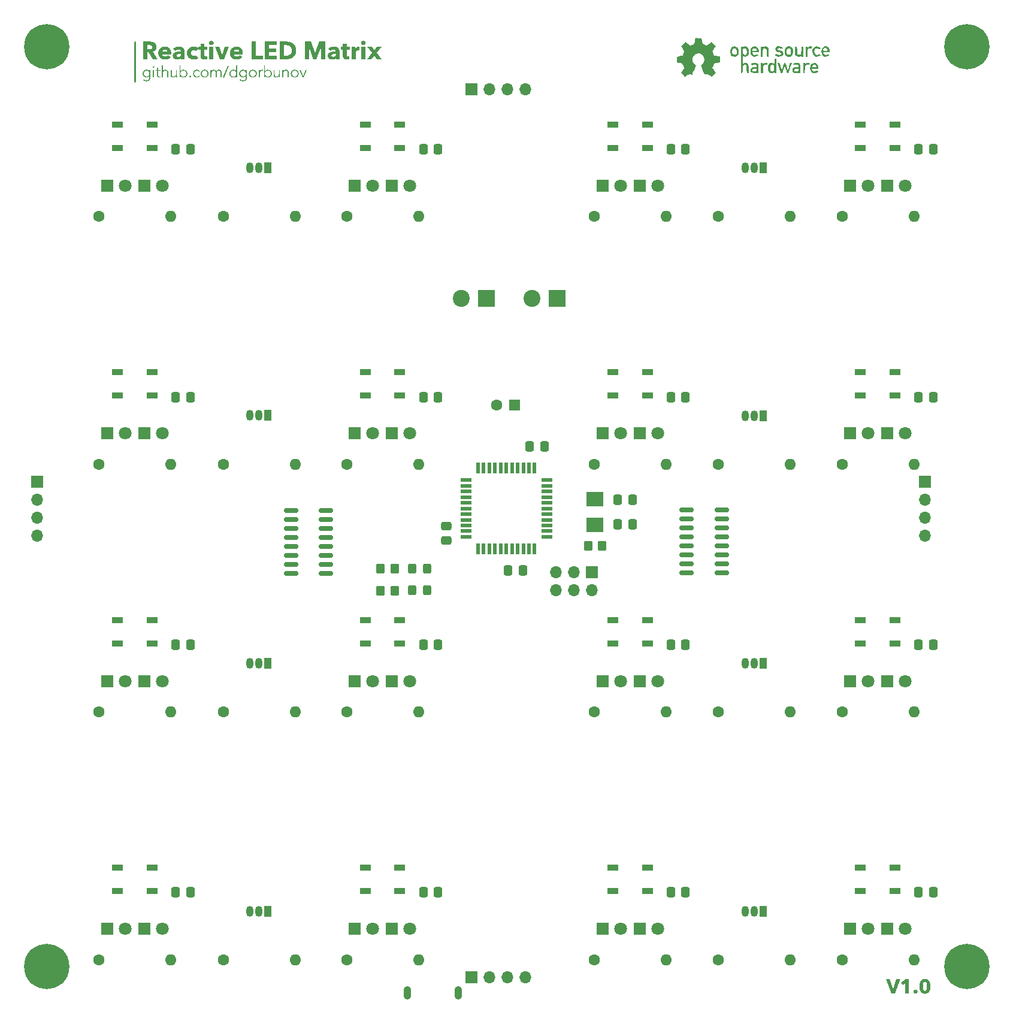
<source format=gts>
G04 #@! TF.GenerationSoftware,KiCad,Pcbnew,(7.0.0-0)*
G04 #@! TF.CreationDate,2023-05-03T20:53:00-04:00*
G04 #@! TF.ProjectId,InteractiveLEDs,496e7465-7261-4637-9469-76654c454473,rev?*
G04 #@! TF.SameCoordinates,Original*
G04 #@! TF.FileFunction,Soldermask,Top*
G04 #@! TF.FilePolarity,Negative*
%FSLAX46Y46*%
G04 Gerber Fmt 4.6, Leading zero omitted, Abs format (unit mm)*
G04 Created by KiCad (PCBNEW (7.0.0-0)) date 2023-05-03 20:53:00*
%MOMM*%
%LPD*%
G01*
G04 APERTURE LIST*
G04 Aperture macros list*
%AMRoundRect*
0 Rectangle with rounded corners*
0 $1 Rounding radius*
0 $2 $3 $4 $5 $6 $7 $8 $9 X,Y pos of 4 corners*
0 Add a 4 corners polygon primitive as box body*
4,1,4,$2,$3,$4,$5,$6,$7,$8,$9,$2,$3,0*
0 Add four circle primitives for the rounded corners*
1,1,$1+$1,$2,$3*
1,1,$1+$1,$4,$5*
1,1,$1+$1,$6,$7*
1,1,$1+$1,$8,$9*
0 Add four rect primitives between the rounded corners*
20,1,$1+$1,$2,$3,$4,$5,0*
20,1,$1+$1,$4,$5,$6,$7,0*
20,1,$1+$1,$6,$7,$8,$9,0*
20,1,$1+$1,$8,$9,$2,$3,0*%
G04 Aperture macros list end*
%ADD10C,0.254000*%
%ADD11C,0.150000*%
%ADD12C,0.200000*%
%ADD13R,1.800000X1.800000*%
%ADD14C,1.800000*%
%ADD15RoundRect,0.250000X0.325000X0.450000X-0.325000X0.450000X-0.325000X-0.450000X0.325000X-0.450000X0*%
%ADD16C,1.600000*%
%ADD17O,1.600000X1.600000*%
%ADD18R,1.500000X0.900000*%
%ADD19R,1.700000X1.700000*%
%ADD20O,1.700000X1.700000*%
%ADD21R,1.050000X1.500000*%
%ADD22O,1.050000X1.500000*%
%ADD23RoundRect,0.250000X-0.337500X-0.475000X0.337500X-0.475000X0.337500X0.475000X-0.337500X0.475000X0*%
%ADD24R,1.600000X1.600000*%
%ADD25R,0.550000X1.500000*%
%ADD26R,1.500000X0.550000*%
%ADD27C,6.400000*%
%ADD28R,2.400000X2.000000*%
%ADD29RoundRect,0.250000X-0.475000X0.337500X-0.475000X-0.337500X0.475000X-0.337500X0.475000X0.337500X0*%
%ADD30RoundRect,0.250000X0.350000X0.450000X-0.350000X0.450000X-0.350000X-0.450000X0.350000X-0.450000X0*%
%ADD31RoundRect,0.150000X0.825000X0.150000X-0.825000X0.150000X-0.825000X-0.150000X0.825000X-0.150000X0*%
%ADD32RoundRect,0.150000X-0.825000X-0.150000X0.825000X-0.150000X0.825000X0.150000X-0.825000X0.150000X0*%
%ADD33R,2.400000X2.400000*%
%ADD34C,2.400000*%
%ADD35O,1.050000X1.900000*%
G04 APERTURE END LIST*
D10*
X95450000Y-27300000D02*
X95450000Y-32900000D01*
D11*
G36*
X97111553Y-31252865D02*
G01*
X97129862Y-31253813D01*
X97148555Y-31255393D01*
X97164427Y-31257193D01*
X97180566Y-31259431D01*
X97193670Y-31261538D01*
X97210269Y-31264680D01*
X97226849Y-31268491D01*
X97243410Y-31272969D01*
X97259952Y-31278116D01*
X97276474Y-31283930D01*
X97292978Y-31290412D01*
X97299574Y-31293191D01*
X97316032Y-31300563D01*
X97332432Y-31308754D01*
X97348775Y-31317766D01*
X97365061Y-31327599D01*
X97381290Y-31338252D01*
X97394232Y-31347366D01*
X97403914Y-31354545D01*
X97416798Y-31364651D01*
X97429462Y-31375428D01*
X97441906Y-31386877D01*
X97454131Y-31398997D01*
X97466135Y-31411790D01*
X97477920Y-31425254D01*
X97489485Y-31439389D01*
X97500830Y-31454196D01*
X97505519Y-31454196D01*
X97505519Y-31277560D01*
X97654410Y-31277560D01*
X97654410Y-32326436D01*
X97654221Y-32342656D01*
X97653654Y-32359075D01*
X97652710Y-32375693D01*
X97651387Y-32392510D01*
X97649687Y-32409527D01*
X97647609Y-32426742D01*
X97645153Y-32444157D01*
X97642320Y-32461771D01*
X97639108Y-32479585D01*
X97635519Y-32497597D01*
X97632916Y-32509716D01*
X97628599Y-32527820D01*
X97623560Y-32545643D01*
X97617800Y-32563184D01*
X97611319Y-32580443D01*
X97604117Y-32597420D01*
X97596193Y-32614116D01*
X97587548Y-32630531D01*
X97578182Y-32646663D01*
X97568094Y-32662514D01*
X97557285Y-32678083D01*
X97549678Y-32688307D01*
X97537672Y-32703310D01*
X97524807Y-32717840D01*
X97511083Y-32731896D01*
X97496501Y-32745478D01*
X97481060Y-32758586D01*
X97464760Y-32771219D01*
X97447601Y-32783379D01*
X97429584Y-32795065D01*
X97410709Y-32806277D01*
X97390974Y-32817015D01*
X97377341Y-32823910D01*
X97356084Y-32833618D01*
X97341252Y-32839559D01*
X97325892Y-32845076D01*
X97310004Y-32850168D01*
X97293588Y-32854836D01*
X97276644Y-32859080D01*
X97259171Y-32862899D01*
X97241170Y-32866294D01*
X97222642Y-32869265D01*
X97203584Y-32871811D01*
X97183999Y-32873933D01*
X97163886Y-32875631D01*
X97143244Y-32876904D01*
X97122075Y-32877752D01*
X97100377Y-32878177D01*
X97089330Y-32878230D01*
X97069775Y-32878027D01*
X97050483Y-32877418D01*
X97031453Y-32876403D01*
X97012686Y-32874981D01*
X96994182Y-32873154D01*
X96975940Y-32870921D01*
X96957961Y-32868281D01*
X96940244Y-32865236D01*
X96922790Y-32861785D01*
X96905598Y-32857927D01*
X96888669Y-32853664D01*
X96872002Y-32848994D01*
X96855598Y-32843918D01*
X96839457Y-32838437D01*
X96823578Y-32832549D01*
X96807962Y-32826255D01*
X96792565Y-32819538D01*
X96777346Y-32812382D01*
X96762304Y-32804786D01*
X96747438Y-32796750D01*
X96732750Y-32788275D01*
X96718239Y-32779360D01*
X96703905Y-32770006D01*
X96689748Y-32760212D01*
X96675768Y-32749978D01*
X96661966Y-32739304D01*
X96648340Y-32728191D01*
X96634891Y-32716639D01*
X96621620Y-32704646D01*
X96608525Y-32692214D01*
X96595608Y-32679343D01*
X96582868Y-32666032D01*
X96693070Y-32548404D01*
X96705653Y-32565517D01*
X96718931Y-32581977D01*
X96732902Y-32597784D01*
X96747567Y-32612939D01*
X96762925Y-32627442D01*
X96778978Y-32641291D01*
X96795724Y-32654488D01*
X96813164Y-32667033D01*
X96831298Y-32678925D01*
X96850126Y-32690164D01*
X96863063Y-32697295D01*
X96882906Y-32707282D01*
X96903162Y-32716286D01*
X96923829Y-32724308D01*
X96944909Y-32731348D01*
X96966401Y-32737406D01*
X96988305Y-32742481D01*
X97010621Y-32746574D01*
X97033349Y-32749685D01*
X97056490Y-32751813D01*
X97072146Y-32752686D01*
X97087985Y-32753123D01*
X97095973Y-32753177D01*
X97116777Y-32752882D01*
X97136983Y-32751996D01*
X97156591Y-32750519D01*
X97175602Y-32748451D01*
X97194015Y-32745793D01*
X97211831Y-32742544D01*
X97229049Y-32738704D01*
X97245669Y-32734273D01*
X97261692Y-32729252D01*
X97277117Y-32723639D01*
X97287069Y-32719570D01*
X97301602Y-32713052D01*
X97320146Y-32703688D01*
X97337738Y-32693555D01*
X97354377Y-32682653D01*
X97370063Y-32670981D01*
X97384797Y-32658540D01*
X97398578Y-32645329D01*
X97411407Y-32631349D01*
X97414466Y-32627734D01*
X97426153Y-32612872D01*
X97436985Y-32597399D01*
X97446962Y-32581316D01*
X97456085Y-32564622D01*
X97464352Y-32547317D01*
X97471765Y-32529402D01*
X97478323Y-32510876D01*
X97484026Y-32491740D01*
X97489064Y-32472133D01*
X97493429Y-32452197D01*
X97497124Y-32431931D01*
X97500146Y-32411335D01*
X97501972Y-32395672D01*
X97503420Y-32379823D01*
X97504491Y-32363789D01*
X97505184Y-32347569D01*
X97505498Y-32331164D01*
X97505519Y-32325655D01*
X97505519Y-32130651D01*
X97500830Y-32130651D01*
X97491718Y-32143840D01*
X97482359Y-32156541D01*
X97467857Y-32174676D01*
X97452798Y-32191712D01*
X97437183Y-32207649D01*
X97421011Y-32222487D01*
X97404283Y-32236225D01*
X97386999Y-32248865D01*
X97369158Y-32260405D01*
X97350761Y-32270847D01*
X97331807Y-32280189D01*
X97325366Y-32283059D01*
X97305849Y-32291090D01*
X97286133Y-32298332D01*
X97266217Y-32304783D01*
X97246103Y-32310445D01*
X97225789Y-32315316D01*
X97205276Y-32319398D01*
X97184564Y-32322689D01*
X97163653Y-32325191D01*
X97142542Y-32326902D01*
X97121232Y-32327824D01*
X97106915Y-32328000D01*
X97085570Y-32327646D01*
X97064472Y-32326584D01*
X97043621Y-32324816D01*
X97023018Y-32322339D01*
X97002662Y-32319155D01*
X96982553Y-32315264D01*
X96962691Y-32310665D01*
X96943077Y-32305358D01*
X96923710Y-32299344D01*
X96904590Y-32292622D01*
X96891981Y-32287748D01*
X96873450Y-32279933D01*
X96855372Y-32271582D01*
X96837748Y-32262696D01*
X96820577Y-32253273D01*
X96803859Y-32243315D01*
X96787595Y-32232821D01*
X96771784Y-32221791D01*
X96756427Y-32210226D01*
X96741522Y-32198124D01*
X96727072Y-32185487D01*
X96717690Y-32176764D01*
X96704043Y-32163258D01*
X96690945Y-32149264D01*
X96678397Y-32134782D01*
X96666399Y-32119813D01*
X96654950Y-32104356D01*
X96644050Y-32088411D01*
X96633701Y-32071978D01*
X96623900Y-32055058D01*
X96614650Y-32037650D01*
X96605949Y-32019754D01*
X96600453Y-32007553D01*
X96592841Y-31988947D01*
X96585977Y-31970060D01*
X96579862Y-31950891D01*
X96574496Y-31931441D01*
X96569879Y-31911709D01*
X96566010Y-31891695D01*
X96562890Y-31871399D01*
X96560519Y-31850822D01*
X96558897Y-31829964D01*
X96558024Y-31808823D01*
X96557857Y-31794573D01*
X96557929Y-31790274D01*
X96720034Y-31790274D01*
X96720302Y-31806085D01*
X96721106Y-31821718D01*
X96723011Y-31842283D01*
X96725869Y-31862531D01*
X96729679Y-31882461D01*
X96734442Y-31902074D01*
X96740157Y-31921369D01*
X96746825Y-31940346D01*
X96750516Y-31949716D01*
X96758484Y-31967998D01*
X96767149Y-31985718D01*
X96776509Y-32002876D01*
X96786566Y-32019472D01*
X96797319Y-32035506D01*
X96808768Y-32050979D01*
X96820913Y-32065890D01*
X96833754Y-32080240D01*
X96847224Y-32093948D01*
X96861256Y-32106935D01*
X96875849Y-32119202D01*
X96891004Y-32130749D01*
X96906721Y-32141575D01*
X96923000Y-32151681D01*
X96939841Y-32161066D01*
X96957243Y-32169730D01*
X96975213Y-32177515D01*
X96993562Y-32184263D01*
X97012289Y-32189972D01*
X97031395Y-32194643D01*
X97050880Y-32198276D01*
X97070743Y-32200871D01*
X97090984Y-32202428D01*
X97111605Y-32202947D01*
X97131797Y-32202483D01*
X97151734Y-32201091D01*
X97171413Y-32198771D01*
X97190837Y-32195522D01*
X97210004Y-32191346D01*
X97228914Y-32186241D01*
X97247568Y-32180208D01*
X97265966Y-32173247D01*
X97283973Y-32165358D01*
X97301454Y-32156736D01*
X97318411Y-32147382D01*
X97334842Y-32137295D01*
X97350749Y-32126475D01*
X97366130Y-32114922D01*
X97380986Y-32102637D01*
X97395317Y-32089618D01*
X97408982Y-32075800D01*
X97421842Y-32061311D01*
X97433895Y-32046149D01*
X97445143Y-32030316D01*
X97455584Y-32013812D01*
X97465219Y-31996635D01*
X97474049Y-31978787D01*
X97482072Y-31960267D01*
X97489180Y-31941027D01*
X97495261Y-31921213D01*
X97499149Y-31905976D01*
X97502460Y-31890416D01*
X97505194Y-31874533D01*
X97507351Y-31858327D01*
X97508931Y-31841798D01*
X97509934Y-31824946D01*
X97510360Y-31807772D01*
X97510209Y-31790274D01*
X97509972Y-31774467D01*
X97509261Y-31758845D01*
X97507576Y-31738304D01*
X97505048Y-31718093D01*
X97501677Y-31698212D01*
X97497464Y-31678660D01*
X97492408Y-31659438D01*
X97486510Y-31640546D01*
X97483244Y-31631224D01*
X97476113Y-31612850D01*
X97468199Y-31595051D01*
X97459504Y-31577826D01*
X97450027Y-31561175D01*
X97439769Y-31545097D01*
X97428729Y-31529594D01*
X97416908Y-31514665D01*
X97404305Y-31500309D01*
X97391055Y-31486601D01*
X97377096Y-31473614D01*
X97362430Y-31461346D01*
X97347055Y-31449800D01*
X97330971Y-31438974D01*
X97314180Y-31428868D01*
X97296680Y-31419483D01*
X97278471Y-31410819D01*
X97259622Y-31403034D01*
X97240198Y-31396286D01*
X97220201Y-31390577D01*
X97204826Y-31386976D01*
X97189129Y-31383960D01*
X97173108Y-31381527D01*
X97156765Y-31379678D01*
X97140099Y-31378413D01*
X97123110Y-31377731D01*
X97111605Y-31377602D01*
X97090984Y-31378121D01*
X97070743Y-31379678D01*
X97050880Y-31382273D01*
X97031395Y-31385906D01*
X97012289Y-31390577D01*
X96993562Y-31396286D01*
X96975213Y-31403034D01*
X96957243Y-31410819D01*
X96939841Y-31419483D01*
X96923000Y-31428868D01*
X96906721Y-31438974D01*
X96891004Y-31449800D01*
X96875849Y-31461346D01*
X96861256Y-31473614D01*
X96847224Y-31486601D01*
X96833754Y-31500309D01*
X96820913Y-31514665D01*
X96808768Y-31529594D01*
X96797319Y-31545097D01*
X96786566Y-31561175D01*
X96776509Y-31577826D01*
X96767149Y-31595051D01*
X96758484Y-31612850D01*
X96750516Y-31631224D01*
X96743372Y-31649951D01*
X96737180Y-31669008D01*
X96731941Y-31688395D01*
X96727655Y-31708111D01*
X96724321Y-31728157D01*
X96721939Y-31748533D01*
X96720511Y-31769239D01*
X96720064Y-31784985D01*
X96720034Y-31790274D01*
X96557929Y-31790274D01*
X96558211Y-31773315D01*
X96559272Y-31752331D01*
X96561041Y-31731623D01*
X96563517Y-31711189D01*
X96566701Y-31691029D01*
X96570593Y-31671145D01*
X96575192Y-31651535D01*
X96580498Y-31632200D01*
X96586513Y-31613140D01*
X96593234Y-31594355D01*
X96598108Y-31581984D01*
X96605993Y-31563736D01*
X96614407Y-31545920D01*
X96623350Y-31528537D01*
X96632821Y-31511587D01*
X96642822Y-31495070D01*
X96653352Y-31478985D01*
X96664410Y-31463334D01*
X96675997Y-31448115D01*
X96688114Y-31433328D01*
X96700759Y-31418975D01*
X96709483Y-31409646D01*
X96723052Y-31396013D01*
X96737089Y-31382957D01*
X96751592Y-31370477D01*
X96766563Y-31358575D01*
X96782000Y-31347250D01*
X96797905Y-31336502D01*
X96814277Y-31326331D01*
X96831116Y-31316736D01*
X96848422Y-31307719D01*
X96866195Y-31299279D01*
X96878304Y-31293973D01*
X96896864Y-31286570D01*
X96915760Y-31279895D01*
X96934993Y-31273949D01*
X96954562Y-31268730D01*
X96974469Y-31264240D01*
X96994711Y-31260478D01*
X97015291Y-31257444D01*
X97036207Y-31255138D01*
X97057459Y-31253561D01*
X97079048Y-31252711D01*
X97093628Y-31252549D01*
X97111553Y-31252865D01*
G37*
G36*
X98196043Y-30864887D02*
G01*
X98194848Y-30882734D01*
X98191262Y-30899344D01*
X98185285Y-30914717D01*
X98176919Y-30928854D01*
X98166161Y-30941755D01*
X98162044Y-30945780D01*
X98149208Y-30956538D01*
X98135904Y-30965069D01*
X98119793Y-30972210D01*
X98103046Y-30976321D01*
X98088185Y-30977434D01*
X98070722Y-30975920D01*
X98053895Y-30971376D01*
X98037704Y-30963802D01*
X98024331Y-30954899D01*
X98013545Y-30945780D01*
X98002123Y-30933292D01*
X97993065Y-30919567D01*
X97986369Y-30904606D01*
X97982037Y-30888408D01*
X97980068Y-30870973D01*
X97979937Y-30864887D01*
X97981118Y-30847041D01*
X97984663Y-30830431D01*
X97990570Y-30815057D01*
X97998841Y-30800920D01*
X98009475Y-30788019D01*
X98013545Y-30783994D01*
X98026528Y-30773237D01*
X98039978Y-30764705D01*
X98056260Y-30757564D01*
X98073178Y-30753453D01*
X98088185Y-30752340D01*
X98105477Y-30753855D01*
X98122133Y-30758399D01*
X98138154Y-30765972D01*
X98151380Y-30774875D01*
X98162044Y-30783994D01*
X98173598Y-30796482D01*
X98182762Y-30810207D01*
X98189535Y-30825169D01*
X98193918Y-30841367D01*
X98195910Y-30858801D01*
X98196043Y-30864887D01*
G37*
G36*
X98162044Y-32328000D02*
G01*
X98013545Y-32328000D01*
X98013545Y-31277560D01*
X98162044Y-31277560D01*
X98162044Y-32328000D01*
G37*
G36*
X99062421Y-31402612D02*
G01*
X98758387Y-31402612D01*
X98758387Y-32035299D01*
X98758664Y-32053449D01*
X98759494Y-32070531D01*
X98760878Y-32086544D01*
X98763268Y-32104349D01*
X98766456Y-32120616D01*
X98769720Y-32132996D01*
X98775090Y-32148605D01*
X98782234Y-32164475D01*
X98790453Y-32178244D01*
X98800983Y-32191224D01*
X98813032Y-32201885D01*
X98826318Y-32210568D01*
X98840839Y-32217272D01*
X98849441Y-32220142D01*
X98865732Y-32223920D01*
X98882950Y-32226462D01*
X98899033Y-32227683D01*
X98911577Y-32227958D01*
X98928425Y-32227415D01*
X98945461Y-32225788D01*
X98962683Y-32223077D01*
X98980093Y-32219281D01*
X98990125Y-32216625D01*
X99005132Y-32212141D01*
X99022050Y-32206320D01*
X99038333Y-32199864D01*
X99053979Y-32192771D01*
X99064766Y-32187316D01*
X99071409Y-32317448D01*
X99055503Y-32323803D01*
X99039000Y-32329534D01*
X99021898Y-32334639D01*
X99004200Y-32339119D01*
X98985903Y-32342973D01*
X98967009Y-32346203D01*
X98947517Y-32348808D01*
X98927428Y-32350787D01*
X98906741Y-32352142D01*
X98885456Y-32352871D01*
X98870935Y-32353010D01*
X98854837Y-32352612D01*
X98838493Y-32351416D01*
X98821901Y-32349424D01*
X98805062Y-32346635D01*
X98787976Y-32343049D01*
X98782226Y-32341677D01*
X98765208Y-32336713D01*
X98748740Y-32330320D01*
X98732821Y-32322498D01*
X98717452Y-32313247D01*
X98702633Y-32302568D01*
X98697815Y-32298690D01*
X98686172Y-32288245D01*
X98675177Y-32276693D01*
X98664831Y-32264035D01*
X98655134Y-32250269D01*
X98646085Y-32235397D01*
X98637686Y-32219418D01*
X98634508Y-32212717D01*
X98627415Y-32194912D01*
X98622606Y-32179473D01*
X98618567Y-32162971D01*
X98615297Y-32145407D01*
X98612797Y-32126780D01*
X98611066Y-32107091D01*
X98610104Y-32086340D01*
X98609888Y-32070079D01*
X98609888Y-31402612D01*
X98387138Y-31402612D01*
X98387138Y-31277560D01*
X98609888Y-31277560D01*
X98609888Y-30977434D01*
X98758387Y-30977434D01*
X98758387Y-31277560D01*
X99062421Y-31277560D01*
X99062421Y-31402612D01*
G37*
G36*
X99260160Y-30627288D02*
G01*
X99408660Y-30627288D01*
X99408660Y-31447553D01*
X99413349Y-31447553D01*
X99423062Y-31431813D01*
X99433737Y-31416540D01*
X99443368Y-31404170D01*
X99453666Y-31392123D01*
X99464632Y-31380402D01*
X99476266Y-31369004D01*
X99488444Y-31358027D01*
X99501041Y-31347564D01*
X99514059Y-31337617D01*
X99527496Y-31328185D01*
X99541353Y-31319269D01*
X99555630Y-31310867D01*
X99561458Y-31307651D01*
X99576368Y-31299867D01*
X99591546Y-31292637D01*
X99606990Y-31285961D01*
X99622702Y-31279837D01*
X99638681Y-31274268D01*
X99654927Y-31269251D01*
X99661500Y-31267399D01*
X99678080Y-31263121D01*
X99694602Y-31259568D01*
X99711068Y-31256740D01*
X99727476Y-31254638D01*
X99743827Y-31253260D01*
X99760121Y-31252607D01*
X99766622Y-31252549D01*
X99791512Y-31252966D01*
X99815574Y-31254216D01*
X99838809Y-31256300D01*
X99861217Y-31259217D01*
X99882798Y-31262968D01*
X99903551Y-31267552D01*
X99923476Y-31272970D01*
X99942575Y-31279221D01*
X99960845Y-31286305D01*
X99978289Y-31294223D01*
X99994905Y-31302975D01*
X100010694Y-31312560D01*
X100025655Y-31322978D01*
X100039789Y-31334230D01*
X100053096Y-31346316D01*
X100065575Y-31359235D01*
X100077311Y-31372876D01*
X100088290Y-31387225D01*
X100098511Y-31402282D01*
X100107976Y-31418048D01*
X100116683Y-31434523D01*
X100124633Y-31451705D01*
X100131826Y-31469596D01*
X100138262Y-31488195D01*
X100143941Y-31507502D01*
X100148862Y-31527518D01*
X100153026Y-31548242D01*
X100156434Y-31569674D01*
X100159084Y-31591815D01*
X100160976Y-31614664D01*
X100162112Y-31638221D01*
X100162491Y-31662487D01*
X100162491Y-32328000D01*
X100013991Y-32328000D01*
X100013991Y-31741817D01*
X100013753Y-31720108D01*
X100013039Y-31699044D01*
X100011848Y-31678623D01*
X100010181Y-31658847D01*
X100008038Y-31639716D01*
X100005418Y-31621228D01*
X100002322Y-31603384D01*
X99998750Y-31586185D01*
X99994702Y-31569630D01*
X99990177Y-31553719D01*
X99985177Y-31538452D01*
X99976782Y-31516760D01*
X99967316Y-31496517D01*
X99956779Y-31477724D01*
X99953028Y-31471782D01*
X99940761Y-31454951D01*
X99926673Y-31439775D01*
X99910765Y-31426255D01*
X99893036Y-31414391D01*
X99873487Y-31404182D01*
X99852118Y-31395628D01*
X99836860Y-31390846D01*
X99820794Y-31386799D01*
X99803918Y-31383488D01*
X99786233Y-31380913D01*
X99767739Y-31379073D01*
X99748437Y-31377970D01*
X99728325Y-31377602D01*
X99712409Y-31379085D01*
X99695947Y-31381473D01*
X99680267Y-31384001D01*
X99665017Y-31386590D01*
X99648754Y-31390181D01*
X99632204Y-31395337D01*
X99615369Y-31402057D01*
X99598247Y-31410342D01*
X99584344Y-31418097D01*
X99570257Y-31426853D01*
X99555987Y-31436611D01*
X99541821Y-31447412D01*
X99528046Y-31459496D01*
X99514661Y-31472863D01*
X99501667Y-31487511D01*
X99489064Y-31503442D01*
X99479869Y-31516231D01*
X99470893Y-31529742D01*
X99462137Y-31543974D01*
X99453600Y-31558928D01*
X99445569Y-31574725D01*
X99438328Y-31591635D01*
X99431876Y-31609658D01*
X99426215Y-31628793D01*
X99421343Y-31649042D01*
X99417262Y-31670403D01*
X99413970Y-31692877D01*
X99412215Y-31708478D01*
X99410810Y-31724574D01*
X99409757Y-31741164D01*
X99409055Y-31758249D01*
X99408704Y-31775828D01*
X99408660Y-31784803D01*
X99408660Y-32328000D01*
X99260160Y-32328000D01*
X99260160Y-30627288D01*
G37*
G36*
X101265296Y-32328000D02*
G01*
X101263661Y-32311921D01*
X101262274Y-32295924D01*
X101261133Y-32280010D01*
X101260240Y-32264179D01*
X101259595Y-32248430D01*
X101259434Y-32243198D01*
X101259169Y-32227344D01*
X101258958Y-32211435D01*
X101258802Y-32195470D01*
X101258702Y-32179451D01*
X101258656Y-32163377D01*
X101258653Y-32158006D01*
X101253963Y-32158006D01*
X101244250Y-32173746D01*
X101233575Y-32189019D01*
X101223945Y-32201390D01*
X101213646Y-32213436D01*
X101202680Y-32225158D01*
X101191046Y-32236555D01*
X101178859Y-32247542D01*
X101166233Y-32258033D01*
X101153168Y-32268028D01*
X101139664Y-32277527D01*
X101125721Y-32286529D01*
X101111339Y-32295036D01*
X101105464Y-32298300D01*
X101090544Y-32305970D01*
X101075338Y-32313107D01*
X101059845Y-32319709D01*
X101044067Y-32325777D01*
X101028002Y-32331311D01*
X101011651Y-32336310D01*
X101005031Y-32338160D01*
X100988573Y-32342438D01*
X100972173Y-32345991D01*
X100955829Y-32348819D01*
X100939543Y-32350922D01*
X100923314Y-32352299D01*
X100907143Y-32352952D01*
X100900690Y-32353010D01*
X100875752Y-32352595D01*
X100851640Y-32351349D01*
X100828356Y-32349273D01*
X100805900Y-32346367D01*
X100784270Y-32342630D01*
X100763469Y-32338062D01*
X100743494Y-32332665D01*
X100724347Y-32326436D01*
X100706027Y-32319378D01*
X100688535Y-32311489D01*
X100671870Y-32302769D01*
X100656032Y-32293219D01*
X100641022Y-32282839D01*
X100626839Y-32271628D01*
X100613484Y-32259587D01*
X100600956Y-32246715D01*
X100589267Y-32233027D01*
X100578333Y-32218634D01*
X100568152Y-32203535D01*
X100558726Y-32187731D01*
X100550054Y-32171222D01*
X100542136Y-32154007D01*
X100534972Y-32136087D01*
X100528562Y-32117462D01*
X100522906Y-32098132D01*
X100518005Y-32078096D01*
X100513857Y-32057356D01*
X100510464Y-32035909D01*
X100507824Y-32013758D01*
X100505939Y-31990902D01*
X100504808Y-31967340D01*
X100504431Y-31943073D01*
X100504431Y-31277560D01*
X100652930Y-31277560D01*
X100652930Y-31863743D01*
X100653047Y-31880124D01*
X100653398Y-31896148D01*
X100653981Y-31911814D01*
X100655123Y-31932147D01*
X100656680Y-31951846D01*
X100658653Y-31970909D01*
X100661040Y-31989337D01*
X100663843Y-32007130D01*
X100666217Y-32020058D01*
X100669930Y-32036630D01*
X100674228Y-32052542D01*
X100679113Y-32067795D01*
X100686044Y-32085934D01*
X100693890Y-32103043D01*
X100702652Y-32119121D01*
X100712330Y-32134168D01*
X100723132Y-32148035D01*
X100735022Y-32160814D01*
X100747999Y-32172505D01*
X100762064Y-32183109D01*
X100777217Y-32192624D01*
X100793457Y-32201053D01*
X100800258Y-32204120D01*
X100818164Y-32210987D01*
X100833478Y-32215643D01*
X100849671Y-32219554D01*
X100866744Y-32222720D01*
X100884696Y-32225141D01*
X100903527Y-32226817D01*
X100923237Y-32227748D01*
X100938597Y-32227958D01*
X100954448Y-32226474D01*
X100970806Y-32224087D01*
X100986376Y-32221559D01*
X101001514Y-32218969D01*
X101017890Y-32215388D01*
X101034532Y-32210261D01*
X101051442Y-32203588D01*
X101068620Y-32195370D01*
X101082554Y-32187682D01*
X101096659Y-32179005D01*
X101110935Y-32169339D01*
X101125101Y-32158452D01*
X101138876Y-32146307D01*
X101152260Y-32132904D01*
X101165254Y-32118244D01*
X101177857Y-32102325D01*
X101187053Y-32089561D01*
X101196029Y-32076089D01*
X101204785Y-32061910D01*
X101213321Y-32047023D01*
X101221353Y-32031156D01*
X101228594Y-32014183D01*
X101235045Y-31996104D01*
X101240707Y-31976919D01*
X101245578Y-31956628D01*
X101249660Y-31935231D01*
X101252952Y-31912728D01*
X101254707Y-31897112D01*
X101256111Y-31881004D01*
X101257165Y-31864405D01*
X101257867Y-31847314D01*
X101258218Y-31829731D01*
X101258262Y-31820756D01*
X101258262Y-31277560D01*
X101406762Y-31277560D01*
X101406762Y-32096653D01*
X101406885Y-32113556D01*
X101407256Y-32132025D01*
X101407754Y-32148613D01*
X101408424Y-32166288D01*
X101409265Y-32185051D01*
X101410062Y-32200844D01*
X101410279Y-32204901D01*
X101411170Y-32221015D01*
X101412086Y-32236921D01*
X101413026Y-32252620D01*
X101414236Y-32271951D01*
X101415484Y-32290959D01*
X101416770Y-32309641D01*
X101418094Y-32328000D01*
X101265296Y-32328000D01*
G37*
G36*
X101897201Y-31453806D02*
G01*
X101901891Y-31453806D01*
X101911086Y-31440665D01*
X101920697Y-31428013D01*
X101930724Y-31415850D01*
X101941165Y-31404175D01*
X101954801Y-31390269D01*
X101969085Y-31377125D01*
X101984018Y-31364745D01*
X101987083Y-31362361D01*
X102002697Y-31350727D01*
X102018521Y-31339761D01*
X102034555Y-31329463D01*
X102050799Y-31319832D01*
X102067253Y-31310870D01*
X102083917Y-31302575D01*
X102090642Y-31299444D01*
X102107683Y-31292084D01*
X102124858Y-31285392D01*
X102142167Y-31279368D01*
X102159610Y-31274012D01*
X102177186Y-31269324D01*
X102194895Y-31265303D01*
X102202016Y-31263882D01*
X102219835Y-31260617D01*
X102237386Y-31257906D01*
X102254670Y-31255748D01*
X102271687Y-31254143D01*
X102288436Y-31253092D01*
X102304919Y-31252594D01*
X102311437Y-31252549D01*
X102334476Y-31252913D01*
X102357136Y-31254006D01*
X102379419Y-31255826D01*
X102401325Y-31258375D01*
X102422852Y-31261651D01*
X102444001Y-31265656D01*
X102464773Y-31270389D01*
X102485167Y-31275850D01*
X102505183Y-31282039D01*
X102524821Y-31288957D01*
X102537704Y-31293973D01*
X102556654Y-31302025D01*
X102575109Y-31310647D01*
X102593070Y-31319839D01*
X102610537Y-31329602D01*
X102627509Y-31339935D01*
X102643986Y-31350837D01*
X102659969Y-31362310D01*
X102675457Y-31374353D01*
X102690450Y-31386967D01*
X102704949Y-31400150D01*
X102714340Y-31409256D01*
X102727973Y-31423341D01*
X102741030Y-31437901D01*
X102753509Y-31452934D01*
X102765411Y-31468442D01*
X102776736Y-31484423D01*
X102787485Y-31500879D01*
X102797656Y-31517808D01*
X102807250Y-31535212D01*
X102816267Y-31553089D01*
X102824707Y-31571440D01*
X102830013Y-31583938D01*
X102837486Y-31602927D01*
X102844224Y-31622232D01*
X102850226Y-31641853D01*
X102855494Y-31661790D01*
X102860027Y-31682044D01*
X102863824Y-31702613D01*
X102866887Y-31723498D01*
X102869214Y-31744699D01*
X102870807Y-31766216D01*
X102871664Y-31788049D01*
X102871828Y-31802780D01*
X102871460Y-31824827D01*
X102870358Y-31846565D01*
X102868520Y-31867994D01*
X102865948Y-31889113D01*
X102862640Y-31909924D01*
X102858598Y-31930426D01*
X102853820Y-31950618D01*
X102848307Y-31970501D01*
X102842060Y-31990075D01*
X102835077Y-32009340D01*
X102830013Y-32022012D01*
X102821958Y-32040610D01*
X102813326Y-32058740D01*
X102804116Y-32076403D01*
X102794330Y-32093600D01*
X102783966Y-32110329D01*
X102773025Y-32126591D01*
X102761508Y-32142386D01*
X102749413Y-32157713D01*
X102736742Y-32172574D01*
X102723493Y-32186968D01*
X102714340Y-32196304D01*
X102700171Y-32209867D01*
X102685507Y-32222861D01*
X102670349Y-32235284D01*
X102654696Y-32247137D01*
X102638548Y-32258420D01*
X102621906Y-32269132D01*
X102604770Y-32279275D01*
X102587138Y-32288847D01*
X102569012Y-32297850D01*
X102550392Y-32306282D01*
X102537704Y-32311586D01*
X102518317Y-32318989D01*
X102498553Y-32325664D01*
X102478411Y-32331610D01*
X102457891Y-32336829D01*
X102436994Y-32341319D01*
X102415718Y-32345081D01*
X102394065Y-32348115D01*
X102372034Y-32350421D01*
X102349625Y-32351999D01*
X102326838Y-32352848D01*
X102311437Y-32353010D01*
X102295061Y-32352733D01*
X102278418Y-32351903D01*
X102261508Y-32350520D01*
X102244331Y-32348583D01*
X102226887Y-32346093D01*
X102209176Y-32343049D01*
X102202016Y-32341677D01*
X102184253Y-32337924D01*
X102166624Y-32333503D01*
X102149128Y-32328414D01*
X102131766Y-32322657D01*
X102114537Y-32316232D01*
X102097442Y-32309139D01*
X102090642Y-32306115D01*
X102073894Y-32298097D01*
X102057356Y-32289431D01*
X102041028Y-32280115D01*
X102024910Y-32270151D01*
X102009001Y-32259537D01*
X101993303Y-32248276D01*
X101987083Y-32243589D01*
X101972020Y-32231249D01*
X101957605Y-32218165D01*
X101943840Y-32204337D01*
X101933295Y-32192738D01*
X101923165Y-32180663D01*
X101913450Y-32168112D01*
X101904151Y-32155085D01*
X101901891Y-32151754D01*
X101897201Y-32151754D01*
X101897201Y-32328000D01*
X101748702Y-32328000D01*
X101748702Y-31802780D01*
X101890558Y-31802780D01*
X101890833Y-31819386D01*
X101891657Y-31835794D01*
X101893031Y-31852002D01*
X101894954Y-31868011D01*
X101897427Y-31883821D01*
X101900450Y-31899431D01*
X101904022Y-31914842D01*
X101908143Y-31930055D01*
X101912814Y-31945068D01*
X101918035Y-31959881D01*
X101921821Y-31969646D01*
X101927972Y-31984046D01*
X101936848Y-32002678D01*
X101946492Y-32020664D01*
X101956906Y-32038002D01*
X101968089Y-32054693D01*
X101980042Y-32070737D01*
X101992764Y-32086133D01*
X102006255Y-32100882D01*
X102009748Y-32104468D01*
X102024134Y-32118360D01*
X102039155Y-32131506D01*
X102054811Y-32143908D01*
X102071102Y-32155564D01*
X102088028Y-32166476D01*
X102105589Y-32176642D01*
X102123785Y-32186064D01*
X102142616Y-32194741D01*
X102157115Y-32200677D01*
X102171889Y-32206029D01*
X102186937Y-32210798D01*
X102202260Y-32214982D01*
X102217858Y-32218583D01*
X102233731Y-32221600D01*
X102249879Y-32224033D01*
X102266301Y-32225882D01*
X102282998Y-32227147D01*
X102299970Y-32227828D01*
X102311437Y-32227958D01*
X102328561Y-32227666D01*
X102345349Y-32226790D01*
X102361800Y-32225330D01*
X102377914Y-32223286D01*
X102393692Y-32220659D01*
X102409133Y-32217448D01*
X102429197Y-32212257D01*
X102448663Y-32206029D01*
X102467531Y-32198763D01*
X102476741Y-32194741D01*
X102494674Y-32186064D01*
X102511936Y-32176642D01*
X102528526Y-32166476D01*
X102544445Y-32155564D01*
X102559692Y-32143908D01*
X102574267Y-32131506D01*
X102588170Y-32118360D01*
X102601402Y-32104468D01*
X102614023Y-32089881D01*
X102625900Y-32074646D01*
X102637031Y-32058765D01*
X102647418Y-32042235D01*
X102657059Y-32025059D01*
X102665956Y-32007235D01*
X102674107Y-31988765D01*
X102681514Y-31969646D01*
X102688108Y-31950028D01*
X102693824Y-31930055D01*
X102697533Y-31914842D01*
X102700748Y-31899431D01*
X102703468Y-31883821D01*
X102705694Y-31868011D01*
X102707425Y-31852002D01*
X102708661Y-31835794D01*
X102709403Y-31819386D01*
X102709651Y-31802780D01*
X102709403Y-31786173D01*
X102708661Y-31769766D01*
X102707425Y-31753557D01*
X102705694Y-31737549D01*
X102703468Y-31721739D01*
X102700748Y-31706128D01*
X102697533Y-31690717D01*
X102693824Y-31675505D01*
X102688108Y-31655532D01*
X102681514Y-31635913D01*
X102674107Y-31616795D01*
X102665956Y-31598324D01*
X102657059Y-31580500D01*
X102647418Y-31563324D01*
X102637031Y-31546795D01*
X102625900Y-31530913D01*
X102614023Y-31515678D01*
X102601402Y-31501091D01*
X102588170Y-31487200D01*
X102574267Y-31474053D01*
X102559692Y-31461652D01*
X102544445Y-31449995D01*
X102528526Y-31439084D01*
X102511936Y-31428917D01*
X102494674Y-31419495D01*
X102476741Y-31410819D01*
X102458172Y-31403034D01*
X102439005Y-31396286D01*
X102419240Y-31390577D01*
X102404023Y-31386976D01*
X102388470Y-31383960D01*
X102372580Y-31381527D01*
X102356353Y-31379678D01*
X102339790Y-31378413D01*
X102322891Y-31377731D01*
X102311437Y-31377602D01*
X102294282Y-31377894D01*
X102277402Y-31378770D01*
X102260796Y-31380229D01*
X102244466Y-31382273D01*
X102228410Y-31384900D01*
X102212629Y-31388112D01*
X102197122Y-31391907D01*
X102181891Y-31396286D01*
X102166934Y-31401249D01*
X102152252Y-31406796D01*
X102142616Y-31410819D01*
X102123785Y-31419495D01*
X102105589Y-31428917D01*
X102088028Y-31439084D01*
X102071102Y-31449995D01*
X102054811Y-31461652D01*
X102039155Y-31474053D01*
X102024134Y-31487200D01*
X102009748Y-31501091D01*
X101996065Y-31515678D01*
X101983150Y-31530913D01*
X101971005Y-31546795D01*
X101959630Y-31563324D01*
X101949023Y-31580500D01*
X101939187Y-31598324D01*
X101930119Y-31616795D01*
X101921821Y-31635913D01*
X101916234Y-31650594D01*
X101911196Y-31665474D01*
X101906708Y-31680553D01*
X101902770Y-31695832D01*
X101899381Y-31711310D01*
X101896542Y-31726987D01*
X101894252Y-31742863D01*
X101892512Y-31758938D01*
X101891321Y-31775213D01*
X101890680Y-31791686D01*
X101890558Y-31802780D01*
X101748702Y-31802780D01*
X101748702Y-30627288D01*
X101897201Y-30627288D01*
X101897201Y-31453806D01*
G37*
G36*
X103388841Y-32227958D02*
G01*
X103387646Y-32245772D01*
X103384060Y-32262872D01*
X103378084Y-32279258D01*
X103369717Y-32294929D01*
X103358960Y-32309886D01*
X103354842Y-32314713D01*
X103341525Y-32327728D01*
X103326779Y-32338050D01*
X103310604Y-32345680D01*
X103293000Y-32350616D01*
X103277239Y-32352673D01*
X103267306Y-32353010D01*
X103250940Y-32352075D01*
X103235547Y-32349270D01*
X103218360Y-32343436D01*
X103202574Y-32334909D01*
X103188189Y-32323689D01*
X103179378Y-32314713D01*
X103167957Y-32299994D01*
X103158899Y-32284561D01*
X103152203Y-32268413D01*
X103147871Y-32251551D01*
X103145902Y-32233975D01*
X103145771Y-32227958D01*
X103146952Y-32210143D01*
X103150497Y-32193043D01*
X103156404Y-32176657D01*
X103164675Y-32160986D01*
X103175309Y-32146029D01*
X103179378Y-32141203D01*
X103190490Y-32130170D01*
X103205108Y-32119399D01*
X103221127Y-32111320D01*
X103238547Y-32105935D01*
X103254135Y-32103504D01*
X103267306Y-32102905D01*
X103283662Y-32103840D01*
X103301981Y-32107431D01*
X103318870Y-32113714D01*
X103334331Y-32122690D01*
X103348362Y-32134358D01*
X103354842Y-32141203D01*
X103364637Y-32153419D01*
X103374199Y-32168733D01*
X103381371Y-32184761D01*
X103386152Y-32201504D01*
X103388542Y-32218961D01*
X103388841Y-32227958D01*
G37*
G36*
X104506106Y-31527665D02*
G01*
X104496055Y-31512241D01*
X104485052Y-31497427D01*
X104473096Y-31483225D01*
X104460188Y-31469632D01*
X104446327Y-31456651D01*
X104431514Y-31444280D01*
X104415748Y-31432520D01*
X104399030Y-31421370D01*
X104381627Y-31411112D01*
X104363614Y-31402221D01*
X104344991Y-31394699D01*
X104325757Y-31388544D01*
X104305912Y-31383757D01*
X104285457Y-31380337D01*
X104269714Y-31378670D01*
X104253629Y-31377773D01*
X104242714Y-31377602D01*
X104225587Y-31377464D01*
X104208789Y-31377931D01*
X104192321Y-31379003D01*
X104176182Y-31380679D01*
X104160374Y-31382960D01*
X104144895Y-31385845D01*
X104124769Y-31390632D01*
X104105230Y-31396494D01*
X104086277Y-31403430D01*
X104077020Y-31407302D01*
X104059080Y-31415704D01*
X104041800Y-31424887D01*
X104025179Y-31434852D01*
X104009218Y-31445599D01*
X103993916Y-31457127D01*
X103979274Y-31469437D01*
X103965291Y-31482528D01*
X103951967Y-31496401D01*
X103939456Y-31511007D01*
X103927714Y-31526297D01*
X103916741Y-31542270D01*
X103906538Y-31558928D01*
X103897104Y-31576269D01*
X103888440Y-31594294D01*
X103880545Y-31613003D01*
X103873419Y-31632396D01*
X103868600Y-31647307D01*
X103864255Y-31662438D01*
X103860384Y-31677788D01*
X103856987Y-31693359D01*
X103854065Y-31709149D01*
X103851616Y-31725159D01*
X103849641Y-31741389D01*
X103848140Y-31757839D01*
X103847113Y-31774509D01*
X103846560Y-31791398D01*
X103846454Y-31802780D01*
X103846691Y-31819816D01*
X103847402Y-31836632D01*
X103848587Y-31853228D01*
X103850246Y-31869605D01*
X103852379Y-31885761D01*
X103854986Y-31901698D01*
X103858067Y-31917415D01*
X103861622Y-31932912D01*
X103865651Y-31948190D01*
X103870154Y-31963247D01*
X103873419Y-31973163D01*
X103880545Y-31992556D01*
X103888440Y-32011265D01*
X103897104Y-32029290D01*
X103906538Y-32046632D01*
X103916741Y-32063289D01*
X103927714Y-32079263D01*
X103939456Y-32094552D01*
X103951967Y-32109158D01*
X103965291Y-32123031D01*
X103979274Y-32136122D01*
X103993916Y-32148432D01*
X104009218Y-32159960D01*
X104025179Y-32170707D01*
X104041800Y-32180672D01*
X104059080Y-32189856D01*
X104077020Y-32198258D01*
X104095680Y-32205646D01*
X104114926Y-32211984D01*
X104134759Y-32217272D01*
X104155177Y-32221510D01*
X104170876Y-32223999D01*
X104186905Y-32225897D01*
X104203263Y-32227204D01*
X104219951Y-32227921D01*
X104236968Y-32228047D01*
X104242714Y-32227958D01*
X104259029Y-32227576D01*
X104275000Y-32226433D01*
X104290628Y-32224526D01*
X104310930Y-32220799D01*
X104330622Y-32215715D01*
X104349704Y-32209276D01*
X104368175Y-32201482D01*
X104386035Y-32192332D01*
X104399030Y-32184580D01*
X104415748Y-32173339D01*
X104431514Y-32161499D01*
X104446327Y-32149061D01*
X104460188Y-32136025D01*
X104473096Y-32122390D01*
X104485052Y-32108157D01*
X104496055Y-32093325D01*
X104506106Y-32077895D01*
X104627641Y-32170512D01*
X104612661Y-32187382D01*
X104597324Y-32203407D01*
X104581630Y-32218587D01*
X104565579Y-32232922D01*
X104549170Y-32246412D01*
X104532404Y-32259057D01*
X104515281Y-32270858D01*
X104497801Y-32281813D01*
X104479964Y-32291924D01*
X104461769Y-32301189D01*
X104449441Y-32306897D01*
X104430824Y-32314739D01*
X104412049Y-32321854D01*
X104393116Y-32328240D01*
X104374025Y-32333898D01*
X104354776Y-32338828D01*
X104335369Y-32343030D01*
X104315804Y-32346503D01*
X104296081Y-32349249D01*
X104276200Y-32351266D01*
X104256161Y-32352555D01*
X104242714Y-32353010D01*
X104226741Y-32353132D01*
X104210963Y-32352912D01*
X104187662Y-32351941D01*
X104164801Y-32350201D01*
X104142379Y-32347692D01*
X104120397Y-32344413D01*
X104098855Y-32340364D01*
X104077752Y-32335547D01*
X104057090Y-32329960D01*
X104036866Y-32323603D01*
X104017083Y-32316477D01*
X104010586Y-32313931D01*
X103991436Y-32305879D01*
X103972823Y-32297257D01*
X103954745Y-32288065D01*
X103937203Y-32278302D01*
X103920197Y-32267970D01*
X103903726Y-32257067D01*
X103887792Y-32245594D01*
X103872393Y-32233551D01*
X103857530Y-32220938D01*
X103843203Y-32207754D01*
X103833949Y-32198648D01*
X103820553Y-32184556D01*
X103807768Y-32169976D01*
X103795594Y-32154908D01*
X103784032Y-32139352D01*
X103773081Y-32123309D01*
X103762742Y-32106778D01*
X103753014Y-32089759D01*
X103743897Y-32072253D01*
X103735392Y-32054259D01*
X103727498Y-32035777D01*
X103722575Y-32023184D01*
X103715730Y-32003916D01*
X103709559Y-31984359D01*
X103704062Y-31964513D01*
X103699237Y-31944379D01*
X103695086Y-31923957D01*
X103691608Y-31903246D01*
X103688803Y-31882246D01*
X103686671Y-31860958D01*
X103685212Y-31839382D01*
X103684427Y-31817517D01*
X103684277Y-31802780D01*
X103684614Y-31780726D01*
X103685624Y-31758967D01*
X103687307Y-31737504D01*
X103689663Y-31716336D01*
X103692692Y-31695464D01*
X103696395Y-31674886D01*
X103700771Y-31654605D01*
X103705819Y-31634618D01*
X103711542Y-31614928D01*
X103717937Y-31595532D01*
X103722575Y-31582766D01*
X103730061Y-31563889D01*
X103738159Y-31545506D01*
X103746868Y-31527619D01*
X103756188Y-31510226D01*
X103766120Y-31493327D01*
X103776664Y-31476923D01*
X103787818Y-31461014D01*
X103799584Y-31445599D01*
X103811962Y-31430679D01*
X103824950Y-31416253D01*
X103833949Y-31406911D01*
X103847919Y-31393347D01*
X103862425Y-31380354D01*
X103877466Y-31367931D01*
X103893044Y-31356078D01*
X103909157Y-31344795D01*
X103925806Y-31334082D01*
X103942991Y-31323940D01*
X103960711Y-31314367D01*
X103978968Y-31305365D01*
X103997760Y-31296933D01*
X104010586Y-31291628D01*
X104030223Y-31284246D01*
X104050300Y-31277633D01*
X104070816Y-31271790D01*
X104091772Y-31266715D01*
X104113168Y-31262411D01*
X104135003Y-31258875D01*
X104157278Y-31256109D01*
X104179993Y-31254113D01*
X104203147Y-31252885D01*
X104218827Y-31252494D01*
X104234703Y-31252446D01*
X104242714Y-31252549D01*
X104262858Y-31253357D01*
X104282845Y-31254899D01*
X104302673Y-31257176D01*
X104322343Y-31260188D01*
X104341856Y-31263935D01*
X104361210Y-31268418D01*
X104380406Y-31273635D01*
X104399445Y-31279587D01*
X104418325Y-31286274D01*
X104437047Y-31293697D01*
X104449441Y-31299053D01*
X104467874Y-31307686D01*
X104485949Y-31317170D01*
X104503668Y-31327506D01*
X104521029Y-31338694D01*
X104538033Y-31350733D01*
X104554679Y-31363625D01*
X104570969Y-31377368D01*
X104586901Y-31391963D01*
X104602476Y-31407410D01*
X104617694Y-31423709D01*
X104627641Y-31435048D01*
X104506106Y-31527665D01*
G37*
G36*
X105344259Y-31252913D02*
G01*
X105366857Y-31254006D01*
X105389084Y-31255826D01*
X105410940Y-31258375D01*
X105432425Y-31261651D01*
X105453539Y-31265656D01*
X105474282Y-31270389D01*
X105494654Y-31275850D01*
X105514655Y-31282039D01*
X105534286Y-31288957D01*
X105547166Y-31293973D01*
X105566186Y-31302025D01*
X105584705Y-31310647D01*
X105602722Y-31319839D01*
X105620238Y-31329602D01*
X105637252Y-31339935D01*
X105653765Y-31350837D01*
X105669776Y-31362310D01*
X105685286Y-31374353D01*
X105700294Y-31386967D01*
X105714801Y-31400150D01*
X105724193Y-31409256D01*
X105737827Y-31423341D01*
X105750883Y-31437901D01*
X105763362Y-31452934D01*
X105775265Y-31468442D01*
X105786590Y-31484423D01*
X105797338Y-31500879D01*
X105807509Y-31517808D01*
X105817103Y-31535212D01*
X105826121Y-31553089D01*
X105834561Y-31571440D01*
X105839867Y-31583938D01*
X105847340Y-31602927D01*
X105854077Y-31622232D01*
X105860080Y-31641853D01*
X105865348Y-31661790D01*
X105869880Y-31682044D01*
X105873678Y-31702613D01*
X105876740Y-31723498D01*
X105879068Y-31744699D01*
X105880660Y-31766216D01*
X105881518Y-31788049D01*
X105881681Y-31802780D01*
X105881314Y-31824827D01*
X105880211Y-31846565D01*
X105878374Y-31867994D01*
X105875801Y-31889113D01*
X105872494Y-31909924D01*
X105868451Y-31930426D01*
X105863673Y-31950618D01*
X105858161Y-31970501D01*
X105851913Y-31990075D01*
X105844930Y-32009340D01*
X105839867Y-32022012D01*
X105831811Y-32040610D01*
X105823179Y-32058740D01*
X105813970Y-32076403D01*
X105804183Y-32093600D01*
X105793820Y-32110329D01*
X105782879Y-32126591D01*
X105771361Y-32142386D01*
X105759267Y-32157713D01*
X105746595Y-32172574D01*
X105733346Y-32186968D01*
X105724193Y-32196304D01*
X105710021Y-32209867D01*
X105695347Y-32222861D01*
X105680171Y-32235284D01*
X105664494Y-32247137D01*
X105648316Y-32258420D01*
X105631636Y-32269132D01*
X105614455Y-32279275D01*
X105596772Y-32288847D01*
X105578588Y-32297850D01*
X105559902Y-32306282D01*
X105547166Y-32311586D01*
X105527783Y-32318989D01*
X105508029Y-32325664D01*
X105487905Y-32331610D01*
X105467409Y-32336829D01*
X105446542Y-32341319D01*
X105425304Y-32345081D01*
X105403696Y-32348115D01*
X105381716Y-32350421D01*
X105359366Y-32351999D01*
X105336644Y-32352848D01*
X105321290Y-32353010D01*
X105298668Y-32352646D01*
X105276374Y-32351554D01*
X105254411Y-32349733D01*
X105232777Y-32347185D01*
X105211473Y-32343908D01*
X105190498Y-32339903D01*
X105169854Y-32335170D01*
X105149539Y-32329709D01*
X105129554Y-32323520D01*
X105109898Y-32316603D01*
X105096978Y-32311586D01*
X105078028Y-32303534D01*
X105059572Y-32294912D01*
X105041611Y-32285720D01*
X105024145Y-32275957D01*
X105007173Y-32265625D01*
X104990696Y-32254722D01*
X104974713Y-32243249D01*
X104959225Y-32231206D01*
X104944231Y-32218593D01*
X104929733Y-32205409D01*
X104920341Y-32196304D01*
X104906705Y-32182222D01*
X104893638Y-32167672D01*
X104881142Y-32152656D01*
X104869215Y-32137173D01*
X104857859Y-32121222D01*
X104847073Y-32104804D01*
X104836857Y-32087919D01*
X104827212Y-32070568D01*
X104818136Y-32052748D01*
X104809631Y-32034462D01*
X104804277Y-32022012D01*
X104796874Y-32002953D01*
X104790200Y-31983585D01*
X104784253Y-31963908D01*
X104779035Y-31943922D01*
X104774544Y-31923626D01*
X104770782Y-31903022D01*
X104767748Y-31882108D01*
X104765443Y-31860885D01*
X104763865Y-31839353D01*
X104763015Y-31817512D01*
X104762854Y-31802780D01*
X104925031Y-31802780D01*
X104925278Y-31819386D01*
X104926020Y-31835794D01*
X104927257Y-31852002D01*
X104928988Y-31868011D01*
X104931213Y-31883821D01*
X104933934Y-31899431D01*
X104937148Y-31914842D01*
X104940858Y-31930055D01*
X104946573Y-31950028D01*
X104953168Y-31969646D01*
X104960550Y-31988765D01*
X104968628Y-32007235D01*
X104977403Y-32025059D01*
X104986873Y-32042235D01*
X104997040Y-32058765D01*
X105007903Y-32074646D01*
X105019461Y-32089881D01*
X105031716Y-32104468D01*
X105044765Y-32118360D01*
X105058510Y-32131506D01*
X105072950Y-32143908D01*
X105088087Y-32155564D01*
X105103920Y-32166476D01*
X105120450Y-32176642D01*
X105137675Y-32186064D01*
X105155596Y-32194741D01*
X105174171Y-32202526D01*
X105193356Y-32209273D01*
X105213152Y-32214982D01*
X105228400Y-32218583D01*
X105243991Y-32221600D01*
X105259925Y-32224033D01*
X105276203Y-32225882D01*
X105292825Y-32227147D01*
X105309790Y-32227828D01*
X105321290Y-32227958D01*
X105338415Y-32227666D01*
X105355202Y-32226790D01*
X105371653Y-32225330D01*
X105387767Y-32223286D01*
X105403545Y-32220659D01*
X105418986Y-32217448D01*
X105439051Y-32212257D01*
X105458517Y-32206029D01*
X105477385Y-32198763D01*
X105486594Y-32194741D01*
X105504528Y-32186064D01*
X105521789Y-32176642D01*
X105538380Y-32166476D01*
X105554298Y-32155564D01*
X105569545Y-32143908D01*
X105584120Y-32131506D01*
X105598024Y-32118360D01*
X105611256Y-32104468D01*
X105623877Y-32089881D01*
X105635753Y-32074646D01*
X105646885Y-32058765D01*
X105657271Y-32042235D01*
X105666912Y-32025059D01*
X105675809Y-32007235D01*
X105683961Y-31988765D01*
X105691367Y-31969646D01*
X105697962Y-31950028D01*
X105703677Y-31930055D01*
X105707387Y-31914842D01*
X105710601Y-31899431D01*
X105713322Y-31883821D01*
X105715547Y-31868011D01*
X105717278Y-31852002D01*
X105718515Y-31835794D01*
X105719257Y-31819386D01*
X105719504Y-31802780D01*
X105719257Y-31786173D01*
X105718515Y-31769766D01*
X105717278Y-31753557D01*
X105715547Y-31737549D01*
X105713322Y-31721739D01*
X105710601Y-31706128D01*
X105707387Y-31690717D01*
X105703677Y-31675505D01*
X105697962Y-31655532D01*
X105691367Y-31635913D01*
X105683961Y-31616795D01*
X105675809Y-31598324D01*
X105666912Y-31580500D01*
X105657271Y-31563324D01*
X105646885Y-31546795D01*
X105635753Y-31530913D01*
X105623877Y-31515678D01*
X105611256Y-31501091D01*
X105598024Y-31487200D01*
X105584120Y-31474053D01*
X105569545Y-31461652D01*
X105554298Y-31449995D01*
X105538380Y-31439084D01*
X105521789Y-31428917D01*
X105504528Y-31419495D01*
X105486594Y-31410819D01*
X105468025Y-31403034D01*
X105448859Y-31396286D01*
X105429093Y-31390577D01*
X105413876Y-31386976D01*
X105398323Y-31383960D01*
X105382433Y-31381527D01*
X105366207Y-31379678D01*
X105349644Y-31378413D01*
X105332744Y-31377731D01*
X105321290Y-31377602D01*
X105304097Y-31377894D01*
X105287246Y-31378770D01*
X105270739Y-31380229D01*
X105254576Y-31382273D01*
X105238755Y-31384900D01*
X105223279Y-31388112D01*
X105203178Y-31393302D01*
X105183687Y-31399530D01*
X105164807Y-31406796D01*
X105155596Y-31410819D01*
X105137675Y-31419495D01*
X105120450Y-31428917D01*
X105103920Y-31439084D01*
X105088087Y-31449995D01*
X105072950Y-31461652D01*
X105058510Y-31474053D01*
X105044765Y-31487200D01*
X105031716Y-31501091D01*
X105019461Y-31515678D01*
X105007903Y-31530913D01*
X104997040Y-31546795D01*
X104986873Y-31563324D01*
X104977403Y-31580500D01*
X104968628Y-31598324D01*
X104960550Y-31616795D01*
X104953168Y-31635913D01*
X104946573Y-31655532D01*
X104940858Y-31675505D01*
X104937148Y-31690717D01*
X104933934Y-31706128D01*
X104931213Y-31721739D01*
X104928988Y-31737549D01*
X104927257Y-31753557D01*
X104926020Y-31769766D01*
X104925278Y-31786173D01*
X104925031Y-31802780D01*
X104762854Y-31802780D01*
X104763218Y-31780736D01*
X104764310Y-31759008D01*
X104766130Y-31737597D01*
X104768679Y-31716501D01*
X104771956Y-31695721D01*
X104775960Y-31675257D01*
X104780693Y-31655110D01*
X104786154Y-31635278D01*
X104792344Y-31615762D01*
X104799261Y-31596562D01*
X104804277Y-31583938D01*
X104812403Y-31565271D01*
X104821098Y-31547077D01*
X104830364Y-31529358D01*
X104840199Y-31512112D01*
X104850605Y-31495341D01*
X104861581Y-31479043D01*
X104873127Y-31463220D01*
X104885244Y-31447870D01*
X104897930Y-31432995D01*
X104911187Y-31418593D01*
X104920341Y-31409256D01*
X104934511Y-31395692D01*
X104949174Y-31382699D01*
X104964333Y-31370276D01*
X104979986Y-31358423D01*
X104996133Y-31347140D01*
X105012775Y-31336427D01*
X105029912Y-31326284D01*
X105047543Y-31316712D01*
X105065669Y-31307710D01*
X105084289Y-31299278D01*
X105096978Y-31293973D01*
X105116413Y-31286570D01*
X105136179Y-31279895D01*
X105156274Y-31273949D01*
X105176699Y-31268730D01*
X105197453Y-31264240D01*
X105218538Y-31260478D01*
X105239952Y-31257444D01*
X105261695Y-31255138D01*
X105283769Y-31253561D01*
X105306172Y-31252711D01*
X105321290Y-31252549D01*
X105344259Y-31252913D01*
G37*
G36*
X106144291Y-31510861D02*
G01*
X106144205Y-31492665D01*
X106143948Y-31474468D01*
X106143518Y-31456272D01*
X106142917Y-31438076D01*
X106142145Y-31419880D01*
X106141200Y-31401684D01*
X106140774Y-31394406D01*
X106139656Y-31376097D01*
X106138500Y-31357807D01*
X106137305Y-31339537D01*
X106136072Y-31321285D01*
X106134802Y-31303053D01*
X106133493Y-31284840D01*
X106132958Y-31277560D01*
X106292791Y-31277560D01*
X106292791Y-31438565D01*
X106297480Y-31438565D01*
X106307956Y-31421741D01*
X106319160Y-31405706D01*
X106331092Y-31390462D01*
X106343752Y-31376008D01*
X106357140Y-31362344D01*
X106371257Y-31349470D01*
X106386102Y-31337385D01*
X106401674Y-31326091D01*
X106417975Y-31315587D01*
X106435004Y-31305872D01*
X106446762Y-31299835D01*
X106464703Y-31291384D01*
X106482624Y-31283765D01*
X106500524Y-31276977D01*
X106518404Y-31271020D01*
X106536263Y-31265895D01*
X106554102Y-31261600D01*
X106571920Y-31258137D01*
X106589717Y-31255505D01*
X106607494Y-31253704D01*
X106625250Y-31252734D01*
X106637076Y-31252549D01*
X106653255Y-31252865D01*
X106669847Y-31253813D01*
X106686851Y-31255393D01*
X106704267Y-31257605D01*
X106722095Y-31260449D01*
X106728129Y-31261538D01*
X106746177Y-31265416D01*
X106763978Y-31270312D01*
X106781531Y-31276224D01*
X106798838Y-31283153D01*
X106813070Y-31289704D01*
X106821528Y-31293973D01*
X106835438Y-31301768D01*
X106849081Y-31310498D01*
X106862458Y-31320162D01*
X106875566Y-31330762D01*
X106888408Y-31342297D01*
X106900983Y-31354767D01*
X106905938Y-31360016D01*
X106917967Y-31373929D01*
X106929385Y-31389043D01*
X106940193Y-31405360D01*
X106948400Y-31419278D01*
X106956215Y-31433966D01*
X106963640Y-31449424D01*
X106970675Y-31465651D01*
X106972372Y-31469828D01*
X106981262Y-31451298D01*
X106991080Y-31433517D01*
X107001824Y-31416484D01*
X107013497Y-31400200D01*
X107026096Y-31384665D01*
X107039623Y-31369879D01*
X107054077Y-31355842D01*
X107069459Y-31342553D01*
X107085768Y-31330013D01*
X107103004Y-31318222D01*
X107115010Y-31310777D01*
X107133470Y-31300371D01*
X107152068Y-31290989D01*
X107170803Y-31282630D01*
X107189675Y-31275295D01*
X107208685Y-31268983D01*
X107227832Y-31263695D01*
X107247116Y-31259430D01*
X107266538Y-31256189D01*
X107286098Y-31253971D01*
X107305794Y-31252777D01*
X107319002Y-31252549D01*
X107343939Y-31252966D01*
X107368046Y-31254216D01*
X107391322Y-31256300D01*
X107413768Y-31259217D01*
X107435383Y-31262968D01*
X107456168Y-31267552D01*
X107476123Y-31272970D01*
X107495247Y-31279221D01*
X107513541Y-31286305D01*
X107531004Y-31294223D01*
X107547637Y-31302975D01*
X107563440Y-31312560D01*
X107578412Y-31322978D01*
X107592554Y-31334230D01*
X107605865Y-31346316D01*
X107618346Y-31359235D01*
X107630081Y-31372876D01*
X107641060Y-31387225D01*
X107651282Y-31402282D01*
X107660746Y-31418048D01*
X107669453Y-31434523D01*
X107677404Y-31451705D01*
X107684596Y-31469596D01*
X107691032Y-31488195D01*
X107696711Y-31507502D01*
X107701632Y-31527518D01*
X107705797Y-31548242D01*
X107709204Y-31569674D01*
X107711854Y-31591815D01*
X107713747Y-31614664D01*
X107714883Y-31638221D01*
X107715261Y-31662487D01*
X107715261Y-32328000D01*
X107566762Y-32328000D01*
X107566762Y-31710163D01*
X107566542Y-31690378D01*
X107565882Y-31671176D01*
X107564783Y-31652557D01*
X107563244Y-31634521D01*
X107561266Y-31617068D01*
X107558848Y-31600199D01*
X107555990Y-31583912D01*
X107552693Y-31568209D01*
X107546923Y-31545747D01*
X107540163Y-31524598D01*
X107532415Y-31504760D01*
X107523677Y-31486235D01*
X107513950Y-31469021D01*
X107510488Y-31463575D01*
X107499085Y-31448211D01*
X107485978Y-31434358D01*
X107471168Y-31422016D01*
X107454654Y-31411185D01*
X107436437Y-31401866D01*
X107416516Y-31394058D01*
X107394891Y-31387761D01*
X107379528Y-31384402D01*
X107363408Y-31381716D01*
X107346531Y-31379701D01*
X107328896Y-31378357D01*
X107310505Y-31377686D01*
X107301025Y-31377602D01*
X107280637Y-31378115D01*
X107261092Y-31379653D01*
X107242389Y-31382218D01*
X107224528Y-31385808D01*
X107207511Y-31390424D01*
X107191336Y-31396066D01*
X107176004Y-31402734D01*
X107161514Y-31410428D01*
X107147781Y-31418970D01*
X107134720Y-31428184D01*
X107122331Y-31438070D01*
X107110614Y-31448628D01*
X107099568Y-31459857D01*
X107089193Y-31471757D01*
X107079491Y-31484330D01*
X107070460Y-31497574D01*
X107062058Y-31511386D01*
X107054242Y-31525662D01*
X107047013Y-31540402D01*
X107040369Y-31555606D01*
X107034312Y-31571274D01*
X107028841Y-31587406D01*
X107023956Y-31604003D01*
X107019658Y-31621063D01*
X107015994Y-31638349D01*
X107012819Y-31655819D01*
X107010132Y-31673471D01*
X107007934Y-31691307D01*
X107006224Y-31709326D01*
X107005003Y-31727528D01*
X107004270Y-31745914D01*
X107004026Y-31764482D01*
X107004026Y-32328000D01*
X106855526Y-32328000D01*
X106855526Y-31710163D01*
X106855307Y-31690378D01*
X106854647Y-31671176D01*
X106853548Y-31652557D01*
X106852009Y-31634521D01*
X106850031Y-31617068D01*
X106847613Y-31600199D01*
X106844755Y-31583912D01*
X106841458Y-31568209D01*
X106835688Y-31545747D01*
X106828928Y-31524598D01*
X106821180Y-31504760D01*
X106812442Y-31486235D01*
X106802715Y-31469021D01*
X106799253Y-31463575D01*
X106787850Y-31448211D01*
X106774743Y-31434358D01*
X106759933Y-31422016D01*
X106743419Y-31411185D01*
X106725201Y-31401866D01*
X106705280Y-31394058D01*
X106683656Y-31387761D01*
X106668293Y-31384402D01*
X106652173Y-31381716D01*
X106635296Y-31379701D01*
X106617661Y-31378357D01*
X106599270Y-31377686D01*
X106589790Y-31377602D01*
X106573190Y-31379085D01*
X106557204Y-31381473D01*
X106539610Y-31384483D01*
X106528046Y-31386590D01*
X106512817Y-31390181D01*
X106497416Y-31395337D01*
X106481844Y-31402057D01*
X106466099Y-31410342D01*
X106450184Y-31420192D01*
X106437327Y-31429199D01*
X106427613Y-31436611D01*
X106414870Y-31447412D01*
X106402431Y-31459496D01*
X106390299Y-31472863D01*
X106378471Y-31487511D01*
X106366949Y-31503442D01*
X106355732Y-31520655D01*
X106347520Y-31534406D01*
X106339479Y-31548879D01*
X106334214Y-31558928D01*
X106326812Y-31574725D01*
X106320137Y-31591635D01*
X106314190Y-31609658D01*
X106308972Y-31628793D01*
X106304482Y-31649042D01*
X106300720Y-31670403D01*
X106297686Y-31692877D01*
X106296068Y-31708478D01*
X106294773Y-31724574D01*
X106293802Y-31741164D01*
X106293155Y-31758249D01*
X106292831Y-31775828D01*
X106292791Y-31784803D01*
X106292791Y-32328000D01*
X106144291Y-32328000D01*
X106144291Y-31510861D01*
G37*
G36*
X108032581Y-32378020D02*
G01*
X107902058Y-32335034D01*
X108583984Y-30702319D01*
X108712163Y-30747260D01*
X108032581Y-32378020D01*
G37*
G36*
X109932595Y-32328000D02*
G01*
X109783705Y-32328000D01*
X109783705Y-32151754D01*
X109779016Y-32151754D01*
X109769814Y-32164900D01*
X109760184Y-32177570D01*
X109750128Y-32189764D01*
X109739644Y-32201482D01*
X109728732Y-32212723D01*
X109717393Y-32223488D01*
X109702618Y-32236274D01*
X109693433Y-32243589D01*
X109677922Y-32255111D01*
X109662162Y-32265983D01*
X109646155Y-32276207D01*
X109629899Y-32285782D01*
X109613396Y-32294708D01*
X109596644Y-32302986D01*
X109589874Y-32306115D01*
X109572935Y-32313475D01*
X109555825Y-32320167D01*
X109538543Y-32326191D01*
X109521089Y-32331547D01*
X109503463Y-32336235D01*
X109485666Y-32340256D01*
X109478499Y-32341677D01*
X109460793Y-32344942D01*
X109443336Y-32347653D01*
X109426126Y-32349812D01*
X109409165Y-32351416D01*
X109392451Y-32352468D01*
X109375986Y-32352966D01*
X109369469Y-32353010D01*
X109346431Y-32352646D01*
X109323770Y-32351554D01*
X109301487Y-32349733D01*
X109279582Y-32347185D01*
X109258054Y-32343908D01*
X109236905Y-32339903D01*
X109216133Y-32335170D01*
X109195739Y-32329709D01*
X109175723Y-32323520D01*
X109156085Y-32316603D01*
X109143203Y-32311586D01*
X109124252Y-32303534D01*
X109105797Y-32294912D01*
X109087836Y-32285720D01*
X109070369Y-32275957D01*
X109053398Y-32265625D01*
X109036920Y-32254722D01*
X109020938Y-32243249D01*
X109005450Y-32231206D01*
X108990456Y-32218593D01*
X108975957Y-32205409D01*
X108966566Y-32196304D01*
X108952929Y-32182222D01*
X108939863Y-32167672D01*
X108927366Y-32152656D01*
X108915440Y-32137173D01*
X108904084Y-32121222D01*
X108893298Y-32104804D01*
X108883082Y-32087919D01*
X108873436Y-32070568D01*
X108864361Y-32052748D01*
X108855855Y-32034462D01*
X108850502Y-32022012D01*
X108843099Y-32002953D01*
X108836424Y-31983585D01*
X108830478Y-31963908D01*
X108825259Y-31943922D01*
X108820769Y-31923626D01*
X108817007Y-31903022D01*
X108813973Y-31882108D01*
X108811667Y-31860885D01*
X108810090Y-31839353D01*
X108809240Y-31817512D01*
X108809078Y-31802780D01*
X108971256Y-31802780D01*
X108971503Y-31819386D01*
X108972245Y-31835794D01*
X108973481Y-31852002D01*
X108975212Y-31868011D01*
X108977438Y-31883821D01*
X108980158Y-31899431D01*
X108983373Y-31914842D01*
X108987083Y-31930055D01*
X108992798Y-31950028D01*
X108999392Y-31969646D01*
X109006793Y-31988765D01*
X109014926Y-32007235D01*
X109023792Y-32025059D01*
X109033391Y-32042235D01*
X109043722Y-32058765D01*
X109054787Y-32074646D01*
X109066584Y-32089881D01*
X109079113Y-32104468D01*
X109092437Y-32118360D01*
X109106420Y-32131506D01*
X109121062Y-32143908D01*
X109136364Y-32155564D01*
X109152325Y-32166476D01*
X109168946Y-32176642D01*
X109186226Y-32186064D01*
X109204166Y-32194741D01*
X109222740Y-32202526D01*
X109241926Y-32209273D01*
X109261721Y-32214982D01*
X109276969Y-32218583D01*
X109292560Y-32221600D01*
X109308495Y-32224033D01*
X109324773Y-32225882D01*
X109341394Y-32227147D01*
X109358359Y-32227828D01*
X109369860Y-32227958D01*
X109386606Y-32227666D01*
X109403140Y-32226790D01*
X109419460Y-32225330D01*
X109435567Y-32223286D01*
X109451462Y-32220659D01*
X109467143Y-32217448D01*
X109482612Y-32213652D01*
X109497868Y-32209273D01*
X109512910Y-32204310D01*
X109527740Y-32198763D01*
X109537508Y-32194741D01*
X109551901Y-32188303D01*
X109570503Y-32179067D01*
X109588433Y-32169087D01*
X109605692Y-32158362D01*
X109622279Y-32146892D01*
X109638195Y-32134676D01*
X109653438Y-32121716D01*
X109668011Y-32108011D01*
X109671549Y-32104468D01*
X109685226Y-32089881D01*
X109698122Y-32074646D01*
X109710237Y-32058765D01*
X109721570Y-32042235D01*
X109732121Y-32025059D01*
X109741891Y-32007235D01*
X109750879Y-31988765D01*
X109759085Y-31969646D01*
X109764742Y-31954965D01*
X109769843Y-31940085D01*
X109774387Y-31925006D01*
X109778374Y-31909728D01*
X109781806Y-31894250D01*
X109784680Y-31878573D01*
X109786999Y-31862697D01*
X109788761Y-31846621D01*
X109789966Y-31830347D01*
X109790616Y-31813873D01*
X109790739Y-31802780D01*
X109790461Y-31786173D01*
X109789626Y-31769766D01*
X109788235Y-31753557D01*
X109786288Y-31737549D01*
X109783784Y-31721739D01*
X109780724Y-31706128D01*
X109777107Y-31690717D01*
X109772934Y-31675505D01*
X109768204Y-31660492D01*
X109762918Y-31645678D01*
X109759085Y-31635913D01*
X109750879Y-31616795D01*
X109741891Y-31598324D01*
X109732121Y-31580500D01*
X109721570Y-31563324D01*
X109710237Y-31546795D01*
X109698122Y-31530913D01*
X109685226Y-31515678D01*
X109671549Y-31501091D01*
X109657144Y-31487200D01*
X109642069Y-31474053D01*
X109626321Y-31461652D01*
X109609902Y-31449995D01*
X109592811Y-31439084D01*
X109575048Y-31428917D01*
X109556614Y-31419495D01*
X109542348Y-31412918D01*
X109537508Y-31410819D01*
X109522820Y-31404883D01*
X109507920Y-31399530D01*
X109492806Y-31394762D01*
X109477479Y-31390577D01*
X109461940Y-31386976D01*
X109446187Y-31383960D01*
X109430222Y-31381527D01*
X109414043Y-31379678D01*
X109397652Y-31378413D01*
X109381048Y-31377731D01*
X109369860Y-31377602D01*
X109352666Y-31377894D01*
X109335816Y-31378770D01*
X109319309Y-31380229D01*
X109303145Y-31382273D01*
X109287325Y-31384900D01*
X109271848Y-31388112D01*
X109251747Y-31393302D01*
X109232257Y-31399530D01*
X109213377Y-31406796D01*
X109204166Y-31410819D01*
X109186226Y-31419495D01*
X109168946Y-31428917D01*
X109152325Y-31439084D01*
X109136364Y-31449995D01*
X109121062Y-31461652D01*
X109106420Y-31474053D01*
X109092437Y-31487200D01*
X109079113Y-31501091D01*
X109066584Y-31515678D01*
X109054787Y-31530913D01*
X109043722Y-31546795D01*
X109033391Y-31563324D01*
X109023792Y-31580500D01*
X109014926Y-31598324D01*
X109006793Y-31616795D01*
X108999392Y-31635913D01*
X108992798Y-31655532D01*
X108987083Y-31675505D01*
X108983373Y-31690717D01*
X108980158Y-31706128D01*
X108977438Y-31721739D01*
X108975212Y-31737549D01*
X108973481Y-31753557D01*
X108972245Y-31769766D01*
X108971503Y-31786173D01*
X108971256Y-31802780D01*
X108809078Y-31802780D01*
X108809442Y-31780736D01*
X108810535Y-31759008D01*
X108812355Y-31737597D01*
X108814904Y-31716501D01*
X108818180Y-31695721D01*
X108822185Y-31675257D01*
X108826918Y-31655110D01*
X108832379Y-31635278D01*
X108838568Y-31615762D01*
X108845486Y-31596562D01*
X108850502Y-31583938D01*
X108858627Y-31565271D01*
X108867323Y-31547077D01*
X108876588Y-31529358D01*
X108886424Y-31512112D01*
X108896830Y-31495341D01*
X108907806Y-31479043D01*
X108919352Y-31463220D01*
X108931468Y-31447870D01*
X108944155Y-31432995D01*
X108957412Y-31418593D01*
X108966566Y-31409256D01*
X108980735Y-31395692D01*
X108995399Y-31382699D01*
X109010557Y-31370276D01*
X109026210Y-31358423D01*
X109042358Y-31347140D01*
X109059000Y-31336427D01*
X109076137Y-31326284D01*
X109093768Y-31316712D01*
X109111894Y-31307710D01*
X109130514Y-31299278D01*
X109143203Y-31293973D01*
X109162589Y-31286570D01*
X109182353Y-31279895D01*
X109202495Y-31273949D01*
X109223015Y-31268730D01*
X109243913Y-31264240D01*
X109265188Y-31260478D01*
X109286841Y-31257444D01*
X109308872Y-31255138D01*
X109331281Y-31253561D01*
X109354068Y-31252711D01*
X109369469Y-31252549D01*
X109385835Y-31252826D01*
X109402450Y-31253656D01*
X109419312Y-31255040D01*
X109436422Y-31256976D01*
X109453781Y-31259466D01*
X109471387Y-31262510D01*
X109478499Y-31263882D01*
X109496365Y-31267636D01*
X109514059Y-31272057D01*
X109531582Y-31277146D01*
X109548933Y-31282903D01*
X109566112Y-31289327D01*
X109583119Y-31296420D01*
X109589874Y-31299444D01*
X109606725Y-31307472D01*
X109623328Y-31316167D01*
X109639682Y-31325530D01*
X109655789Y-31335561D01*
X109671648Y-31346260D01*
X109687258Y-31357627D01*
X109693433Y-31362361D01*
X109708608Y-31374588D01*
X109723116Y-31387579D01*
X109736956Y-31401333D01*
X109747547Y-31412886D01*
X109757710Y-31424927D01*
X109767446Y-31437456D01*
X109776755Y-31450475D01*
X109779016Y-31453806D01*
X109783705Y-31453806D01*
X109783705Y-30627288D01*
X109932595Y-30627288D01*
X109932595Y-32328000D01*
G37*
G36*
X110748510Y-31252865D02*
G01*
X110766819Y-31253813D01*
X110785513Y-31255393D01*
X110801385Y-31257193D01*
X110817524Y-31259431D01*
X110830628Y-31261538D01*
X110847227Y-31264680D01*
X110863806Y-31268491D01*
X110880367Y-31272969D01*
X110896909Y-31278116D01*
X110913432Y-31283930D01*
X110929935Y-31290412D01*
X110936531Y-31293191D01*
X110952989Y-31300563D01*
X110969390Y-31308754D01*
X110985733Y-31317766D01*
X111002019Y-31327599D01*
X111018248Y-31338252D01*
X111031189Y-31347366D01*
X111040872Y-31354545D01*
X111053756Y-31364651D01*
X111066420Y-31375428D01*
X111078864Y-31386877D01*
X111091088Y-31398997D01*
X111103093Y-31411790D01*
X111114877Y-31425254D01*
X111126442Y-31439389D01*
X111137787Y-31454196D01*
X111142477Y-31454196D01*
X111142477Y-31277560D01*
X111291367Y-31277560D01*
X111291367Y-32326436D01*
X111291178Y-32342656D01*
X111290612Y-32359075D01*
X111289667Y-32375693D01*
X111288345Y-32392510D01*
X111286645Y-32409527D01*
X111284567Y-32426742D01*
X111282111Y-32444157D01*
X111279277Y-32461771D01*
X111276066Y-32479585D01*
X111272477Y-32497597D01*
X111269874Y-32509716D01*
X111265557Y-32527820D01*
X111260518Y-32545643D01*
X111254758Y-32563184D01*
X111248277Y-32580443D01*
X111241074Y-32597420D01*
X111233150Y-32614116D01*
X111224505Y-32630531D01*
X111215139Y-32646663D01*
X111205051Y-32662514D01*
X111194243Y-32678083D01*
X111186636Y-32688307D01*
X111174629Y-32703310D01*
X111161764Y-32717840D01*
X111148041Y-32731896D01*
X111133458Y-32745478D01*
X111118017Y-32758586D01*
X111101717Y-32771219D01*
X111084559Y-32783379D01*
X111066542Y-32795065D01*
X111047666Y-32806277D01*
X111027932Y-32817015D01*
X111014298Y-32823910D01*
X110993041Y-32833618D01*
X110978209Y-32839559D01*
X110962850Y-32845076D01*
X110946962Y-32850168D01*
X110930545Y-32854836D01*
X110913601Y-32859080D01*
X110896129Y-32862899D01*
X110878128Y-32866294D01*
X110859599Y-32869265D01*
X110840542Y-32871811D01*
X110820957Y-32873933D01*
X110800843Y-32875631D01*
X110780202Y-32876904D01*
X110759032Y-32877752D01*
X110737334Y-32878177D01*
X110726287Y-32878230D01*
X110706732Y-32878027D01*
X110687440Y-32877418D01*
X110668411Y-32876403D01*
X110649644Y-32874981D01*
X110631139Y-32873154D01*
X110612897Y-32870921D01*
X110594918Y-32868281D01*
X110577201Y-32865236D01*
X110559747Y-32861785D01*
X110542555Y-32857927D01*
X110525626Y-32853664D01*
X110508960Y-32848994D01*
X110492556Y-32843918D01*
X110476414Y-32838437D01*
X110460536Y-32832549D01*
X110444919Y-32826255D01*
X110429523Y-32819538D01*
X110414303Y-32812382D01*
X110399261Y-32804786D01*
X110384396Y-32796750D01*
X110369708Y-32788275D01*
X110355197Y-32779360D01*
X110340863Y-32770006D01*
X110326706Y-32760212D01*
X110312726Y-32749978D01*
X110298923Y-32739304D01*
X110285297Y-32728191D01*
X110271849Y-32716639D01*
X110258577Y-32704646D01*
X110245483Y-32692214D01*
X110232565Y-32679343D01*
X110219825Y-32666032D01*
X110330027Y-32548404D01*
X110342611Y-32565517D01*
X110355888Y-32581977D01*
X110369859Y-32597784D01*
X110384524Y-32612939D01*
X110399883Y-32627442D01*
X110415935Y-32641291D01*
X110432682Y-32654488D01*
X110450122Y-32667033D01*
X110468256Y-32678925D01*
X110487083Y-32690164D01*
X110500020Y-32697295D01*
X110519864Y-32707282D01*
X110540119Y-32716286D01*
X110560787Y-32724308D01*
X110581866Y-32731348D01*
X110603358Y-32737406D01*
X110625262Y-32742481D01*
X110647578Y-32746574D01*
X110670307Y-32749685D01*
X110693447Y-32751813D01*
X110709103Y-32752686D01*
X110724942Y-32753123D01*
X110732930Y-32753177D01*
X110753734Y-32752882D01*
X110773940Y-32751996D01*
X110793549Y-32750519D01*
X110812560Y-32748451D01*
X110830973Y-32745793D01*
X110848789Y-32742544D01*
X110866007Y-32738704D01*
X110882627Y-32734273D01*
X110898650Y-32729252D01*
X110914075Y-32723639D01*
X110924026Y-32719570D01*
X110938559Y-32713052D01*
X110957103Y-32703688D01*
X110974695Y-32693555D01*
X110991334Y-32682653D01*
X111007021Y-32670981D01*
X111021754Y-32658540D01*
X111035536Y-32645329D01*
X111048365Y-32631349D01*
X111051423Y-32627734D01*
X111063110Y-32612872D01*
X111073942Y-32597399D01*
X111083920Y-32581316D01*
X111093042Y-32564622D01*
X111101310Y-32547317D01*
X111108722Y-32529402D01*
X111115280Y-32510876D01*
X111120983Y-32491740D01*
X111126021Y-32472133D01*
X111130387Y-32452197D01*
X111134081Y-32431931D01*
X111137103Y-32411335D01*
X111138930Y-32395672D01*
X111140378Y-32379823D01*
X111141448Y-32363789D01*
X111142141Y-32347569D01*
X111142456Y-32331164D01*
X111142477Y-32325655D01*
X111142477Y-32130651D01*
X111137787Y-32130651D01*
X111128676Y-32143840D01*
X111119316Y-32156541D01*
X111104814Y-32174676D01*
X111089755Y-32191712D01*
X111074140Y-32207649D01*
X111057969Y-32222487D01*
X111041241Y-32236225D01*
X111023956Y-32248865D01*
X111006116Y-32260405D01*
X110987718Y-32270847D01*
X110968765Y-32280189D01*
X110962323Y-32283059D01*
X110942806Y-32291090D01*
X110923090Y-32298332D01*
X110903175Y-32304783D01*
X110883060Y-32310445D01*
X110862747Y-32315316D01*
X110842234Y-32319398D01*
X110821521Y-32322689D01*
X110800610Y-32325191D01*
X110779500Y-32326902D01*
X110758190Y-32327824D01*
X110743872Y-32328000D01*
X110722527Y-32327646D01*
X110701429Y-32326584D01*
X110680578Y-32324816D01*
X110659975Y-32322339D01*
X110639619Y-32319155D01*
X110619510Y-32315264D01*
X110599649Y-32310665D01*
X110580034Y-32305358D01*
X110560667Y-32299344D01*
X110541548Y-32292622D01*
X110528939Y-32287748D01*
X110510408Y-32279933D01*
X110492330Y-32271582D01*
X110474705Y-32262696D01*
X110457534Y-32253273D01*
X110440817Y-32243315D01*
X110424552Y-32232821D01*
X110408742Y-32221791D01*
X110393384Y-32210226D01*
X110378480Y-32198124D01*
X110364029Y-32185487D01*
X110354647Y-32176764D01*
X110341000Y-32163258D01*
X110327903Y-32149264D01*
X110315355Y-32134782D01*
X110303356Y-32119813D01*
X110291907Y-32104356D01*
X110281008Y-32088411D01*
X110270658Y-32071978D01*
X110260858Y-32055058D01*
X110251607Y-32037650D01*
X110242906Y-32019754D01*
X110237411Y-32007553D01*
X110229798Y-31988947D01*
X110222935Y-31970060D01*
X110216820Y-31950891D01*
X110211454Y-31931441D01*
X110206836Y-31911709D01*
X110202968Y-31891695D01*
X110199848Y-31871399D01*
X110197477Y-31850822D01*
X110195855Y-31829964D01*
X110194981Y-31808823D01*
X110194815Y-31794573D01*
X110194886Y-31790274D01*
X110356992Y-31790274D01*
X110357260Y-31806085D01*
X110358063Y-31821718D01*
X110359969Y-31842283D01*
X110362826Y-31862531D01*
X110366636Y-31882461D01*
X110371399Y-31902074D01*
X110377114Y-31921369D01*
X110383782Y-31940346D01*
X110387473Y-31949716D01*
X110395442Y-31967998D01*
X110404106Y-31985718D01*
X110413467Y-32002876D01*
X110423524Y-32019472D01*
X110434276Y-32035506D01*
X110445725Y-32050979D01*
X110457870Y-32065890D01*
X110470711Y-32080240D01*
X110484181Y-32093948D01*
X110498213Y-32106935D01*
X110512807Y-32119202D01*
X110527962Y-32130749D01*
X110543679Y-32141575D01*
X110559958Y-32151681D01*
X110576798Y-32161066D01*
X110594200Y-32169730D01*
X110612171Y-32177515D01*
X110630519Y-32184263D01*
X110649247Y-32189972D01*
X110668353Y-32194643D01*
X110687837Y-32198276D01*
X110707700Y-32200871D01*
X110727942Y-32202428D01*
X110748562Y-32202947D01*
X110768755Y-32202483D01*
X110788691Y-32201091D01*
X110808371Y-32198771D01*
X110827794Y-32195522D01*
X110846961Y-32191346D01*
X110865872Y-32186241D01*
X110884526Y-32180208D01*
X110902923Y-32173247D01*
X110920930Y-32165358D01*
X110938412Y-32156736D01*
X110955368Y-32147382D01*
X110971800Y-32137295D01*
X110987706Y-32126475D01*
X111003087Y-32114922D01*
X111017943Y-32102637D01*
X111032274Y-32089618D01*
X111045940Y-32075800D01*
X111058799Y-32061311D01*
X111070853Y-32046149D01*
X111082100Y-32030316D01*
X111092541Y-32013812D01*
X111102177Y-31996635D01*
X111111006Y-31978787D01*
X111119030Y-31960267D01*
X111126137Y-31941027D01*
X111132219Y-31921213D01*
X111136107Y-31905976D01*
X111139418Y-31890416D01*
X111142152Y-31874533D01*
X111144309Y-31858327D01*
X111145889Y-31841798D01*
X111146892Y-31824946D01*
X111147317Y-31807772D01*
X111147166Y-31790274D01*
X111146929Y-31774467D01*
X111146218Y-31758845D01*
X111144533Y-31738304D01*
X111142005Y-31718093D01*
X111138635Y-31698212D01*
X111134421Y-31678660D01*
X111129366Y-31659438D01*
X111123467Y-31640546D01*
X111120202Y-31631224D01*
X111113070Y-31612850D01*
X111105157Y-31595051D01*
X111096461Y-31577826D01*
X111086985Y-31561175D01*
X111076727Y-31545097D01*
X111065687Y-31529594D01*
X111053866Y-31514665D01*
X111041263Y-31500309D01*
X111028012Y-31486601D01*
X111014054Y-31473614D01*
X110999387Y-31461346D01*
X110984012Y-31449800D01*
X110967929Y-31438974D01*
X110951137Y-31428868D01*
X110933637Y-31419483D01*
X110915429Y-31410819D01*
X110896579Y-31403034D01*
X110877156Y-31396286D01*
X110857158Y-31390577D01*
X110841784Y-31386976D01*
X110826086Y-31383960D01*
X110810066Y-31381527D01*
X110793722Y-31379678D01*
X110777056Y-31378413D01*
X110760067Y-31377731D01*
X110748562Y-31377602D01*
X110727942Y-31378121D01*
X110707700Y-31379678D01*
X110687837Y-31382273D01*
X110668353Y-31385906D01*
X110649247Y-31390577D01*
X110630519Y-31396286D01*
X110612171Y-31403034D01*
X110594200Y-31410819D01*
X110576798Y-31419483D01*
X110559958Y-31428868D01*
X110543679Y-31438974D01*
X110527962Y-31449800D01*
X110512807Y-31461346D01*
X110498213Y-31473614D01*
X110484181Y-31486601D01*
X110470711Y-31500309D01*
X110457870Y-31514665D01*
X110445725Y-31529594D01*
X110434276Y-31545097D01*
X110423524Y-31561175D01*
X110413467Y-31577826D01*
X110404106Y-31595051D01*
X110395442Y-31612850D01*
X110387473Y-31631224D01*
X110380329Y-31649951D01*
X110374138Y-31669008D01*
X110368899Y-31688395D01*
X110364612Y-31708111D01*
X110361278Y-31728157D01*
X110358897Y-31748533D01*
X110357468Y-31769239D01*
X110357022Y-31784985D01*
X110356992Y-31790274D01*
X110194886Y-31790274D01*
X110195168Y-31773315D01*
X110196230Y-31752331D01*
X110197999Y-31731623D01*
X110200475Y-31711189D01*
X110203659Y-31691029D01*
X110207550Y-31671145D01*
X110212149Y-31651535D01*
X110217456Y-31632200D01*
X110223470Y-31613140D01*
X110230192Y-31594355D01*
X110235066Y-31581984D01*
X110242951Y-31563736D01*
X110251364Y-31545920D01*
X110260307Y-31528537D01*
X110269779Y-31511587D01*
X110279779Y-31495070D01*
X110290309Y-31478985D01*
X110301367Y-31463334D01*
X110312955Y-31448115D01*
X110325071Y-31433328D01*
X110337716Y-31418975D01*
X110346441Y-31409646D01*
X110360010Y-31396013D01*
X110374046Y-31382957D01*
X110388550Y-31370477D01*
X110403520Y-31358575D01*
X110418958Y-31347250D01*
X110434863Y-31336502D01*
X110451234Y-31326331D01*
X110468073Y-31316736D01*
X110485380Y-31307719D01*
X110503153Y-31299279D01*
X110515261Y-31293973D01*
X110533821Y-31286570D01*
X110552717Y-31279895D01*
X110571950Y-31273949D01*
X110591520Y-31268730D01*
X110611426Y-31264240D01*
X110631669Y-31260478D01*
X110652248Y-31257444D01*
X110673164Y-31255138D01*
X110694417Y-31253561D01*
X110716006Y-31252711D01*
X110730586Y-31252549D01*
X110748510Y-31252865D01*
G37*
G36*
X112143980Y-31252913D02*
G01*
X112166578Y-31254006D01*
X112188805Y-31255826D01*
X112210661Y-31258375D01*
X112232146Y-31261651D01*
X112253260Y-31265656D01*
X112274003Y-31270389D01*
X112294375Y-31275850D01*
X112314376Y-31282039D01*
X112334006Y-31288957D01*
X112346887Y-31293973D01*
X112365907Y-31302025D01*
X112384426Y-31310647D01*
X112402443Y-31319839D01*
X112419959Y-31329602D01*
X112436973Y-31339935D01*
X112453485Y-31350837D01*
X112469497Y-31362310D01*
X112485006Y-31374353D01*
X112500015Y-31386967D01*
X112514522Y-31400150D01*
X112523914Y-31409256D01*
X112537548Y-31423341D01*
X112550604Y-31437901D01*
X112563083Y-31452934D01*
X112574986Y-31468442D01*
X112586311Y-31484423D01*
X112597059Y-31500879D01*
X112607230Y-31517808D01*
X112616824Y-31535212D01*
X112625841Y-31553089D01*
X112634282Y-31571440D01*
X112639588Y-31583938D01*
X112647060Y-31602927D01*
X112653798Y-31622232D01*
X112659801Y-31641853D01*
X112665068Y-31661790D01*
X112669601Y-31682044D01*
X112673399Y-31702613D01*
X112676461Y-31723498D01*
X112678789Y-31744699D01*
X112680381Y-31766216D01*
X112681239Y-31788049D01*
X112681402Y-31802780D01*
X112681035Y-31824827D01*
X112679932Y-31846565D01*
X112678095Y-31867994D01*
X112675522Y-31889113D01*
X112672214Y-31909924D01*
X112668172Y-31930426D01*
X112663394Y-31950618D01*
X112657882Y-31970501D01*
X112651634Y-31990075D01*
X112644651Y-32009340D01*
X112639588Y-32022012D01*
X112631532Y-32040610D01*
X112622900Y-32058740D01*
X112613690Y-32076403D01*
X112603904Y-32093600D01*
X112593540Y-32110329D01*
X112582600Y-32126591D01*
X112571082Y-32142386D01*
X112558988Y-32157713D01*
X112546316Y-32172574D01*
X112533067Y-32186968D01*
X112523914Y-32196304D01*
X112509742Y-32209867D01*
X112495068Y-32222861D01*
X112479892Y-32235284D01*
X112464215Y-32247137D01*
X112448037Y-32258420D01*
X112431357Y-32269132D01*
X112414176Y-32279275D01*
X112396493Y-32288847D01*
X112378309Y-32297850D01*
X112359623Y-32306282D01*
X112346887Y-32311586D01*
X112327504Y-32318989D01*
X112307750Y-32325664D01*
X112287625Y-32331610D01*
X112267130Y-32336829D01*
X112246263Y-32341319D01*
X112225025Y-32345081D01*
X112203417Y-32348115D01*
X112181437Y-32350421D01*
X112159087Y-32351999D01*
X112136365Y-32352848D01*
X112121011Y-32353010D01*
X112098388Y-32352646D01*
X112076095Y-32351554D01*
X112054132Y-32349733D01*
X112032498Y-32347185D01*
X112011194Y-32343908D01*
X111990219Y-32339903D01*
X111969575Y-32335170D01*
X111949260Y-32329709D01*
X111929275Y-32323520D01*
X111909619Y-32316603D01*
X111896699Y-32311586D01*
X111877749Y-32303534D01*
X111859293Y-32294912D01*
X111841332Y-32285720D01*
X111823866Y-32275957D01*
X111806894Y-32265625D01*
X111790416Y-32254722D01*
X111774434Y-32243249D01*
X111758946Y-32231206D01*
X111743952Y-32218593D01*
X111729453Y-32205409D01*
X111720062Y-32196304D01*
X111706426Y-32182222D01*
X111693359Y-32167672D01*
X111680862Y-32152656D01*
X111668936Y-32137173D01*
X111657580Y-32121222D01*
X111646794Y-32104804D01*
X111636578Y-32087919D01*
X111626933Y-32070568D01*
X111617857Y-32052748D01*
X111609352Y-32034462D01*
X111603998Y-32022012D01*
X111596595Y-32002953D01*
X111589921Y-31983585D01*
X111583974Y-31963908D01*
X111578756Y-31943922D01*
X111574265Y-31923626D01*
X111570503Y-31903022D01*
X111567469Y-31882108D01*
X111565163Y-31860885D01*
X111563586Y-31839353D01*
X111562736Y-31817512D01*
X111562575Y-31802780D01*
X111724752Y-31802780D01*
X111724999Y-31819386D01*
X111725741Y-31835794D01*
X111726977Y-31852002D01*
X111728709Y-31868011D01*
X111730934Y-31883821D01*
X111733654Y-31899431D01*
X111736869Y-31914842D01*
X111740579Y-31930055D01*
X111746294Y-31950028D01*
X111752889Y-31969646D01*
X111760271Y-31988765D01*
X111768349Y-32007235D01*
X111777124Y-32025059D01*
X111786594Y-32042235D01*
X111796761Y-32058765D01*
X111807623Y-32074646D01*
X111819182Y-32089881D01*
X111831437Y-32104468D01*
X111844486Y-32118360D01*
X111858230Y-32131506D01*
X111872671Y-32143908D01*
X111887808Y-32155564D01*
X111903641Y-32166476D01*
X111920170Y-32176642D01*
X111937396Y-32186064D01*
X111955317Y-32194741D01*
X111973892Y-32202526D01*
X111993077Y-32209273D01*
X112012873Y-32214982D01*
X112028120Y-32218583D01*
X112043712Y-32221600D01*
X112059646Y-32224033D01*
X112075924Y-32225882D01*
X112092546Y-32227147D01*
X112109511Y-32227828D01*
X112121011Y-32227958D01*
X112138135Y-32227666D01*
X112154923Y-32226790D01*
X112171374Y-32225330D01*
X112187488Y-32223286D01*
X112203266Y-32220659D01*
X112218707Y-32217448D01*
X112238772Y-32212257D01*
X112258238Y-32206029D01*
X112277105Y-32198763D01*
X112286315Y-32194741D01*
X112304248Y-32186064D01*
X112321510Y-32176642D01*
X112338101Y-32166476D01*
X112354019Y-32155564D01*
X112369266Y-32143908D01*
X112383841Y-32131506D01*
X112397745Y-32118360D01*
X112410976Y-32104468D01*
X112423598Y-32089881D01*
X112435474Y-32074646D01*
X112446605Y-32058765D01*
X112456992Y-32042235D01*
X112466633Y-32025059D01*
X112475530Y-32007235D01*
X112483681Y-31988765D01*
X112491088Y-31969646D01*
X112497683Y-31950028D01*
X112503398Y-31930055D01*
X112507107Y-31914842D01*
X112510322Y-31899431D01*
X112513043Y-31883821D01*
X112515268Y-31868011D01*
X112516999Y-31852002D01*
X112518236Y-31835794D01*
X112518978Y-31819386D01*
X112519225Y-31802780D01*
X112518978Y-31786173D01*
X112518236Y-31769766D01*
X112516999Y-31753557D01*
X112515268Y-31737549D01*
X112513043Y-31721739D01*
X112510322Y-31706128D01*
X112507107Y-31690717D01*
X112503398Y-31675505D01*
X112497683Y-31655532D01*
X112491088Y-31635913D01*
X112483681Y-31616795D01*
X112475530Y-31598324D01*
X112466633Y-31580500D01*
X112456992Y-31563324D01*
X112446605Y-31546795D01*
X112435474Y-31530913D01*
X112423598Y-31515678D01*
X112410976Y-31501091D01*
X112397745Y-31487200D01*
X112383841Y-31474053D01*
X112369266Y-31461652D01*
X112354019Y-31449995D01*
X112338101Y-31439084D01*
X112321510Y-31428917D01*
X112304248Y-31419495D01*
X112286315Y-31410819D01*
X112267746Y-31403034D01*
X112248579Y-31396286D01*
X112228814Y-31390577D01*
X112213597Y-31386976D01*
X112198044Y-31383960D01*
X112182154Y-31381527D01*
X112165928Y-31379678D01*
X112149365Y-31378413D01*
X112132465Y-31377731D01*
X112121011Y-31377602D01*
X112103817Y-31377894D01*
X112086967Y-31378770D01*
X112070460Y-31380229D01*
X112054296Y-31382273D01*
X112038476Y-31384900D01*
X112023000Y-31388112D01*
X112002899Y-31393302D01*
X111983408Y-31399530D01*
X111964528Y-31406796D01*
X111955317Y-31410819D01*
X111937396Y-31419495D01*
X111920170Y-31428917D01*
X111903641Y-31439084D01*
X111887808Y-31449995D01*
X111872671Y-31461652D01*
X111858230Y-31474053D01*
X111844486Y-31487200D01*
X111831437Y-31501091D01*
X111819182Y-31515678D01*
X111807623Y-31530913D01*
X111796761Y-31546795D01*
X111786594Y-31563324D01*
X111777124Y-31580500D01*
X111768349Y-31598324D01*
X111760271Y-31616795D01*
X111752889Y-31635913D01*
X111746294Y-31655532D01*
X111740579Y-31675505D01*
X111736869Y-31690717D01*
X111733654Y-31706128D01*
X111730934Y-31721739D01*
X111728709Y-31737549D01*
X111726977Y-31753557D01*
X111725741Y-31769766D01*
X111724999Y-31786173D01*
X111724752Y-31802780D01*
X111562575Y-31802780D01*
X111562939Y-31780736D01*
X111564031Y-31759008D01*
X111565851Y-31737597D01*
X111568400Y-31716501D01*
X111571676Y-31695721D01*
X111575681Y-31675257D01*
X111580414Y-31655110D01*
X111585875Y-31635278D01*
X111592065Y-31615762D01*
X111598982Y-31596562D01*
X111603998Y-31583938D01*
X111612123Y-31565271D01*
X111620819Y-31547077D01*
X111630084Y-31529358D01*
X111639920Y-31512112D01*
X111650326Y-31495341D01*
X111661302Y-31479043D01*
X111672848Y-31463220D01*
X111684965Y-31447870D01*
X111697651Y-31432995D01*
X111710908Y-31418593D01*
X111720062Y-31409256D01*
X111734231Y-31395692D01*
X111748895Y-31382699D01*
X111764053Y-31370276D01*
X111779706Y-31358423D01*
X111795854Y-31347140D01*
X111812496Y-31336427D01*
X111829633Y-31326284D01*
X111847264Y-31316712D01*
X111865390Y-31307710D01*
X111884010Y-31299278D01*
X111896699Y-31293973D01*
X111916134Y-31286570D01*
X111935900Y-31279895D01*
X111955995Y-31273949D01*
X111976420Y-31268730D01*
X111997174Y-31264240D01*
X112018258Y-31260478D01*
X112039672Y-31257444D01*
X112061416Y-31255138D01*
X112083490Y-31253561D01*
X112105893Y-31252711D01*
X112121011Y-31252549D01*
X112143980Y-31252913D01*
G37*
G36*
X112959644Y-31605431D02*
G01*
X112959589Y-31588005D01*
X112959424Y-31570505D01*
X112959149Y-31552931D01*
X112958764Y-31535285D01*
X112958270Y-31517565D01*
X112957665Y-31499772D01*
X112956951Y-31481906D01*
X112956127Y-31463966D01*
X112955357Y-31445324D01*
X112954612Y-31425351D01*
X112954070Y-31409498D01*
X112953541Y-31392896D01*
X112953025Y-31375545D01*
X112952524Y-31357446D01*
X112952036Y-31338597D01*
X112951562Y-31319000D01*
X112951102Y-31298654D01*
X112950655Y-31277560D01*
X113096810Y-31277560D01*
X113096810Y-31474517D01*
X113101500Y-31474517D01*
X113107843Y-31458667D01*
X113115147Y-31443065D01*
X113123413Y-31427710D01*
X113132641Y-31412602D01*
X113142830Y-31397741D01*
X113146441Y-31392842D01*
X113157857Y-31378330D01*
X113170126Y-31364394D01*
X113183246Y-31351036D01*
X113194831Y-31340344D01*
X113207007Y-31330054D01*
X113217173Y-31322110D01*
X113230565Y-31312636D01*
X113244605Y-31303753D01*
X113259294Y-31295462D01*
X113274631Y-31287763D01*
X113290618Y-31280655D01*
X113307253Y-31274139D01*
X113314089Y-31271698D01*
X113331670Y-31266182D01*
X113349977Y-31261600D01*
X113369009Y-31257954D01*
X113384757Y-31255710D01*
X113400968Y-31254064D01*
X113417644Y-31253017D01*
X113434784Y-31252568D01*
X113439141Y-31252549D01*
X113458421Y-31252883D01*
X113476938Y-31253885D01*
X113494691Y-31255555D01*
X113511681Y-31257892D01*
X113527908Y-31260898D01*
X113543372Y-31264571D01*
X113549344Y-31266227D01*
X113520034Y-31413945D01*
X113503695Y-31408987D01*
X113486632Y-31405811D01*
X113469954Y-31403951D01*
X113451379Y-31402889D01*
X113434452Y-31402612D01*
X113418621Y-31402897D01*
X113398187Y-31404164D01*
X113378523Y-31406445D01*
X113359628Y-31409739D01*
X113341502Y-31414047D01*
X113324145Y-31419368D01*
X113307558Y-31425703D01*
X113291740Y-31433052D01*
X113287906Y-31435048D01*
X113273074Y-31443437D01*
X113258866Y-31452389D01*
X113245280Y-31461902D01*
X113232316Y-31471977D01*
X113219976Y-31482614D01*
X113208258Y-31493812D01*
X113197164Y-31505573D01*
X113186692Y-31517895D01*
X113176959Y-31530528D01*
X113167885Y-31543418D01*
X113157470Y-31559891D01*
X113148086Y-31576765D01*
X113139732Y-31594039D01*
X113132409Y-31611715D01*
X113127292Y-31626143D01*
X113121775Y-31644225D01*
X113117194Y-31662077D01*
X113113548Y-31679701D01*
X113110836Y-31697096D01*
X113109060Y-31714261D01*
X113108218Y-31731198D01*
X113108143Y-31737909D01*
X113108143Y-32328000D01*
X112959644Y-32328000D01*
X112959644Y-31605431D01*
G37*
G36*
X113835010Y-31453806D02*
G01*
X113839699Y-31453806D01*
X113848895Y-31440665D01*
X113858506Y-31428013D01*
X113868532Y-31415850D01*
X113878974Y-31404175D01*
X113892609Y-31390269D01*
X113906894Y-31377125D01*
X113921827Y-31364745D01*
X113924891Y-31362361D01*
X113940506Y-31350727D01*
X113956330Y-31339761D01*
X113972364Y-31329463D01*
X113988608Y-31319832D01*
X114005062Y-31310870D01*
X114021726Y-31302575D01*
X114028450Y-31299444D01*
X114045492Y-31292084D01*
X114062667Y-31285392D01*
X114079976Y-31279368D01*
X114097418Y-31274012D01*
X114114994Y-31269324D01*
X114132704Y-31265303D01*
X114139825Y-31263882D01*
X114157643Y-31260617D01*
X114175194Y-31257906D01*
X114192478Y-31255748D01*
X114209495Y-31254143D01*
X114226245Y-31253092D01*
X114242728Y-31252594D01*
X114249246Y-31252549D01*
X114272284Y-31252913D01*
X114294945Y-31254006D01*
X114317228Y-31255826D01*
X114339133Y-31258375D01*
X114360661Y-31261651D01*
X114381810Y-31265656D01*
X114402582Y-31270389D01*
X114422976Y-31275850D01*
X114442992Y-31282039D01*
X114462630Y-31288957D01*
X114475512Y-31293973D01*
X114494463Y-31302025D01*
X114512918Y-31310647D01*
X114530879Y-31319839D01*
X114548346Y-31329602D01*
X114565317Y-31339935D01*
X114581795Y-31350837D01*
X114597777Y-31362310D01*
X114613265Y-31374353D01*
X114628259Y-31386967D01*
X114642758Y-31400150D01*
X114652149Y-31409256D01*
X114665782Y-31423341D01*
X114678838Y-31437901D01*
X114691318Y-31452934D01*
X114703220Y-31468442D01*
X114714545Y-31484423D01*
X114725293Y-31500879D01*
X114735465Y-31517808D01*
X114745059Y-31535212D01*
X114754076Y-31553089D01*
X114762516Y-31571440D01*
X114767822Y-31583938D01*
X114775295Y-31602927D01*
X114782033Y-31622232D01*
X114788035Y-31641853D01*
X114793303Y-31661790D01*
X114797835Y-31682044D01*
X114801633Y-31702613D01*
X114804696Y-31723498D01*
X114807023Y-31744699D01*
X114808616Y-31766216D01*
X114809473Y-31788049D01*
X114809637Y-31802780D01*
X114809269Y-31824827D01*
X114808167Y-31846565D01*
X114806329Y-31867994D01*
X114803756Y-31889113D01*
X114800449Y-31909924D01*
X114796406Y-31930426D01*
X114791629Y-31950618D01*
X114786116Y-31970501D01*
X114779868Y-31990075D01*
X114772886Y-32009340D01*
X114767822Y-32022012D01*
X114759767Y-32040610D01*
X114751134Y-32058740D01*
X114741925Y-32076403D01*
X114732138Y-32093600D01*
X114721775Y-32110329D01*
X114710834Y-32126591D01*
X114699317Y-32142386D01*
X114687222Y-32157713D01*
X114674550Y-32172574D01*
X114661302Y-32186968D01*
X114652149Y-32196304D01*
X114637980Y-32209867D01*
X114623316Y-32222861D01*
X114608158Y-32235284D01*
X114592505Y-32247137D01*
X114576357Y-32258420D01*
X114559715Y-32269132D01*
X114542578Y-32279275D01*
X114524947Y-32288847D01*
X114506821Y-32297850D01*
X114488201Y-32306282D01*
X114475512Y-32311586D01*
X114456126Y-32318989D01*
X114436362Y-32325664D01*
X114416220Y-32331610D01*
X114395700Y-32336829D01*
X114374802Y-32341319D01*
X114353527Y-32345081D01*
X114331874Y-32348115D01*
X114309842Y-32350421D01*
X114287434Y-32351999D01*
X114264647Y-32352848D01*
X114249246Y-32353010D01*
X114232870Y-32352733D01*
X114216227Y-32351903D01*
X114199317Y-32350520D01*
X114182140Y-32348583D01*
X114164696Y-32346093D01*
X114146984Y-32343049D01*
X114139825Y-32341677D01*
X114122062Y-32337924D01*
X114104433Y-32333503D01*
X114086937Y-32328414D01*
X114069575Y-32322657D01*
X114052346Y-32316232D01*
X114035251Y-32309139D01*
X114028450Y-32306115D01*
X114011702Y-32298097D01*
X113995165Y-32289431D01*
X113978837Y-32280115D01*
X113962718Y-32270151D01*
X113946810Y-32259537D01*
X113931112Y-32248276D01*
X113924891Y-32243589D01*
X113909828Y-32231249D01*
X113895414Y-32218165D01*
X113881649Y-32204337D01*
X113871104Y-32192738D01*
X113860974Y-32180663D01*
X113851259Y-32168112D01*
X113841959Y-32155085D01*
X113839699Y-32151754D01*
X113835010Y-32151754D01*
X113835010Y-32328000D01*
X113686510Y-32328000D01*
X113686510Y-31802780D01*
X113828367Y-31802780D01*
X113828641Y-31819386D01*
X113829466Y-31835794D01*
X113830840Y-31852002D01*
X113832763Y-31868011D01*
X113835236Y-31883821D01*
X113838258Y-31899431D01*
X113841830Y-31914842D01*
X113845952Y-31930055D01*
X113850623Y-31945068D01*
X113855844Y-31959881D01*
X113859630Y-31969646D01*
X113865781Y-31984046D01*
X113874656Y-32002678D01*
X113884301Y-32020664D01*
X113894715Y-32038002D01*
X113905898Y-32054693D01*
X113917851Y-32070737D01*
X113930573Y-32086133D01*
X113944064Y-32100882D01*
X113947557Y-32104468D01*
X113961943Y-32118360D01*
X113976964Y-32131506D01*
X113992620Y-32143908D01*
X114008911Y-32155564D01*
X114025837Y-32166476D01*
X114043398Y-32176642D01*
X114061594Y-32186064D01*
X114080425Y-32194741D01*
X114094924Y-32200677D01*
X114109698Y-32206029D01*
X114124746Y-32210798D01*
X114140069Y-32214982D01*
X114155667Y-32218583D01*
X114171540Y-32221600D01*
X114187687Y-32224033D01*
X114204110Y-32225882D01*
X114220807Y-32227147D01*
X114237779Y-32227828D01*
X114249246Y-32227958D01*
X114266370Y-32227666D01*
X114283157Y-32226790D01*
X114299608Y-32225330D01*
X114315723Y-32223286D01*
X114331500Y-32220659D01*
X114346941Y-32217448D01*
X114367006Y-32212257D01*
X114386472Y-32206029D01*
X114405340Y-32198763D01*
X114414549Y-32194741D01*
X114432483Y-32186064D01*
X114449745Y-32176642D01*
X114466335Y-32166476D01*
X114482254Y-32155564D01*
X114497500Y-32143908D01*
X114512076Y-32131506D01*
X114525979Y-32118360D01*
X114539211Y-32104468D01*
X114551832Y-32089881D01*
X114563709Y-32074646D01*
X114574840Y-32058765D01*
X114585226Y-32042235D01*
X114594868Y-32025059D01*
X114603764Y-32007235D01*
X114611916Y-31988765D01*
X114619323Y-31969646D01*
X114625917Y-31950028D01*
X114631632Y-31930055D01*
X114635342Y-31914842D01*
X114638557Y-31899431D01*
X114641277Y-31883821D01*
X114643503Y-31868011D01*
X114645234Y-31852002D01*
X114646470Y-31835794D01*
X114647212Y-31819386D01*
X114647459Y-31802780D01*
X114647212Y-31786173D01*
X114646470Y-31769766D01*
X114645234Y-31753557D01*
X114643503Y-31737549D01*
X114641277Y-31721739D01*
X114638557Y-31706128D01*
X114635342Y-31690717D01*
X114631632Y-31675505D01*
X114625917Y-31655532D01*
X114619323Y-31635913D01*
X114611916Y-31616795D01*
X114603764Y-31598324D01*
X114594868Y-31580500D01*
X114585226Y-31563324D01*
X114574840Y-31546795D01*
X114563709Y-31530913D01*
X114551832Y-31515678D01*
X114539211Y-31501091D01*
X114525979Y-31487200D01*
X114512076Y-31474053D01*
X114497500Y-31461652D01*
X114482254Y-31449995D01*
X114466335Y-31439084D01*
X114449745Y-31428917D01*
X114432483Y-31419495D01*
X114414549Y-31410819D01*
X114395981Y-31403034D01*
X114376814Y-31396286D01*
X114357049Y-31390577D01*
X114341832Y-31386976D01*
X114326279Y-31383960D01*
X114310389Y-31381527D01*
X114294162Y-31379678D01*
X114277599Y-31378413D01*
X114260699Y-31377731D01*
X114249246Y-31377602D01*
X114232091Y-31377894D01*
X114215211Y-31378770D01*
X114198605Y-31380229D01*
X114182274Y-31382273D01*
X114166219Y-31384900D01*
X114150437Y-31388112D01*
X114134931Y-31391907D01*
X114119699Y-31396286D01*
X114104743Y-31401249D01*
X114090061Y-31406796D01*
X114080425Y-31410819D01*
X114061594Y-31419495D01*
X114043398Y-31428917D01*
X114025837Y-31439084D01*
X114008911Y-31449995D01*
X113992620Y-31461652D01*
X113976964Y-31474053D01*
X113961943Y-31487200D01*
X113947557Y-31501091D01*
X113933873Y-31515678D01*
X113920959Y-31530913D01*
X113908814Y-31546795D01*
X113897438Y-31563324D01*
X113886832Y-31580500D01*
X113876995Y-31598324D01*
X113867928Y-31616795D01*
X113859630Y-31635913D01*
X113854043Y-31650594D01*
X113849005Y-31665474D01*
X113844517Y-31680553D01*
X113840579Y-31695832D01*
X113837190Y-31711310D01*
X113834351Y-31726987D01*
X113832061Y-31742863D01*
X113830321Y-31758938D01*
X113829130Y-31775213D01*
X113828489Y-31791686D01*
X113828367Y-31802780D01*
X113686510Y-31802780D01*
X113686510Y-30627288D01*
X113835010Y-30627288D01*
X113835010Y-31453806D01*
G37*
G36*
X115815136Y-32328000D02*
G01*
X115813501Y-32311921D01*
X115812113Y-32295924D01*
X115810973Y-32280010D01*
X115810080Y-32264179D01*
X115809434Y-32248430D01*
X115809274Y-32243198D01*
X115809008Y-32227344D01*
X115808797Y-32211435D01*
X115808642Y-32195470D01*
X115808541Y-32179451D01*
X115808495Y-32163377D01*
X115808492Y-32158006D01*
X115803803Y-32158006D01*
X115794089Y-32173746D01*
X115783415Y-32189019D01*
X115773784Y-32201390D01*
X115763486Y-32213436D01*
X115752520Y-32225158D01*
X115740886Y-32236555D01*
X115728698Y-32247542D01*
X115716072Y-32258033D01*
X115703007Y-32268028D01*
X115689503Y-32277527D01*
X115675560Y-32286529D01*
X115661179Y-32295036D01*
X115655303Y-32298300D01*
X115640383Y-32305970D01*
X115625177Y-32313107D01*
X115609685Y-32319709D01*
X115593907Y-32325777D01*
X115577842Y-32331311D01*
X115561491Y-32336310D01*
X115554870Y-32338160D01*
X115538413Y-32342438D01*
X115522012Y-32345991D01*
X115505669Y-32348819D01*
X115489383Y-32350922D01*
X115473154Y-32352299D01*
X115456982Y-32352952D01*
X115450530Y-32353010D01*
X115425591Y-32352595D01*
X115401480Y-32351349D01*
X115378196Y-32349273D01*
X115355739Y-32346367D01*
X115334110Y-32342630D01*
X115313308Y-32338062D01*
X115293334Y-32332665D01*
X115274187Y-32326436D01*
X115255867Y-32319378D01*
X115238374Y-32311489D01*
X115221709Y-32302769D01*
X115205872Y-32293219D01*
X115190862Y-32282839D01*
X115176679Y-32271628D01*
X115163323Y-32259587D01*
X115150795Y-32246715D01*
X115139106Y-32233027D01*
X115128172Y-32218634D01*
X115117992Y-32203535D01*
X115108565Y-32187731D01*
X115099893Y-32171222D01*
X115091975Y-32154007D01*
X115084811Y-32136087D01*
X115078401Y-32117462D01*
X115072746Y-32098132D01*
X115067844Y-32078096D01*
X115063697Y-32057356D01*
X115060303Y-32035909D01*
X115057664Y-32013758D01*
X115055778Y-31990902D01*
X115054647Y-31967340D01*
X115054270Y-31943073D01*
X115054270Y-31277560D01*
X115202770Y-31277560D01*
X115202770Y-31863743D01*
X115202887Y-31880124D01*
X115203237Y-31896148D01*
X115203821Y-31911814D01*
X115204963Y-31932147D01*
X115206520Y-31951846D01*
X115208492Y-31970909D01*
X115210880Y-31989337D01*
X115213682Y-32007130D01*
X115216057Y-32020058D01*
X115219769Y-32036630D01*
X115224068Y-32052542D01*
X115228953Y-32067795D01*
X115235883Y-32085934D01*
X115243729Y-32103043D01*
X115252492Y-32119121D01*
X115262170Y-32134168D01*
X115272972Y-32148035D01*
X115284861Y-32160814D01*
X115297839Y-32172505D01*
X115311904Y-32183109D01*
X115327056Y-32192624D01*
X115343297Y-32201053D01*
X115350097Y-32204120D01*
X115368003Y-32210987D01*
X115383317Y-32215643D01*
X115399511Y-32219554D01*
X115416583Y-32222720D01*
X115434535Y-32225141D01*
X115453366Y-32226817D01*
X115473077Y-32227748D01*
X115488436Y-32227958D01*
X115504287Y-32226474D01*
X115520645Y-32224087D01*
X115536216Y-32221559D01*
X115551353Y-32218969D01*
X115567729Y-32215388D01*
X115584372Y-32210261D01*
X115601282Y-32203588D01*
X115618459Y-32195370D01*
X115632393Y-32187682D01*
X115646498Y-32179005D01*
X115660774Y-32169339D01*
X115674940Y-32158452D01*
X115688715Y-32146307D01*
X115702100Y-32132904D01*
X115715094Y-32118244D01*
X115727697Y-32102325D01*
X115736892Y-32089561D01*
X115745868Y-32076089D01*
X115754624Y-32061910D01*
X115763161Y-32047023D01*
X115771192Y-32031156D01*
X115778434Y-32014183D01*
X115784885Y-31996104D01*
X115790546Y-31976919D01*
X115795418Y-31956628D01*
X115799499Y-31935231D01*
X115802791Y-31912728D01*
X115804547Y-31897112D01*
X115805951Y-31881004D01*
X115807004Y-31864405D01*
X115807706Y-31847314D01*
X115808057Y-31829731D01*
X115808101Y-31820756D01*
X115808101Y-31277560D01*
X115956601Y-31277560D01*
X115956601Y-32096653D01*
X115956725Y-32113556D01*
X115957096Y-32132025D01*
X115957594Y-32148613D01*
X115958263Y-32166288D01*
X115959105Y-32185051D01*
X115959902Y-32200844D01*
X115960118Y-32204901D01*
X115961010Y-32221015D01*
X115961926Y-32236921D01*
X115962866Y-32252620D01*
X115964076Y-32271951D01*
X115965324Y-32290959D01*
X115966610Y-32309641D01*
X115967934Y-32328000D01*
X115815136Y-32328000D01*
G37*
G36*
X116440397Y-31277560D02*
G01*
X116442018Y-31293652D01*
X116443365Y-31309690D01*
X116444436Y-31325673D01*
X116445233Y-31341600D01*
X116445755Y-31357473D01*
X116445868Y-31362752D01*
X116446267Y-31378473D01*
X116446583Y-31394277D01*
X116446816Y-31410164D01*
X116446967Y-31426133D01*
X116447036Y-31442184D01*
X116447041Y-31447553D01*
X116451730Y-31447553D01*
X116461443Y-31431813D01*
X116472118Y-31416540D01*
X116481749Y-31404170D01*
X116492047Y-31392123D01*
X116503013Y-31380402D01*
X116514647Y-31369004D01*
X116526834Y-31358027D01*
X116539461Y-31347564D01*
X116552526Y-31337617D01*
X116566030Y-31328185D01*
X116579973Y-31319269D01*
X116594354Y-31310867D01*
X116600230Y-31307651D01*
X116615140Y-31299867D01*
X116630317Y-31292637D01*
X116645762Y-31285961D01*
X116661474Y-31279837D01*
X116677453Y-31274268D01*
X116693698Y-31269251D01*
X116700272Y-31267399D01*
X116716739Y-31263121D01*
X116733168Y-31259568D01*
X116749559Y-31256740D01*
X116765912Y-31254638D01*
X116782227Y-31253260D01*
X116798503Y-31252607D01*
X116805003Y-31252549D01*
X116829893Y-31252966D01*
X116853955Y-31254216D01*
X116877190Y-31256300D01*
X116899598Y-31259217D01*
X116921179Y-31262968D01*
X116941932Y-31267552D01*
X116961857Y-31272970D01*
X116980956Y-31279221D01*
X116999226Y-31286305D01*
X117016670Y-31294223D01*
X117033286Y-31302975D01*
X117049075Y-31312560D01*
X117064036Y-31322978D01*
X117078170Y-31334230D01*
X117091477Y-31346316D01*
X117103956Y-31359235D01*
X117115692Y-31372876D01*
X117126671Y-31387225D01*
X117136892Y-31402282D01*
X117146357Y-31418048D01*
X117155064Y-31434523D01*
X117163014Y-31451705D01*
X117170207Y-31469596D01*
X117176643Y-31488195D01*
X117182322Y-31507502D01*
X117187243Y-31527518D01*
X117191407Y-31548242D01*
X117194815Y-31569674D01*
X117197465Y-31591815D01*
X117199357Y-31614664D01*
X117200493Y-31638221D01*
X117200872Y-31662487D01*
X117200872Y-32328000D01*
X117052372Y-32328000D01*
X117052372Y-31741817D01*
X117052134Y-31720108D01*
X117051420Y-31699044D01*
X117050229Y-31678623D01*
X117048562Y-31658847D01*
X117046419Y-31639716D01*
X117043799Y-31621228D01*
X117040703Y-31603384D01*
X117037131Y-31586185D01*
X117033083Y-31569630D01*
X117028558Y-31553719D01*
X117023558Y-31538452D01*
X117015163Y-31516760D01*
X117005697Y-31496517D01*
X116995160Y-31477724D01*
X116991409Y-31471782D01*
X116979142Y-31454951D01*
X116965054Y-31439775D01*
X116949146Y-31426255D01*
X116931417Y-31414391D01*
X116911868Y-31404182D01*
X116890499Y-31395628D01*
X116875241Y-31390846D01*
X116859175Y-31386799D01*
X116842299Y-31383488D01*
X116824614Y-31380913D01*
X116806120Y-31379073D01*
X116786818Y-31377970D01*
X116766706Y-31377602D01*
X116750790Y-31379085D01*
X116734328Y-31381473D01*
X116718648Y-31384001D01*
X116703398Y-31386590D01*
X116687135Y-31390181D01*
X116670585Y-31395337D01*
X116653750Y-31402057D01*
X116636628Y-31410342D01*
X116622725Y-31418097D01*
X116608638Y-31426853D01*
X116594368Y-31436611D01*
X116580202Y-31447412D01*
X116566427Y-31459496D01*
X116553042Y-31472863D01*
X116540048Y-31487511D01*
X116527445Y-31503442D01*
X116518250Y-31516231D01*
X116509274Y-31529742D01*
X116500518Y-31543974D01*
X116491981Y-31558928D01*
X116483950Y-31574725D01*
X116476709Y-31591635D01*
X116470257Y-31609658D01*
X116464596Y-31628793D01*
X116459724Y-31649042D01*
X116455643Y-31670403D01*
X116452351Y-31692877D01*
X116450596Y-31708478D01*
X116449191Y-31724574D01*
X116448138Y-31741164D01*
X116447436Y-31758249D01*
X116447085Y-31775828D01*
X116447041Y-31784803D01*
X116447041Y-32328000D01*
X116298541Y-32328000D01*
X116298541Y-31508907D01*
X116298417Y-31492017D01*
X116298046Y-31473589D01*
X116297548Y-31457057D01*
X116296879Y-31439456D01*
X116296037Y-31420787D01*
X116295240Y-31405082D01*
X116295024Y-31401049D01*
X116294132Y-31384844D01*
X116293217Y-31368858D01*
X116292276Y-31353092D01*
X116291066Y-31333694D01*
X116289818Y-31314639D01*
X116288532Y-31295928D01*
X116287208Y-31277560D01*
X116440397Y-31277560D01*
G37*
G36*
X118069898Y-31252913D02*
G01*
X118092496Y-31254006D01*
X118114722Y-31255826D01*
X118136578Y-31258375D01*
X118158063Y-31261651D01*
X118179177Y-31265656D01*
X118199920Y-31270389D01*
X118220293Y-31275850D01*
X118240294Y-31282039D01*
X118259924Y-31288957D01*
X118272805Y-31293973D01*
X118291825Y-31302025D01*
X118310343Y-31310647D01*
X118328361Y-31319839D01*
X118345876Y-31329602D01*
X118362890Y-31339935D01*
X118379403Y-31350837D01*
X118395414Y-31362310D01*
X118410924Y-31374353D01*
X118425932Y-31386967D01*
X118440439Y-31400150D01*
X118449832Y-31409256D01*
X118463465Y-31423341D01*
X118476522Y-31437901D01*
X118489001Y-31452934D01*
X118500903Y-31468442D01*
X118512228Y-31484423D01*
X118522977Y-31500879D01*
X118533148Y-31517808D01*
X118542742Y-31535212D01*
X118551759Y-31553089D01*
X118560199Y-31571440D01*
X118565505Y-31583938D01*
X118572978Y-31602927D01*
X118579716Y-31622232D01*
X118585718Y-31641853D01*
X118590986Y-31661790D01*
X118595519Y-31682044D01*
X118599316Y-31702613D01*
X118602379Y-31723498D01*
X118604706Y-31744699D01*
X118606299Y-31766216D01*
X118607156Y-31788049D01*
X118607320Y-31802780D01*
X118606952Y-31824827D01*
X118605850Y-31846565D01*
X118604012Y-31867994D01*
X118601440Y-31889113D01*
X118598132Y-31909924D01*
X118594089Y-31930426D01*
X118589312Y-31950618D01*
X118583799Y-31970501D01*
X118577552Y-31990075D01*
X118570569Y-32009340D01*
X118565505Y-32022012D01*
X118557450Y-32040610D01*
X118548818Y-32058740D01*
X118539608Y-32076403D01*
X118529822Y-32093600D01*
X118519458Y-32110329D01*
X118508517Y-32126591D01*
X118497000Y-32142386D01*
X118484905Y-32157713D01*
X118472234Y-32172574D01*
X118458985Y-32186968D01*
X118449832Y-32196304D01*
X118435659Y-32209867D01*
X118420985Y-32222861D01*
X118405810Y-32235284D01*
X118390133Y-32247137D01*
X118373955Y-32258420D01*
X118357275Y-32269132D01*
X118340093Y-32279275D01*
X118322411Y-32288847D01*
X118304226Y-32297850D01*
X118285541Y-32306282D01*
X118272805Y-32311586D01*
X118253422Y-32318989D01*
X118233668Y-32325664D01*
X118213543Y-32331610D01*
X118193047Y-32336829D01*
X118172181Y-32341319D01*
X118150943Y-32345081D01*
X118129334Y-32348115D01*
X118107355Y-32350421D01*
X118085004Y-32351999D01*
X118062283Y-32352848D01*
X118046929Y-32353010D01*
X118024306Y-32352646D01*
X118002013Y-32351554D01*
X117980049Y-32349733D01*
X117958415Y-32347185D01*
X117937111Y-32343908D01*
X117916137Y-32339903D01*
X117895492Y-32335170D01*
X117875177Y-32329709D01*
X117855192Y-32323520D01*
X117835537Y-32316603D01*
X117822616Y-32311586D01*
X117803666Y-32303534D01*
X117785211Y-32294912D01*
X117767250Y-32285720D01*
X117749783Y-32275957D01*
X117732811Y-32265625D01*
X117716334Y-32254722D01*
X117700351Y-32243249D01*
X117684863Y-32231206D01*
X117669870Y-32218593D01*
X117655371Y-32205409D01*
X117645980Y-32196304D01*
X117632343Y-32182222D01*
X117619277Y-32167672D01*
X117606780Y-32152656D01*
X117594854Y-32137173D01*
X117583498Y-32121222D01*
X117572712Y-32104804D01*
X117562496Y-32087919D01*
X117552850Y-32070568D01*
X117543775Y-32052748D01*
X117535269Y-32034462D01*
X117529916Y-32022012D01*
X117522513Y-32002953D01*
X117515838Y-31983585D01*
X117509892Y-31963908D01*
X117504673Y-31943922D01*
X117500183Y-31923626D01*
X117496421Y-31903022D01*
X117493387Y-31882108D01*
X117491081Y-31860885D01*
X117489503Y-31839353D01*
X117488654Y-31817512D01*
X117488492Y-31802780D01*
X117650669Y-31802780D01*
X117650917Y-31819386D01*
X117651659Y-31835794D01*
X117652895Y-31852002D01*
X117654626Y-31868011D01*
X117656852Y-31883821D01*
X117659572Y-31899431D01*
X117662787Y-31914842D01*
X117666496Y-31930055D01*
X117672212Y-31950028D01*
X117678806Y-31969646D01*
X117686188Y-31988765D01*
X117694267Y-32007235D01*
X117703041Y-32025059D01*
X117712512Y-32042235D01*
X117722678Y-32058765D01*
X117733541Y-32074646D01*
X117745100Y-32089881D01*
X117757355Y-32104468D01*
X117770403Y-32118360D01*
X117784148Y-32131506D01*
X117798589Y-32143908D01*
X117813726Y-32155564D01*
X117829559Y-32166476D01*
X117846088Y-32176642D01*
X117863313Y-32186064D01*
X117881235Y-32194741D01*
X117899809Y-32202526D01*
X117918995Y-32209273D01*
X117938790Y-32214982D01*
X117954038Y-32218583D01*
X117969629Y-32221600D01*
X117985564Y-32224033D01*
X118001842Y-32225882D01*
X118018463Y-32227147D01*
X118035428Y-32227828D01*
X118046929Y-32227958D01*
X118064053Y-32227666D01*
X118080841Y-32226790D01*
X118097292Y-32225330D01*
X118113406Y-32223286D01*
X118129184Y-32220659D01*
X118144625Y-32217448D01*
X118164689Y-32212257D01*
X118184155Y-32206029D01*
X118203023Y-32198763D01*
X118212233Y-32194741D01*
X118230166Y-32186064D01*
X118247428Y-32176642D01*
X118264018Y-32166476D01*
X118279937Y-32155564D01*
X118295184Y-32143908D01*
X118309759Y-32131506D01*
X118323662Y-32118360D01*
X118336894Y-32104468D01*
X118349515Y-32089881D01*
X118361392Y-32074646D01*
X118372523Y-32058765D01*
X118382909Y-32042235D01*
X118392551Y-32025059D01*
X118401448Y-32007235D01*
X118409599Y-31988765D01*
X118417006Y-31969646D01*
X118423600Y-31950028D01*
X118429316Y-31930055D01*
X118433025Y-31914842D01*
X118436240Y-31899431D01*
X118438960Y-31883821D01*
X118441186Y-31868011D01*
X118442917Y-31852002D01*
X118444153Y-31835794D01*
X118444895Y-31819386D01*
X118445143Y-31802780D01*
X118444895Y-31786173D01*
X118444153Y-31769766D01*
X118442917Y-31753557D01*
X118441186Y-31737549D01*
X118438960Y-31721739D01*
X118436240Y-31706128D01*
X118433025Y-31690717D01*
X118429316Y-31675505D01*
X118423600Y-31655532D01*
X118417006Y-31635913D01*
X118409599Y-31616795D01*
X118401448Y-31598324D01*
X118392551Y-31580500D01*
X118382909Y-31563324D01*
X118372523Y-31546795D01*
X118361392Y-31530913D01*
X118349515Y-31515678D01*
X118336894Y-31501091D01*
X118323662Y-31487200D01*
X118309759Y-31474053D01*
X118295184Y-31461652D01*
X118279937Y-31449995D01*
X118264018Y-31439084D01*
X118247428Y-31428917D01*
X118230166Y-31419495D01*
X118212233Y-31410819D01*
X118193664Y-31403034D01*
X118174497Y-31396286D01*
X118154732Y-31390577D01*
X118139515Y-31386976D01*
X118123962Y-31383960D01*
X118108072Y-31381527D01*
X118091845Y-31379678D01*
X118075282Y-31378413D01*
X118058382Y-31377731D01*
X118046929Y-31377602D01*
X118029735Y-31377894D01*
X118012885Y-31378770D01*
X117996378Y-31380229D01*
X117980214Y-31382273D01*
X117964394Y-31384900D01*
X117948917Y-31388112D01*
X117928816Y-31393302D01*
X117909326Y-31399530D01*
X117890446Y-31406796D01*
X117881235Y-31410819D01*
X117863313Y-31419495D01*
X117846088Y-31428917D01*
X117829559Y-31439084D01*
X117813726Y-31449995D01*
X117798589Y-31461652D01*
X117784148Y-31474053D01*
X117770403Y-31487200D01*
X117757355Y-31501091D01*
X117745100Y-31515678D01*
X117733541Y-31530913D01*
X117722678Y-31546795D01*
X117712512Y-31563324D01*
X117703041Y-31580500D01*
X117694267Y-31598324D01*
X117686188Y-31616795D01*
X117678806Y-31635913D01*
X117672212Y-31655532D01*
X117666496Y-31675505D01*
X117662787Y-31690717D01*
X117659572Y-31706128D01*
X117656852Y-31721739D01*
X117654626Y-31737549D01*
X117652895Y-31753557D01*
X117651659Y-31769766D01*
X117650917Y-31786173D01*
X117650669Y-31802780D01*
X117488492Y-31802780D01*
X117488856Y-31780736D01*
X117489948Y-31759008D01*
X117491769Y-31737597D01*
X117494317Y-31716501D01*
X117497594Y-31695721D01*
X117501599Y-31675257D01*
X117506332Y-31655110D01*
X117511793Y-31635278D01*
X117517982Y-31615762D01*
X117524900Y-31596562D01*
X117529916Y-31583938D01*
X117538041Y-31565271D01*
X117546736Y-31547077D01*
X117556002Y-31529358D01*
X117565838Y-31512112D01*
X117576244Y-31495341D01*
X117587220Y-31479043D01*
X117598766Y-31463220D01*
X117610882Y-31447870D01*
X117623569Y-31432995D01*
X117636825Y-31418593D01*
X117645980Y-31409256D01*
X117660149Y-31395692D01*
X117674813Y-31382699D01*
X117689971Y-31370276D01*
X117705624Y-31358423D01*
X117721772Y-31347140D01*
X117738414Y-31336427D01*
X117755550Y-31326284D01*
X117773182Y-31316712D01*
X117791308Y-31307710D01*
X117809928Y-31299278D01*
X117822616Y-31293973D01*
X117842052Y-31286570D01*
X117861817Y-31279895D01*
X117881912Y-31273949D01*
X117902337Y-31268730D01*
X117923092Y-31264240D01*
X117944176Y-31260478D01*
X117965590Y-31257444D01*
X117987334Y-31255138D01*
X118009407Y-31253561D01*
X118031810Y-31252711D01*
X118046929Y-31252549D01*
X118069898Y-31252913D01*
G37*
G36*
X119333405Y-32328000D02*
G01*
X119166929Y-32328000D01*
X118739406Y-31277560D01*
X118917215Y-31277560D01*
X119252512Y-32161914D01*
X119257201Y-32161914D01*
X119592498Y-31277560D01*
X119761318Y-31277560D01*
X119333405Y-32328000D01*
G37*
D12*
G36*
X97590029Y-27274285D02*
G01*
X97623349Y-27275284D01*
X97656519Y-27276947D01*
X97689538Y-27279276D01*
X97722407Y-27282271D01*
X97755126Y-27285931D01*
X97787694Y-27290257D01*
X97820112Y-27295248D01*
X97852380Y-27300904D01*
X97884498Y-27307226D01*
X97905826Y-27311810D01*
X97937572Y-27319256D01*
X97968695Y-27327624D01*
X97999196Y-27336916D01*
X98029074Y-27347130D01*
X98058329Y-27358268D01*
X98086962Y-27370328D01*
X98114972Y-27383312D01*
X98142360Y-27397219D01*
X98169126Y-27412049D01*
X98195269Y-27427802D01*
X98212351Y-27438817D01*
X98237285Y-27456037D01*
X98261252Y-27474265D01*
X98284254Y-27493503D01*
X98306289Y-27513750D01*
X98327359Y-27535005D01*
X98347462Y-27557270D01*
X98366600Y-27580543D01*
X98384771Y-27604825D01*
X98401977Y-27630117D01*
X98418216Y-27656417D01*
X98428506Y-27674511D01*
X98443019Y-27702616D01*
X98456105Y-27731977D01*
X98467763Y-27762594D01*
X98477994Y-27794467D01*
X98486797Y-27827595D01*
X98494173Y-27861979D01*
X98500121Y-27897619D01*
X98503293Y-27922077D01*
X98505831Y-27947093D01*
X98507734Y-27972667D01*
X98509003Y-27998799D01*
X98509638Y-28025489D01*
X98509717Y-28039043D01*
X98509180Y-28070857D01*
X98507570Y-28102031D01*
X98504887Y-28132567D01*
X98501130Y-28162462D01*
X98496300Y-28191719D01*
X98490397Y-28220337D01*
X98483420Y-28248315D01*
X98475370Y-28275654D01*
X98466247Y-28302353D01*
X98456050Y-28328414D01*
X98444780Y-28353835D01*
X98432437Y-28378617D01*
X98419020Y-28402760D01*
X98404530Y-28426264D01*
X98388967Y-28449128D01*
X98372330Y-28471353D01*
X98354818Y-28492868D01*
X98336476Y-28513600D01*
X98317304Y-28533549D01*
X98297302Y-28552717D01*
X98276470Y-28571102D01*
X98254807Y-28588704D01*
X98232315Y-28605525D01*
X98208993Y-28621563D01*
X98184840Y-28636818D01*
X98159858Y-28651292D01*
X98134046Y-28664983D01*
X98107403Y-28677891D01*
X98079931Y-28690017D01*
X98051628Y-28701361D01*
X98022495Y-28711923D01*
X97992533Y-28721702D01*
X98643440Y-29775000D01*
X97940020Y-29775000D01*
X97401465Y-28798028D01*
X97197522Y-28798028D01*
X97197522Y-29775000D01*
X96606454Y-29775000D01*
X96606454Y-27781978D01*
X97193859Y-27781978D01*
X97193859Y-28368161D01*
X97479012Y-28368161D01*
X97506826Y-28367731D01*
X97534854Y-28366443D01*
X97563097Y-28364297D01*
X97591555Y-28361291D01*
X97620227Y-28357427D01*
X97629832Y-28355949D01*
X97658397Y-28350475D01*
X97685932Y-28343670D01*
X97712436Y-28335534D01*
X97737909Y-28326067D01*
X97762353Y-28315269D01*
X97770272Y-28311374D01*
X97793270Y-28298458D01*
X97814636Y-28283525D01*
X97834371Y-28266573D01*
X97852475Y-28247604D01*
X97868947Y-28226617D01*
X97874075Y-28219173D01*
X97887978Y-28195259D01*
X97899005Y-28168855D01*
X97905996Y-28144949D01*
X97910990Y-28119314D01*
X97913987Y-28091950D01*
X97914986Y-28062857D01*
X97914076Y-28035833D01*
X97911348Y-28010478D01*
X97905674Y-27982257D01*
X97897380Y-27956440D01*
X97886468Y-27933027D01*
X97877739Y-27918754D01*
X97863249Y-27899026D01*
X97844444Y-27878235D01*
X97823595Y-27859840D01*
X97800700Y-27843841D01*
X97783094Y-27833879D01*
X97760848Y-27823139D01*
X97737614Y-27813815D01*
X97713392Y-27805908D01*
X97688183Y-27799418D01*
X97661987Y-27794345D01*
X97653035Y-27792969D01*
X97626187Y-27789234D01*
X97599683Y-27786271D01*
X97573523Y-27784082D01*
X97547705Y-27782665D01*
X97522232Y-27782021D01*
X97513817Y-27781978D01*
X97193859Y-27781978D01*
X96606454Y-27781978D01*
X96606454Y-27273953D01*
X97556559Y-27273953D01*
X97590029Y-27274285D01*
G37*
G36*
X99745574Y-27977946D02*
G01*
X99781030Y-27979669D01*
X99815927Y-27982540D01*
X99850267Y-27986560D01*
X99884048Y-27991728D01*
X99917271Y-27998045D01*
X99949936Y-28005510D01*
X99982043Y-28014123D01*
X100013592Y-28023885D01*
X100044583Y-28034795D01*
X100064933Y-28042707D01*
X100094870Y-28055473D01*
X100124002Y-28069269D01*
X100152329Y-28084095D01*
X100179851Y-28099952D01*
X100206568Y-28116839D01*
X100232480Y-28134756D01*
X100257588Y-28153704D01*
X100281890Y-28173682D01*
X100305387Y-28194691D01*
X100328079Y-28216730D01*
X100342759Y-28231995D01*
X100364062Y-28255589D01*
X100384462Y-28280116D01*
X100403961Y-28305578D01*
X100422558Y-28331973D01*
X100440254Y-28359302D01*
X100457048Y-28387564D01*
X100472940Y-28416761D01*
X100487931Y-28446891D01*
X100502021Y-28477955D01*
X100515208Y-28509953D01*
X100523499Y-28531803D01*
X100535175Y-28565325D01*
X100545703Y-28599717D01*
X100555082Y-28634978D01*
X100560697Y-28658968D01*
X100565801Y-28683344D01*
X100570395Y-28708107D01*
X100574478Y-28733257D01*
X100578051Y-28758792D01*
X100581114Y-28784715D01*
X100583666Y-28811023D01*
X100585708Y-28837718D01*
X100587239Y-28864800D01*
X100588260Y-28892267D01*
X100588770Y-28920122D01*
X100588834Y-28934193D01*
X100588834Y-28960383D01*
X100588834Y-28986744D01*
X100588834Y-29004413D01*
X100588319Y-29030460D01*
X100586773Y-29055475D01*
X100585170Y-29071580D01*
X99315718Y-29071580D01*
X99319289Y-29097233D01*
X99324963Y-29121984D01*
X99332741Y-29145833D01*
X99342623Y-29168781D01*
X99354609Y-29190827D01*
X99359071Y-29197976D01*
X99373769Y-29218734D01*
X99389926Y-29238419D01*
X99407543Y-29257031D01*
X99426620Y-29274569D01*
X99447156Y-29291034D01*
X99454326Y-29296284D01*
X99476780Y-29311210D01*
X99500179Y-29324848D01*
X99524522Y-29337199D01*
X99549810Y-29348261D01*
X99576042Y-29358036D01*
X99584996Y-29361008D01*
X99612187Y-29368893D01*
X99639722Y-29375147D01*
X99667600Y-29379770D01*
X99695821Y-29382761D01*
X99724386Y-29384120D01*
X99733984Y-29384211D01*
X99759368Y-29383766D01*
X99784001Y-29382429D01*
X99815677Y-29379262D01*
X99846016Y-29374510D01*
X99875020Y-29368175D01*
X99902688Y-29360257D01*
X99929021Y-29350754D01*
X99954017Y-29339668D01*
X99966015Y-29333531D01*
X99989275Y-29320250D01*
X100011429Y-29306053D01*
X100032476Y-29290941D01*
X100052416Y-29274912D01*
X100071249Y-29257968D01*
X100088976Y-29240108D01*
X100105596Y-29221331D01*
X100121109Y-29201639D01*
X100522278Y-29452599D01*
X100506552Y-29474039D01*
X100490212Y-29494855D01*
X100473255Y-29515045D01*
X100455684Y-29534611D01*
X100437497Y-29553552D01*
X100418694Y-29571868D01*
X100399276Y-29589559D01*
X100379243Y-29606625D01*
X100358595Y-29623066D01*
X100337331Y-29638882D01*
X100315451Y-29654073D01*
X100292957Y-29668639D01*
X100269847Y-29682581D01*
X100246121Y-29695897D01*
X100221781Y-29708589D01*
X100196824Y-29720655D01*
X100171305Y-29731968D01*
X100145276Y-29742551D01*
X100118736Y-29752405D01*
X100091685Y-29761528D01*
X100064125Y-29769921D01*
X100036053Y-29777585D01*
X100007472Y-29784519D01*
X99978380Y-29790723D01*
X99948777Y-29796197D01*
X99918664Y-29800941D01*
X99888041Y-29804955D01*
X99856907Y-29808239D01*
X99825263Y-29810794D01*
X99793108Y-29812619D01*
X99760443Y-29813713D01*
X99727267Y-29814078D01*
X99702698Y-29813842D01*
X99666156Y-29812603D01*
X99629990Y-29810300D01*
X99594200Y-29806935D01*
X99558785Y-29802508D01*
X99523746Y-29797018D01*
X99489083Y-29790465D01*
X99454795Y-29782850D01*
X99420883Y-29774172D01*
X99387347Y-29764431D01*
X99354187Y-29753628D01*
X99321600Y-29741696D01*
X99289787Y-29728798D01*
X99258746Y-29714935D01*
X99228478Y-29700105D01*
X99198983Y-29684309D01*
X99170260Y-29667547D01*
X99142311Y-29649819D01*
X99115134Y-29631125D01*
X99088730Y-29611465D01*
X99063099Y-29590839D01*
X99046441Y-29576552D01*
X99022314Y-29554327D01*
X98999164Y-29531157D01*
X98976991Y-29507043D01*
X98955794Y-29481984D01*
X98935574Y-29455981D01*
X98916331Y-29429033D01*
X98898065Y-29401141D01*
X98880775Y-29372304D01*
X98864462Y-29342523D01*
X98849126Y-29311797D01*
X98839445Y-29290788D01*
X98825914Y-29258531D01*
X98813713Y-29225415D01*
X98802844Y-29191440D01*
X98793306Y-29156607D01*
X98785098Y-29120915D01*
X98780366Y-29096644D01*
X98776225Y-29071990D01*
X98772676Y-29046955D01*
X98769719Y-29021539D01*
X98767353Y-28995741D01*
X98765578Y-28969561D01*
X98764395Y-28943000D01*
X98763803Y-28916057D01*
X98763729Y-28902442D01*
X98764018Y-28876188D01*
X98764884Y-28850245D01*
X98766327Y-28824611D01*
X98768347Y-28799287D01*
X98770945Y-28774274D01*
X98774119Y-28749571D01*
X98777871Y-28725177D01*
X98778825Y-28719870D01*
X99315718Y-28719870D01*
X100057606Y-28719870D01*
X100056261Y-28688376D01*
X100052225Y-28658008D01*
X100045499Y-28628766D01*
X100036082Y-28600649D01*
X100023975Y-28573659D01*
X100009177Y-28547794D01*
X99991689Y-28523055D01*
X99971510Y-28499441D01*
X99948641Y-28477831D01*
X99923082Y-28459103D01*
X99894831Y-28443256D01*
X99871878Y-28433261D01*
X99847412Y-28424888D01*
X99821432Y-28418134D01*
X99793938Y-28413002D01*
X99764931Y-28409491D01*
X99734411Y-28407600D01*
X99713224Y-28407240D01*
X99687058Y-28407851D01*
X99661608Y-28409684D01*
X99636874Y-28412740D01*
X99608137Y-28418021D01*
X99580431Y-28425062D01*
X99558129Y-28432274D01*
X99532398Y-28442078D01*
X99507869Y-28453169D01*
X99484542Y-28465548D01*
X99462417Y-28479215D01*
X99441494Y-28494170D01*
X99434787Y-28499441D01*
X99415824Y-28516006D01*
X99398322Y-28533645D01*
X99382279Y-28552357D01*
X99367696Y-28572142D01*
X99354573Y-28593000D01*
X99350523Y-28600191D01*
X99338214Y-28625536D01*
X99328534Y-28651349D01*
X99321484Y-28677629D01*
X99317064Y-28704376D01*
X99315718Y-28719870D01*
X98778825Y-28719870D01*
X98782200Y-28701094D01*
X98789776Y-28665551D01*
X98798651Y-28630705D01*
X98808824Y-28596557D01*
X98820296Y-28563107D01*
X98833067Y-28530354D01*
X98837613Y-28519591D01*
X98851928Y-28487881D01*
X98867165Y-28457095D01*
X98883326Y-28427231D01*
X98900410Y-28398290D01*
X98918417Y-28370273D01*
X98937347Y-28343178D01*
X98957200Y-28317007D01*
X98977976Y-28291758D01*
X98999675Y-28267433D01*
X99022298Y-28244031D01*
X99037892Y-28228942D01*
X99062103Y-28206975D01*
X99087108Y-28185952D01*
X99112907Y-28165873D01*
X99139501Y-28146739D01*
X99166889Y-28128550D01*
X99195071Y-28111305D01*
X99224047Y-28095005D01*
X99253818Y-28079649D01*
X99284383Y-28065238D01*
X99315742Y-28051771D01*
X99337090Y-28043318D01*
X99369622Y-28031533D01*
X99402649Y-28020907D01*
X99436169Y-28011440D01*
X99470183Y-28003132D01*
X99504690Y-27995984D01*
X99539692Y-27989995D01*
X99575187Y-27985165D01*
X99611176Y-27981494D01*
X99647658Y-27978982D01*
X99672254Y-27977952D01*
X99697070Y-27977437D01*
X99709560Y-27977372D01*
X99745574Y-27977946D01*
G37*
G36*
X101698877Y-27977584D02*
G01*
X101725775Y-27978221D01*
X101752134Y-27979283D01*
X101777953Y-27980769D01*
X101803234Y-27982679D01*
X101827975Y-27985014D01*
X101864077Y-27989313D01*
X101898966Y-27994567D01*
X101932641Y-28000776D01*
X101965104Y-28007941D01*
X101996354Y-28016060D01*
X102026392Y-28025135D01*
X102045743Y-28031716D01*
X102073964Y-28042426D01*
X102101155Y-28054177D01*
X102127316Y-28066970D01*
X102152446Y-28080803D01*
X102176546Y-28095678D01*
X102199616Y-28111594D01*
X102221655Y-28128550D01*
X102242663Y-28146548D01*
X102262642Y-28165588D01*
X102281590Y-28185668D01*
X102293649Y-28199633D01*
X102311059Y-28221454D01*
X102327567Y-28244327D01*
X102343173Y-28268251D01*
X102357877Y-28293228D01*
X102371680Y-28319256D01*
X102384582Y-28346336D01*
X102396582Y-28374468D01*
X102407680Y-28403652D01*
X102417877Y-28433888D01*
X102427172Y-28465176D01*
X102432868Y-28486618D01*
X102440724Y-28519588D01*
X102447808Y-28553695D01*
X102454120Y-28588939D01*
X102459658Y-28625322D01*
X102462921Y-28650209D01*
X102465840Y-28675601D01*
X102468416Y-28701500D01*
X102470649Y-28727904D01*
X102472538Y-28754813D01*
X102474084Y-28782229D01*
X102475286Y-28810150D01*
X102476144Y-28838576D01*
X102476660Y-28867509D01*
X102476831Y-28896946D01*
X102476831Y-29775000D01*
X101949267Y-29775000D01*
X101949267Y-29583269D01*
X101938886Y-29583269D01*
X101921169Y-29609973D01*
X101901296Y-29635132D01*
X101879266Y-29658746D01*
X101861329Y-29675441D01*
X101842179Y-29691268D01*
X101821816Y-29706225D01*
X101800240Y-29720312D01*
X101777452Y-29733530D01*
X101753450Y-29745879D01*
X101736775Y-29753628D01*
X101711160Y-29764431D01*
X101685148Y-29774172D01*
X101658739Y-29782850D01*
X101631932Y-29790465D01*
X101604729Y-29797018D01*
X101577128Y-29802508D01*
X101549130Y-29806935D01*
X101520735Y-29810300D01*
X101491943Y-29812603D01*
X101462754Y-29813842D01*
X101443073Y-29814078D01*
X101416550Y-29813639D01*
X101389798Y-29812323D01*
X101362817Y-29810128D01*
X101335607Y-29807056D01*
X101308167Y-29803107D01*
X101280499Y-29798279D01*
X101252602Y-29792574D01*
X101224476Y-29785990D01*
X101196684Y-29778425D01*
X101169483Y-29769771D01*
X101142874Y-29760030D01*
X101116857Y-29749201D01*
X101091431Y-29737285D01*
X101066596Y-29724281D01*
X101042353Y-29710189D01*
X101018702Y-29695010D01*
X100996014Y-29678629D01*
X100974356Y-29660930D01*
X100953729Y-29641916D01*
X100934132Y-29621584D01*
X100915566Y-29599937D01*
X100898030Y-29576972D01*
X100881525Y-29552691D01*
X100866050Y-29527093D01*
X100852025Y-29500074D01*
X100839870Y-29471528D01*
X100829585Y-29441455D01*
X100823099Y-29417899D01*
X100817664Y-29393485D01*
X100813281Y-29368211D01*
X100809950Y-29342079D01*
X100807671Y-29315088D01*
X100806444Y-29287239D01*
X100806210Y-29268196D01*
X100806531Y-29255983D01*
X101337438Y-29255983D01*
X101339226Y-29280729D01*
X101345403Y-29305845D01*
X101355993Y-29328457D01*
X101360031Y-29334752D01*
X101375666Y-29354048D01*
X101393567Y-29370720D01*
X101413733Y-29384769D01*
X101418039Y-29387264D01*
X101441187Y-29398403D01*
X101466362Y-29407395D01*
X101490754Y-29413652D01*
X101499249Y-29415352D01*
X101524720Y-29419189D01*
X101549610Y-29421770D01*
X101576587Y-29423166D01*
X101587177Y-29423290D01*
X101619420Y-29422496D01*
X101650203Y-29420113D01*
X101679526Y-29416141D01*
X101707390Y-29410582D01*
X101733794Y-29403433D01*
X101758738Y-29394696D01*
X101782223Y-29384371D01*
X101804248Y-29372457D01*
X101824813Y-29358954D01*
X101849962Y-29338480D01*
X101855844Y-29332920D01*
X101877740Y-29309326D01*
X101896716Y-29283728D01*
X101912773Y-29256127D01*
X101925911Y-29226522D01*
X101933848Y-29203003D01*
X101940143Y-29178358D01*
X101944796Y-29152585D01*
X101947807Y-29125686D01*
X101949176Y-29097659D01*
X101949267Y-29088066D01*
X101949267Y-29032501D01*
X101875383Y-29032501D01*
X101845747Y-29032710D01*
X101815992Y-29033336D01*
X101786118Y-29034380D01*
X101756124Y-29035841D01*
X101726011Y-29037719D01*
X101695779Y-29040015D01*
X101683653Y-29041050D01*
X101654011Y-29043903D01*
X101625383Y-29047502D01*
X101597768Y-29051846D01*
X101571167Y-29056935D01*
X101545580Y-29062770D01*
X101521007Y-29069350D01*
X101511461Y-29072191D01*
X101483991Y-29081436D01*
X101458367Y-29092226D01*
X101434589Y-29104562D01*
X101412658Y-29118444D01*
X101392572Y-29133872D01*
X101386287Y-29139357D01*
X101367253Y-29159965D01*
X101352894Y-29183319D01*
X101343211Y-29209419D01*
X101338631Y-29233977D01*
X101337438Y-29255983D01*
X100806531Y-29255983D01*
X100807123Y-29233463D01*
X100809860Y-29200017D01*
X100814421Y-29167860D01*
X100820808Y-29136991D01*
X100829019Y-29107410D01*
X100839054Y-29079117D01*
X100850915Y-29052112D01*
X100864600Y-29026395D01*
X100880109Y-29001966D01*
X100897444Y-28978825D01*
X100910013Y-28964113D01*
X100929997Y-28942936D01*
X100951022Y-28922683D01*
X100973088Y-28903352D01*
X100996195Y-28884944D01*
X101020343Y-28867460D01*
X101045532Y-28850898D01*
X101071763Y-28835260D01*
X101099035Y-28820544D01*
X101127347Y-28806752D01*
X101156701Y-28793883D01*
X101176849Y-28785816D01*
X101207854Y-28774394D01*
X101239503Y-28763712D01*
X101271796Y-28753772D01*
X101304733Y-28744571D01*
X101338314Y-28736112D01*
X101372539Y-28728393D01*
X101407408Y-28721414D01*
X101442921Y-28715176D01*
X101479078Y-28709679D01*
X101503540Y-28706426D01*
X101528289Y-28703501D01*
X101540771Y-28702163D01*
X101565839Y-28699575D01*
X101590821Y-28697154D01*
X101615718Y-28694900D01*
X101640529Y-28692813D01*
X101665253Y-28690893D01*
X101689892Y-28689140D01*
X101714445Y-28687554D01*
X101738913Y-28686134D01*
X101775452Y-28684319D01*
X101811799Y-28682879D01*
X101847953Y-28681814D01*
X101883913Y-28681125D01*
X101919680Y-28680812D01*
X101931559Y-28680792D01*
X101931559Y-28653314D01*
X101930128Y-28622755D01*
X101925835Y-28594276D01*
X101918679Y-28567877D01*
X101908661Y-28543558D01*
X101895781Y-28521318D01*
X101880039Y-28501159D01*
X101861435Y-28483079D01*
X101839968Y-28467079D01*
X101816555Y-28453054D01*
X101791806Y-28440899D01*
X101765722Y-28430614D01*
X101738302Y-28422199D01*
X101709546Y-28415654D01*
X101679455Y-28410980D01*
X101648028Y-28408175D01*
X101623581Y-28407298D01*
X101615265Y-28407240D01*
X101584572Y-28408070D01*
X101554166Y-28410560D01*
X101524046Y-28414710D01*
X101494212Y-28420520D01*
X101464664Y-28427991D01*
X101435403Y-28437121D01*
X101406428Y-28447912D01*
X101377739Y-28460362D01*
X101349708Y-28473824D01*
X101322708Y-28487954D01*
X101296738Y-28502752D01*
X101271798Y-28518217D01*
X101247889Y-28534351D01*
X101225010Y-28551152D01*
X101203162Y-28568621D01*
X101182344Y-28586758D01*
X100890474Y-28273517D01*
X100910059Y-28255260D01*
X100930039Y-28237586D01*
X100950416Y-28220494D01*
X100971189Y-28203984D01*
X100992357Y-28188055D01*
X101013922Y-28172709D01*
X101035882Y-28157945D01*
X101058238Y-28143763D01*
X101080991Y-28130162D01*
X101104139Y-28117144D01*
X101127683Y-28104708D01*
X101151623Y-28092853D01*
X101175959Y-28081581D01*
X101200691Y-28070890D01*
X101225819Y-28060782D01*
X101251343Y-28051256D01*
X101277098Y-28042309D01*
X101302920Y-28033939D01*
X101328809Y-28026147D01*
X101354764Y-28018932D01*
X101380787Y-28012294D01*
X101406876Y-28006233D01*
X101433032Y-28000749D01*
X101459255Y-27995843D01*
X101485544Y-27991514D01*
X101511900Y-27987762D01*
X101538323Y-27984587D01*
X101564813Y-27981990D01*
X101591370Y-27979970D01*
X101617993Y-27978527D01*
X101644684Y-27977661D01*
X101671441Y-27977372D01*
X101698877Y-27977584D01*
G37*
G36*
X104102267Y-28626448D02*
G01*
X104086123Y-28607214D01*
X104068219Y-28589203D01*
X104048556Y-28572414D01*
X104027134Y-28556848D01*
X104003953Y-28542504D01*
X103979013Y-28529382D01*
X103968545Y-28524476D01*
X103942123Y-28513218D01*
X103915522Y-28503868D01*
X103888742Y-28496426D01*
X103861784Y-28490893D01*
X103834646Y-28487267D01*
X103807330Y-28485550D01*
X103796353Y-28485397D01*
X103768163Y-28486232D01*
X103740838Y-28488737D01*
X103714378Y-28492911D01*
X103688782Y-28498754D01*
X103664050Y-28506268D01*
X103640183Y-28515451D01*
X103630879Y-28519591D01*
X103608473Y-28530638D01*
X103587051Y-28542787D01*
X103562643Y-28558823D01*
X103539653Y-28576447D01*
X103518079Y-28595660D01*
X103504483Y-28609351D01*
X103485585Y-28631060D01*
X103468276Y-28654058D01*
X103452555Y-28678344D01*
X103438423Y-28703918D01*
X103427860Y-28726214D01*
X103422051Y-28740020D01*
X103413432Y-28763348D01*
X103406273Y-28787152D01*
X103400576Y-28811433D01*
X103396339Y-28836191D01*
X103393563Y-28861426D01*
X103392248Y-28887139D01*
X103392131Y-28897557D01*
X103392817Y-28923460D01*
X103394874Y-28948886D01*
X103398303Y-28973835D01*
X103403103Y-28998307D01*
X103409275Y-29022302D01*
X103416818Y-29045820D01*
X103420219Y-29055094D01*
X103429638Y-29077765D01*
X103442632Y-29103868D01*
X103457473Y-29128770D01*
X103474160Y-29152469D01*
X103492693Y-29174966D01*
X103502651Y-29185764D01*
X103520317Y-29202737D01*
X103538966Y-29218548D01*
X103558599Y-29233196D01*
X103579216Y-29246681D01*
X103600817Y-29259004D01*
X103623401Y-29270163D01*
X103632711Y-29274302D01*
X103656849Y-29283449D01*
X103681941Y-29291046D01*
X103707987Y-29297092D01*
X103734987Y-29301588D01*
X103762942Y-29304534D01*
X103791850Y-29305929D01*
X103803681Y-29306053D01*
X103831113Y-29305248D01*
X103858456Y-29302833D01*
X103885710Y-29298808D01*
X103912874Y-29293173D01*
X103939949Y-29285928D01*
X103966935Y-29277073D01*
X103977704Y-29273080D01*
X104003789Y-29261855D01*
X104028234Y-29249169D01*
X104051039Y-29235022D01*
X104072205Y-29219414D01*
X104091730Y-29202345D01*
X104109616Y-29183815D01*
X104116311Y-29175994D01*
X104436880Y-29578384D01*
X104415829Y-29598688D01*
X104393661Y-29618155D01*
X104370376Y-29636784D01*
X104345976Y-29654576D01*
X104320459Y-29671531D01*
X104293826Y-29687649D01*
X104266077Y-29702930D01*
X104237212Y-29717373D01*
X104207230Y-29730980D01*
X104176132Y-29743749D01*
X104154780Y-29751796D01*
X104122311Y-29762927D01*
X104089478Y-29772963D01*
X104056280Y-29781903D01*
X104022717Y-29789749D01*
X103988789Y-29796501D01*
X103954496Y-29802157D01*
X103919838Y-29806719D01*
X103884815Y-29810186D01*
X103849427Y-29812558D01*
X103813675Y-29813835D01*
X103789637Y-29814078D01*
X103763796Y-29813835D01*
X103738174Y-29813105D01*
X103712772Y-29811889D01*
X103687589Y-29810186D01*
X103662626Y-29807996D01*
X103637882Y-29805320D01*
X103613357Y-29802157D01*
X103589052Y-29798508D01*
X103564967Y-29794372D01*
X103529250Y-29787256D01*
X103494026Y-29779045D01*
X103459297Y-29769739D01*
X103425061Y-29759338D01*
X103402512Y-29751796D01*
X103369380Y-29739614D01*
X103337074Y-29726423D01*
X103305595Y-29712223D01*
X103274943Y-29697014D01*
X103245116Y-29680795D01*
X103216117Y-29663568D01*
X103187944Y-29645333D01*
X103160597Y-29626088D01*
X103134077Y-29605834D01*
X103108383Y-29584571D01*
X103091713Y-29569836D01*
X103067477Y-29546956D01*
X103044228Y-29523196D01*
X103021968Y-29498555D01*
X103000694Y-29473035D01*
X102980408Y-29446635D01*
X102961110Y-29419354D01*
X102942798Y-29391194D01*
X102925475Y-29362153D01*
X102909139Y-29332232D01*
X102893790Y-29301431D01*
X102884106Y-29280408D01*
X102870575Y-29248183D01*
X102858375Y-29215163D01*
X102847506Y-29181350D01*
X102837967Y-29146742D01*
X102829760Y-29111340D01*
X102825028Y-29087297D01*
X102820887Y-29062902D01*
X102817338Y-29038153D01*
X102814380Y-29013051D01*
X102812014Y-28987597D01*
X102810240Y-28961789D01*
X102809056Y-28935628D01*
X102808465Y-28909114D01*
X102808391Y-28895725D01*
X102808687Y-28869479D01*
X102809574Y-28843557D01*
X102811053Y-28817959D01*
X102813123Y-28792685D01*
X102815785Y-28767736D01*
X102819038Y-28743112D01*
X102822883Y-28718811D01*
X102829760Y-28682969D01*
X102837967Y-28647857D01*
X102847506Y-28613474D01*
X102858375Y-28579822D01*
X102870575Y-28546899D01*
X102884106Y-28514706D01*
X102898797Y-28483319D01*
X102914474Y-28452811D01*
X102931140Y-28423183D01*
X102948792Y-28394436D01*
X102967433Y-28366569D01*
X102987060Y-28339581D01*
X103007675Y-28313474D01*
X103029278Y-28288247D01*
X103051868Y-28263901D01*
X103075446Y-28240434D01*
X103091713Y-28225279D01*
X103116856Y-28203327D01*
X103142825Y-28182352D01*
X103169621Y-28162354D01*
X103197243Y-28143333D01*
X103225691Y-28125289D01*
X103254967Y-28108221D01*
X103285068Y-28092130D01*
X103315996Y-28077016D01*
X103347751Y-28062878D01*
X103380332Y-28049717D01*
X103402512Y-28041486D01*
X103436386Y-28030028D01*
X103470690Y-28019697D01*
X103505423Y-28010493D01*
X103540585Y-28002417D01*
X103576177Y-27995467D01*
X103612198Y-27989644D01*
X103636451Y-27986388D01*
X103660894Y-27983633D01*
X103685528Y-27981379D01*
X103710353Y-27979626D01*
X103735369Y-27978374D01*
X103760576Y-27977623D01*
X103785973Y-27977372D01*
X103815519Y-27977834D01*
X103845006Y-27979221D01*
X103874433Y-27981531D01*
X103903801Y-27984766D01*
X103933109Y-27988925D01*
X103962357Y-27994009D01*
X103974040Y-27996301D01*
X104003056Y-28002353D01*
X104031714Y-28009062D01*
X104060014Y-28016426D01*
X104087956Y-28024446D01*
X104115541Y-28033122D01*
X104142768Y-28042454D01*
X104153558Y-28046371D01*
X104180120Y-28056475D01*
X104205997Y-28067325D01*
X104231187Y-28078920D01*
X104255692Y-28091260D01*
X104279511Y-28104346D01*
X104302644Y-28118177D01*
X104311706Y-28123918D01*
X104333760Y-28138643D01*
X104354889Y-28153816D01*
X104375095Y-28169436D01*
X104394376Y-28185503D01*
X104412733Y-28202018D01*
X104433542Y-28222425D01*
X104436880Y-28225889D01*
X104102267Y-28626448D01*
G37*
G36*
X105280739Y-28446318D02*
G01*
X105280739Y-29131420D01*
X105281474Y-29162036D01*
X105283678Y-29190687D01*
X105287351Y-29217372D01*
X105292493Y-29242092D01*
X105300988Y-29270228D01*
X105311778Y-29295294D01*
X105324863Y-29317288D01*
X105327756Y-29321318D01*
X105344488Y-29339437D01*
X105364917Y-29354484D01*
X105389043Y-29366461D01*
X105416866Y-29375367D01*
X105441787Y-29380280D01*
X105469073Y-29383228D01*
X105498726Y-29384211D01*
X105525595Y-29383078D01*
X105550695Y-29380121D01*
X105576664Y-29375329D01*
X105588485Y-29372609D01*
X105614020Y-29365214D01*
X105637043Y-29356080D01*
X105659678Y-29343892D01*
X105667864Y-29338415D01*
X105674581Y-29760956D01*
X105651025Y-29768777D01*
X105625236Y-29776211D01*
X105597215Y-29783259D01*
X105572159Y-29788838D01*
X105545552Y-29794148D01*
X105523150Y-29798203D01*
X105494704Y-29802776D01*
X105466228Y-29806575D01*
X105437722Y-29809598D01*
X105409186Y-29811846D01*
X105380621Y-29813319D01*
X105352025Y-29814016D01*
X105340579Y-29814078D01*
X105308100Y-29813692D01*
X105276608Y-29812533D01*
X105246104Y-29810601D01*
X105216587Y-29807896D01*
X105188058Y-29804418D01*
X105160516Y-29800168D01*
X105133962Y-29795145D01*
X105108395Y-29789349D01*
X105083816Y-29782780D01*
X105060224Y-29775438D01*
X105045045Y-29770115D01*
X105015869Y-29758370D01*
X104988182Y-29745423D01*
X104961983Y-29731274D01*
X104937273Y-29715923D01*
X104914051Y-29699370D01*
X104892317Y-29681615D01*
X104872071Y-29662657D01*
X104853314Y-29642498D01*
X104835931Y-29621241D01*
X104819807Y-29598992D01*
X104804943Y-29575751D01*
X104791338Y-29551517D01*
X104778992Y-29526292D01*
X104767906Y-29500074D01*
X104758079Y-29472863D01*
X104749511Y-29444661D01*
X104742069Y-29415552D01*
X104735620Y-29385623D01*
X104730162Y-29354873D01*
X104725697Y-29323303D01*
X104722225Y-29290912D01*
X104720271Y-29266081D01*
X104718876Y-29240787D01*
X104718039Y-29215033D01*
X104717759Y-29188817D01*
X104717759Y-28446318D01*
X104436880Y-28446318D01*
X104436880Y-28016451D01*
X104714706Y-28016451D01*
X104714706Y-27555443D01*
X105280739Y-27555443D01*
X105280739Y-28016451D01*
X105692288Y-28016451D01*
X105692288Y-28446318D01*
X105280739Y-28446318D01*
G37*
G36*
X106582554Y-27469347D02*
G01*
X106581631Y-27493776D01*
X106578220Y-27521517D01*
X106572297Y-27548440D01*
X106563861Y-27574544D01*
X106556297Y-27592690D01*
X106543963Y-27617041D01*
X106529934Y-27639873D01*
X106514210Y-27661186D01*
X106496792Y-27680980D01*
X106486078Y-27691608D01*
X106465996Y-27708955D01*
X106444220Y-27724667D01*
X106420749Y-27738742D01*
X106395584Y-27751180D01*
X106380443Y-27757554D01*
X106357123Y-27765854D01*
X106333416Y-27772437D01*
X106309324Y-27777303D01*
X106284844Y-27780451D01*
X106259979Y-27781882D01*
X106251605Y-27781978D01*
X106225669Y-27781168D01*
X106200528Y-27778736D01*
X106176181Y-27774685D01*
X106144955Y-27766761D01*
X106115140Y-27755956D01*
X106086737Y-27742270D01*
X106059746Y-27725702D01*
X106034168Y-27706254D01*
X106015910Y-27689776D01*
X105993728Y-27666163D01*
X105974503Y-27641424D01*
X105958236Y-27615559D01*
X105944927Y-27588568D01*
X105934575Y-27560452D01*
X105927181Y-27531209D01*
X105922745Y-27500841D01*
X105921266Y-27469347D01*
X105922435Y-27442332D01*
X105925941Y-27415785D01*
X105931785Y-27389706D01*
X105939966Y-27364094D01*
X105945690Y-27349668D01*
X105957607Y-27325316D01*
X105971453Y-27302484D01*
X105987227Y-27281172D01*
X106004929Y-27261378D01*
X106015910Y-27250750D01*
X106036618Y-27233106D01*
X106058669Y-27217040D01*
X106082065Y-27202552D01*
X106106805Y-27189641D01*
X106121545Y-27182972D01*
X106144350Y-27174049D01*
X106167885Y-27166972D01*
X106192149Y-27161742D01*
X106217143Y-27158357D01*
X106242868Y-27156819D01*
X106251605Y-27156716D01*
X106276599Y-27157575D01*
X106301207Y-27160151D01*
X106325428Y-27164444D01*
X106349264Y-27170455D01*
X106372712Y-27178183D01*
X106380443Y-27181140D01*
X106402947Y-27190901D01*
X106427628Y-27203807D01*
X106450615Y-27218349D01*
X106471907Y-27234528D01*
X106486078Y-27247086D01*
X106504464Y-27266011D01*
X106521157Y-27286456D01*
X106536154Y-27308420D01*
X106549457Y-27331903D01*
X106556297Y-27346004D01*
X106566528Y-27371525D01*
X106574246Y-27397863D01*
X106579451Y-27425020D01*
X106582143Y-27452994D01*
X106582554Y-27469347D01*
G37*
G36*
X105963398Y-29775000D02*
G01*
X105963398Y-28023778D01*
X106540422Y-28023778D01*
X106540422Y-29775000D01*
X105963398Y-29775000D01*
G37*
G36*
X108075488Y-29775000D02*
G01*
X107452669Y-29775000D01*
X106763293Y-28023778D01*
X107400157Y-28023778D01*
X107769574Y-29159508D01*
X107779954Y-29159508D01*
X108149371Y-28023778D01*
X108764863Y-28023778D01*
X108075488Y-29775000D01*
G37*
G36*
X109869440Y-27977946D02*
G01*
X109904896Y-27979669D01*
X109939793Y-27982540D01*
X109974133Y-27986560D01*
X110007914Y-27991728D01*
X110041137Y-27998045D01*
X110073802Y-28005510D01*
X110105909Y-28014123D01*
X110137458Y-28023885D01*
X110168449Y-28034795D01*
X110188799Y-28042707D01*
X110218736Y-28055473D01*
X110247868Y-28069269D01*
X110276195Y-28084095D01*
X110303717Y-28099952D01*
X110330434Y-28116839D01*
X110356346Y-28134756D01*
X110381454Y-28153704D01*
X110405756Y-28173682D01*
X110429253Y-28194691D01*
X110451945Y-28216730D01*
X110466625Y-28231995D01*
X110487928Y-28255589D01*
X110508328Y-28280116D01*
X110527827Y-28305578D01*
X110546424Y-28331973D01*
X110564120Y-28359302D01*
X110580914Y-28387564D01*
X110596806Y-28416761D01*
X110611797Y-28446891D01*
X110625887Y-28477955D01*
X110639074Y-28509953D01*
X110647365Y-28531803D01*
X110659041Y-28565325D01*
X110669569Y-28599717D01*
X110678948Y-28634978D01*
X110684563Y-28658968D01*
X110689667Y-28683344D01*
X110694261Y-28708107D01*
X110698344Y-28733257D01*
X110701917Y-28758792D01*
X110704980Y-28784715D01*
X110707532Y-28811023D01*
X110709574Y-28837718D01*
X110711105Y-28864800D01*
X110712126Y-28892267D01*
X110712636Y-28920122D01*
X110712700Y-28934193D01*
X110712700Y-28960383D01*
X110712700Y-28986744D01*
X110712700Y-29004413D01*
X110712185Y-29030460D01*
X110710639Y-29055475D01*
X110709036Y-29071580D01*
X109439584Y-29071580D01*
X109443155Y-29097233D01*
X109448829Y-29121984D01*
X109456607Y-29145833D01*
X109466489Y-29168781D01*
X109478475Y-29190827D01*
X109482937Y-29197976D01*
X109497635Y-29218734D01*
X109513792Y-29238419D01*
X109531409Y-29257031D01*
X109550486Y-29274569D01*
X109571022Y-29291034D01*
X109578192Y-29296284D01*
X109600646Y-29311210D01*
X109624045Y-29324848D01*
X109648388Y-29337199D01*
X109673676Y-29348261D01*
X109699908Y-29358036D01*
X109708862Y-29361008D01*
X109736053Y-29368893D01*
X109763588Y-29375147D01*
X109791466Y-29379770D01*
X109819687Y-29382761D01*
X109848252Y-29384120D01*
X109857850Y-29384211D01*
X109883234Y-29383766D01*
X109907867Y-29382429D01*
X109939543Y-29379262D01*
X109969882Y-29374510D01*
X109998886Y-29368175D01*
X110026554Y-29360257D01*
X110052887Y-29350754D01*
X110077883Y-29339668D01*
X110089881Y-29333531D01*
X110113141Y-29320250D01*
X110135295Y-29306053D01*
X110156342Y-29290941D01*
X110176282Y-29274912D01*
X110195115Y-29257968D01*
X110212842Y-29240108D01*
X110229462Y-29221331D01*
X110244975Y-29201639D01*
X110646144Y-29452599D01*
X110630418Y-29474039D01*
X110614078Y-29494855D01*
X110597121Y-29515045D01*
X110579550Y-29534611D01*
X110561363Y-29553552D01*
X110542560Y-29571868D01*
X110523142Y-29589559D01*
X110503109Y-29606625D01*
X110482461Y-29623066D01*
X110461197Y-29638882D01*
X110439317Y-29654073D01*
X110416823Y-29668639D01*
X110393713Y-29682581D01*
X110369987Y-29695897D01*
X110345647Y-29708589D01*
X110320690Y-29720655D01*
X110295171Y-29731968D01*
X110269142Y-29742551D01*
X110242602Y-29752405D01*
X110215551Y-29761528D01*
X110187991Y-29769921D01*
X110159919Y-29777585D01*
X110131338Y-29784519D01*
X110102246Y-29790723D01*
X110072643Y-29796197D01*
X110042530Y-29800941D01*
X110011907Y-29804955D01*
X109980773Y-29808239D01*
X109949129Y-29810794D01*
X109916974Y-29812619D01*
X109884309Y-29813713D01*
X109851133Y-29814078D01*
X109826564Y-29813842D01*
X109790022Y-29812603D01*
X109753856Y-29810300D01*
X109718066Y-29806935D01*
X109682651Y-29802508D01*
X109647612Y-29797018D01*
X109612949Y-29790465D01*
X109578661Y-29782850D01*
X109544749Y-29774172D01*
X109511213Y-29764431D01*
X109478053Y-29753628D01*
X109445466Y-29741696D01*
X109413653Y-29728798D01*
X109382612Y-29714935D01*
X109352344Y-29700105D01*
X109322849Y-29684309D01*
X109294126Y-29667547D01*
X109266177Y-29649819D01*
X109239000Y-29631125D01*
X109212596Y-29611465D01*
X109186965Y-29590839D01*
X109170307Y-29576552D01*
X109146180Y-29554327D01*
X109123030Y-29531157D01*
X109100857Y-29507043D01*
X109079660Y-29481984D01*
X109059440Y-29455981D01*
X109040197Y-29429033D01*
X109021931Y-29401141D01*
X109004641Y-29372304D01*
X108988328Y-29342523D01*
X108972992Y-29311797D01*
X108963311Y-29290788D01*
X108949780Y-29258531D01*
X108937579Y-29225415D01*
X108926710Y-29191440D01*
X108917172Y-29156607D01*
X108908964Y-29120915D01*
X108904232Y-29096644D01*
X108900091Y-29071990D01*
X108896542Y-29046955D01*
X108893585Y-29021539D01*
X108891219Y-28995741D01*
X108889444Y-28969561D01*
X108888261Y-28943000D01*
X108887669Y-28916057D01*
X108887595Y-28902442D01*
X108887884Y-28876188D01*
X108888750Y-28850245D01*
X108890193Y-28824611D01*
X108892213Y-28799287D01*
X108894811Y-28774274D01*
X108897985Y-28749571D01*
X108901737Y-28725177D01*
X108902691Y-28719870D01*
X109439584Y-28719870D01*
X110181472Y-28719870D01*
X110180127Y-28688376D01*
X110176091Y-28658008D01*
X110169365Y-28628766D01*
X110159948Y-28600649D01*
X110147841Y-28573659D01*
X110133043Y-28547794D01*
X110115555Y-28523055D01*
X110095376Y-28499441D01*
X110072507Y-28477831D01*
X110046948Y-28459103D01*
X110018697Y-28443256D01*
X109995744Y-28433261D01*
X109971278Y-28424888D01*
X109945298Y-28418134D01*
X109917804Y-28413002D01*
X109888797Y-28409491D01*
X109858277Y-28407600D01*
X109837090Y-28407240D01*
X109810924Y-28407851D01*
X109785474Y-28409684D01*
X109760740Y-28412740D01*
X109732003Y-28418021D01*
X109704297Y-28425062D01*
X109681995Y-28432274D01*
X109656264Y-28442078D01*
X109631735Y-28453169D01*
X109608408Y-28465548D01*
X109586283Y-28479215D01*
X109565360Y-28494170D01*
X109558653Y-28499441D01*
X109539690Y-28516006D01*
X109522188Y-28533645D01*
X109506145Y-28552357D01*
X109491562Y-28572142D01*
X109478439Y-28593000D01*
X109474389Y-28600191D01*
X109462080Y-28625536D01*
X109452400Y-28651349D01*
X109445350Y-28677629D01*
X109440930Y-28704376D01*
X109439584Y-28719870D01*
X108902691Y-28719870D01*
X108906066Y-28701094D01*
X108913642Y-28665551D01*
X108922517Y-28630705D01*
X108932690Y-28596557D01*
X108944162Y-28563107D01*
X108956933Y-28530354D01*
X108961479Y-28519591D01*
X108975794Y-28487881D01*
X108991031Y-28457095D01*
X109007192Y-28427231D01*
X109024276Y-28398290D01*
X109042283Y-28370273D01*
X109061213Y-28343178D01*
X109081066Y-28317007D01*
X109101842Y-28291758D01*
X109123541Y-28267433D01*
X109146164Y-28244031D01*
X109161758Y-28228942D01*
X109185969Y-28206975D01*
X109210974Y-28185952D01*
X109236773Y-28165873D01*
X109263367Y-28146739D01*
X109290755Y-28128550D01*
X109318937Y-28111305D01*
X109347913Y-28095005D01*
X109377684Y-28079649D01*
X109408249Y-28065238D01*
X109439608Y-28051771D01*
X109460956Y-28043318D01*
X109493488Y-28031533D01*
X109526515Y-28020907D01*
X109560035Y-28011440D01*
X109594049Y-28003132D01*
X109628556Y-27995984D01*
X109663558Y-27989995D01*
X109699053Y-27985165D01*
X109735042Y-27981494D01*
X109771524Y-27978982D01*
X109796120Y-27977952D01*
X109820936Y-27977437D01*
X109833426Y-27977372D01*
X109869440Y-27977946D01*
G37*
G36*
X111966887Y-29775000D02*
G01*
X111966887Y-27273953D01*
X112571999Y-27273953D01*
X112571999Y-29266974D01*
X113535537Y-29266974D01*
X113535537Y-29775000D01*
X111966887Y-29775000D01*
G37*
G36*
X113806036Y-29775000D02*
G01*
X113806036Y-27273953D01*
X115480321Y-27273953D01*
X115480321Y-27781978D01*
X114386723Y-27781978D01*
X114386723Y-28250924D01*
X115420481Y-28250924D01*
X115420481Y-28758949D01*
X114386723Y-28758949D01*
X114386723Y-29266974D01*
X115543824Y-29266974D01*
X115543824Y-29775000D01*
X113806036Y-29775000D01*
G37*
G36*
X116862096Y-27274194D02*
G01*
X116894983Y-27274916D01*
X116927812Y-27276121D01*
X116960585Y-27277807D01*
X116993300Y-27279975D01*
X117025958Y-27282625D01*
X117058559Y-27285757D01*
X117091102Y-27289371D01*
X117123588Y-27293466D01*
X117156017Y-27298043D01*
X117188389Y-27303102D01*
X117220703Y-27308643D01*
X117252961Y-27314665D01*
X117285161Y-27321170D01*
X117317303Y-27328156D01*
X117349389Y-27335624D01*
X117381300Y-27343653D01*
X117412768Y-27352320D01*
X117443792Y-27361627D01*
X117474373Y-27371574D01*
X117504509Y-27382159D01*
X117534202Y-27393384D01*
X117563452Y-27405248D01*
X117592258Y-27417751D01*
X117620620Y-27430893D01*
X117648539Y-27444675D01*
X117676014Y-27459096D01*
X117703045Y-27474156D01*
X117729633Y-27489855D01*
X117755777Y-27506193D01*
X117781477Y-27523171D01*
X117806734Y-27540788D01*
X117831540Y-27559030D01*
X117855735Y-27578035D01*
X117879320Y-27597803D01*
X117902294Y-27618335D01*
X117924657Y-27639630D01*
X117946410Y-27661688D01*
X117967552Y-27684510D01*
X117988084Y-27708094D01*
X118008005Y-27732442D01*
X118027315Y-27757554D01*
X118046015Y-27783428D01*
X118064105Y-27810066D01*
X118081583Y-27837467D01*
X118098451Y-27865631D01*
X118114709Y-27894559D01*
X118130355Y-27924249D01*
X118145291Y-27954687D01*
X118159264Y-27986007D01*
X118172273Y-28018209D01*
X118184318Y-28051294D01*
X118195399Y-28085261D01*
X118205517Y-28120111D01*
X118214672Y-28155844D01*
X118222862Y-28192459D01*
X118230089Y-28229956D01*
X118236353Y-28268336D01*
X118241653Y-28307598D01*
X118245989Y-28347744D01*
X118249362Y-28388771D01*
X118251771Y-28430681D01*
X118253216Y-28473474D01*
X118253698Y-28517149D01*
X118253223Y-28557862D01*
X118251799Y-28597873D01*
X118249426Y-28637183D01*
X118246104Y-28675792D01*
X118241832Y-28713700D01*
X118236611Y-28750906D01*
X118230440Y-28787412D01*
X118223320Y-28823216D01*
X118215251Y-28858318D01*
X118206233Y-28892720D01*
X118196265Y-28926420D01*
X118185348Y-28959419D01*
X118173482Y-28991717D01*
X118160666Y-29023314D01*
X118146901Y-29054209D01*
X118132187Y-29084403D01*
X118116698Y-29113841D01*
X118100607Y-29142620D01*
X118083916Y-29170742D01*
X118066623Y-29198205D01*
X118048730Y-29225009D01*
X118030235Y-29251156D01*
X118011139Y-29276644D01*
X117991442Y-29301474D01*
X117971144Y-29325645D01*
X117950245Y-29349158D01*
X117928745Y-29372013D01*
X117906644Y-29394210D01*
X117883942Y-29415748D01*
X117860639Y-29436628D01*
X117836734Y-29456849D01*
X117812229Y-29476413D01*
X117787220Y-29495330D01*
X117761806Y-29513612D01*
X117735987Y-29531260D01*
X117709762Y-29548273D01*
X117683131Y-29564653D01*
X117656095Y-29580397D01*
X117628653Y-29595507D01*
X117600806Y-29609983D01*
X117572554Y-29623824D01*
X117543896Y-29637031D01*
X117514832Y-29649603D01*
X117485363Y-29661541D01*
X117455489Y-29672844D01*
X117425209Y-29683513D01*
X117394524Y-29693548D01*
X117363433Y-29702948D01*
X117332189Y-29711673D01*
X117300893Y-29719835D01*
X117269545Y-29727434D01*
X117238144Y-29734470D01*
X117206690Y-29740944D01*
X117175185Y-29746854D01*
X117143626Y-29752202D01*
X117112015Y-29756987D01*
X117080352Y-29761208D01*
X117048636Y-29764867D01*
X117016868Y-29767963D01*
X116985047Y-29770496D01*
X116953174Y-29772466D01*
X116921248Y-29773874D01*
X116889270Y-29774718D01*
X116857240Y-29775000D01*
X115928506Y-29775000D01*
X115928506Y-27781978D01*
X116515910Y-27781978D01*
X116515910Y-29266974D01*
X116801064Y-29266974D01*
X116831296Y-29266647D01*
X116861313Y-29265665D01*
X116891116Y-29264028D01*
X116920705Y-29261737D01*
X116950078Y-29258790D01*
X116979237Y-29255189D01*
X117008181Y-29250933D01*
X117036911Y-29246023D01*
X117065426Y-29240458D01*
X117093726Y-29234238D01*
X117112473Y-29229727D01*
X117140212Y-29222205D01*
X117167328Y-29213835D01*
X117193821Y-29204617D01*
X117219692Y-29194551D01*
X117244940Y-29183637D01*
X117269566Y-29171875D01*
X117293570Y-29159265D01*
X117316950Y-29145807D01*
X117339709Y-29131501D01*
X117361844Y-29116348D01*
X117376256Y-29105774D01*
X117397263Y-29089127D01*
X117417464Y-29071470D01*
X117436861Y-29052805D01*
X117455453Y-29033131D01*
X117473240Y-29012448D01*
X117490222Y-28990756D01*
X117506399Y-28968055D01*
X117521771Y-28944345D01*
X117536338Y-28919626D01*
X117550100Y-28893898D01*
X117558827Y-28876186D01*
X117571158Y-28848680D01*
X117582276Y-28819972D01*
X117592181Y-28790062D01*
X117600873Y-28758949D01*
X117608352Y-28726635D01*
X117614619Y-28693118D01*
X117619673Y-28658399D01*
X117623513Y-28622479D01*
X117625400Y-28597863D01*
X117626748Y-28572714D01*
X117627556Y-28547030D01*
X117627826Y-28520812D01*
X117627556Y-28494232D01*
X117626748Y-28468224D01*
X117625400Y-28442788D01*
X117623513Y-28417925D01*
X117619673Y-28381704D01*
X117614619Y-28346770D01*
X117608352Y-28313125D01*
X117600873Y-28280768D01*
X117592181Y-28249698D01*
X117582276Y-28219917D01*
X117571158Y-28191423D01*
X117558827Y-28164218D01*
X117545602Y-28138161D01*
X117531572Y-28113113D01*
X117516736Y-28089074D01*
X117501096Y-28066044D01*
X117484651Y-28044023D01*
X117467401Y-28023010D01*
X117449345Y-28003007D01*
X117430485Y-27984012D01*
X117410820Y-27966027D01*
X117390350Y-27949050D01*
X117376256Y-27938293D01*
X117354562Y-27922814D01*
X117332299Y-27908204D01*
X117309467Y-27894464D01*
X117286067Y-27881593D01*
X117262098Y-27869591D01*
X117237560Y-27858459D01*
X117212452Y-27848196D01*
X117186777Y-27838802D01*
X117160532Y-27830278D01*
X117133718Y-27822624D01*
X117115526Y-27818004D01*
X117088088Y-27811565D01*
X117060500Y-27805761D01*
X117032762Y-27800589D01*
X117004873Y-27796050D01*
X116976834Y-27792145D01*
X116948645Y-27788873D01*
X116920305Y-27786235D01*
X116891815Y-27784229D01*
X116863175Y-27782857D01*
X116834385Y-27782119D01*
X116815108Y-27781978D01*
X116515910Y-27781978D01*
X115928506Y-27781978D01*
X115928506Y-27273953D01*
X116829152Y-27273953D01*
X116862096Y-27274194D01*
G37*
G36*
X121769574Y-29775000D02*
G01*
X121783618Y-28005460D01*
X121773237Y-28005460D01*
X121125994Y-29775000D01*
X120704064Y-29775000D01*
X120074528Y-28005460D01*
X120064148Y-28005460D01*
X120078192Y-29775000D01*
X119511549Y-29775000D01*
X119511549Y-27273953D01*
X120366399Y-27273953D01*
X120933042Y-28878018D01*
X120947086Y-28878018D01*
X121488695Y-27273953D01*
X122356978Y-27273953D01*
X122356978Y-29775000D01*
X121769574Y-29775000D01*
G37*
G36*
X123605018Y-27977584D02*
G01*
X123631916Y-27978221D01*
X123658275Y-27979283D01*
X123684094Y-27980769D01*
X123709375Y-27982679D01*
X123734116Y-27985014D01*
X123770218Y-27989313D01*
X123805107Y-27994567D01*
X123838782Y-28000776D01*
X123871245Y-28007941D01*
X123902495Y-28016060D01*
X123932533Y-28025135D01*
X123951884Y-28031716D01*
X123980105Y-28042426D01*
X124007296Y-28054177D01*
X124033457Y-28066970D01*
X124058587Y-28080803D01*
X124082687Y-28095678D01*
X124105757Y-28111594D01*
X124127796Y-28128550D01*
X124148804Y-28146548D01*
X124168783Y-28165588D01*
X124187731Y-28185668D01*
X124199790Y-28199633D01*
X124217200Y-28221454D01*
X124233707Y-28244327D01*
X124249314Y-28268251D01*
X124264018Y-28293228D01*
X124277821Y-28319256D01*
X124290723Y-28346336D01*
X124302723Y-28374468D01*
X124313821Y-28403652D01*
X124324018Y-28433888D01*
X124333313Y-28465176D01*
X124339009Y-28486618D01*
X124346865Y-28519588D01*
X124353949Y-28553695D01*
X124360261Y-28588939D01*
X124365799Y-28625322D01*
X124369062Y-28650209D01*
X124371981Y-28675601D01*
X124374557Y-28701500D01*
X124376790Y-28727904D01*
X124378679Y-28754813D01*
X124380225Y-28782229D01*
X124381427Y-28810150D01*
X124382285Y-28838576D01*
X124382801Y-28867509D01*
X124382972Y-28896946D01*
X124382972Y-29775000D01*
X123855408Y-29775000D01*
X123855408Y-29583269D01*
X123845027Y-29583269D01*
X123827310Y-29609973D01*
X123807437Y-29635132D01*
X123785407Y-29658746D01*
X123767470Y-29675441D01*
X123748320Y-29691268D01*
X123727957Y-29706225D01*
X123706381Y-29720312D01*
X123683593Y-29733530D01*
X123659591Y-29745879D01*
X123642916Y-29753628D01*
X123617301Y-29764431D01*
X123591289Y-29774172D01*
X123564880Y-29782850D01*
X123538073Y-29790465D01*
X123510870Y-29797018D01*
X123483269Y-29802508D01*
X123455271Y-29806935D01*
X123426876Y-29810300D01*
X123398084Y-29812603D01*
X123368895Y-29813842D01*
X123349214Y-29814078D01*
X123322691Y-29813639D01*
X123295939Y-29812323D01*
X123268958Y-29810128D01*
X123241748Y-29807056D01*
X123214308Y-29803107D01*
X123186640Y-29798279D01*
X123158743Y-29792574D01*
X123130617Y-29785990D01*
X123102825Y-29778425D01*
X123075624Y-29769771D01*
X123049015Y-29760030D01*
X123022998Y-29749201D01*
X122997572Y-29737285D01*
X122972737Y-29724281D01*
X122948494Y-29710189D01*
X122924842Y-29695010D01*
X122902155Y-29678629D01*
X122880497Y-29660930D01*
X122859870Y-29641916D01*
X122840273Y-29621584D01*
X122821707Y-29599937D01*
X122804171Y-29576972D01*
X122787666Y-29552691D01*
X122772191Y-29527093D01*
X122758166Y-29500074D01*
X122746011Y-29471528D01*
X122735726Y-29441455D01*
X122729240Y-29417899D01*
X122723805Y-29393485D01*
X122719422Y-29368211D01*
X122716091Y-29342079D01*
X122713812Y-29315088D01*
X122712585Y-29287239D01*
X122712351Y-29268196D01*
X122712672Y-29255983D01*
X123243579Y-29255983D01*
X123245367Y-29280729D01*
X123251544Y-29305845D01*
X123262134Y-29328457D01*
X123266172Y-29334752D01*
X123281807Y-29354048D01*
X123299708Y-29370720D01*
X123319874Y-29384769D01*
X123324180Y-29387264D01*
X123347328Y-29398403D01*
X123372503Y-29407395D01*
X123396895Y-29413652D01*
X123405390Y-29415352D01*
X123430860Y-29419189D01*
X123455751Y-29421770D01*
X123482727Y-29423166D01*
X123493318Y-29423290D01*
X123525561Y-29422496D01*
X123556344Y-29420113D01*
X123585667Y-29416141D01*
X123613531Y-29410582D01*
X123639935Y-29403433D01*
X123664879Y-29394696D01*
X123688364Y-29384371D01*
X123710389Y-29372457D01*
X123730954Y-29358954D01*
X123756103Y-29338480D01*
X123761985Y-29332920D01*
X123783881Y-29309326D01*
X123802857Y-29283728D01*
X123818914Y-29256127D01*
X123832052Y-29226522D01*
X123839989Y-29203003D01*
X123846284Y-29178358D01*
X123850937Y-29152585D01*
X123853948Y-29125686D01*
X123855317Y-29097659D01*
X123855408Y-29088066D01*
X123855408Y-29032501D01*
X123781524Y-29032501D01*
X123751888Y-29032710D01*
X123722133Y-29033336D01*
X123692259Y-29034380D01*
X123662265Y-29035841D01*
X123632152Y-29037719D01*
X123601920Y-29040015D01*
X123589794Y-29041050D01*
X123560152Y-29043903D01*
X123531524Y-29047502D01*
X123503909Y-29051846D01*
X123477308Y-29056935D01*
X123451721Y-29062770D01*
X123427148Y-29069350D01*
X123417602Y-29072191D01*
X123390132Y-29081436D01*
X123364508Y-29092226D01*
X123340730Y-29104562D01*
X123318799Y-29118444D01*
X123298713Y-29133872D01*
X123292428Y-29139357D01*
X123273394Y-29159965D01*
X123259035Y-29183319D01*
X123249352Y-29209419D01*
X123244772Y-29233977D01*
X123243579Y-29255983D01*
X122712672Y-29255983D01*
X122713264Y-29233463D01*
X122716001Y-29200017D01*
X122720562Y-29167860D01*
X122726949Y-29136991D01*
X122735160Y-29107410D01*
X122745195Y-29079117D01*
X122757056Y-29052112D01*
X122770741Y-29026395D01*
X122786250Y-29001966D01*
X122803584Y-28978825D01*
X122816154Y-28964113D01*
X122836138Y-28942936D01*
X122857163Y-28922683D01*
X122879229Y-28903352D01*
X122902336Y-28884944D01*
X122926484Y-28867460D01*
X122951673Y-28850898D01*
X122977904Y-28835260D01*
X123005175Y-28820544D01*
X123033488Y-28806752D01*
X123062842Y-28793883D01*
X123082990Y-28785816D01*
X123113995Y-28774394D01*
X123145644Y-28763712D01*
X123177937Y-28753772D01*
X123210874Y-28744571D01*
X123244455Y-28736112D01*
X123278680Y-28728393D01*
X123313549Y-28721414D01*
X123349062Y-28715176D01*
X123385219Y-28709679D01*
X123409681Y-28706426D01*
X123434430Y-28703501D01*
X123446912Y-28702163D01*
X123471980Y-28699575D01*
X123496962Y-28697154D01*
X123521859Y-28694900D01*
X123546670Y-28692813D01*
X123571394Y-28690893D01*
X123596033Y-28689140D01*
X123620586Y-28687554D01*
X123645054Y-28686134D01*
X123681593Y-28684319D01*
X123717940Y-28682879D01*
X123754093Y-28681814D01*
X123790054Y-28681125D01*
X123825821Y-28680812D01*
X123837700Y-28680792D01*
X123837700Y-28653314D01*
X123836269Y-28622755D01*
X123831976Y-28594276D01*
X123824820Y-28567877D01*
X123814802Y-28543558D01*
X123801922Y-28521318D01*
X123786180Y-28501159D01*
X123767576Y-28483079D01*
X123746109Y-28467079D01*
X123722696Y-28453054D01*
X123697947Y-28440899D01*
X123671863Y-28430614D01*
X123644443Y-28422199D01*
X123615687Y-28415654D01*
X123585596Y-28410980D01*
X123554169Y-28408175D01*
X123529722Y-28407298D01*
X123521406Y-28407240D01*
X123490713Y-28408070D01*
X123460307Y-28410560D01*
X123430187Y-28414710D01*
X123400353Y-28420520D01*
X123370805Y-28427991D01*
X123341544Y-28437121D01*
X123312568Y-28447912D01*
X123283879Y-28460362D01*
X123255849Y-28473824D01*
X123228849Y-28487954D01*
X123202879Y-28502752D01*
X123177939Y-28518217D01*
X123154030Y-28534351D01*
X123131151Y-28551152D01*
X123109303Y-28568621D01*
X123088485Y-28586758D01*
X122796615Y-28273517D01*
X122816200Y-28255260D01*
X122836180Y-28237586D01*
X122856557Y-28220494D01*
X122877330Y-28203984D01*
X122898498Y-28188055D01*
X122920063Y-28172709D01*
X122942023Y-28157945D01*
X122964379Y-28143763D01*
X122987132Y-28130162D01*
X123010280Y-28117144D01*
X123033824Y-28104708D01*
X123057764Y-28092853D01*
X123082100Y-28081581D01*
X123106832Y-28070890D01*
X123131960Y-28060782D01*
X123157484Y-28051256D01*
X123183239Y-28042309D01*
X123209061Y-28033939D01*
X123234950Y-28026147D01*
X123260905Y-28018932D01*
X123286928Y-28012294D01*
X123313017Y-28006233D01*
X123339173Y-28000749D01*
X123365396Y-27995843D01*
X123391685Y-27991514D01*
X123418041Y-27987762D01*
X123444464Y-27984587D01*
X123470954Y-27981990D01*
X123497511Y-27979970D01*
X123524134Y-27978527D01*
X123550825Y-27977661D01*
X123577581Y-27977372D01*
X123605018Y-27977584D01*
G37*
G36*
X125391695Y-28446318D02*
G01*
X125391695Y-29131420D01*
X125392430Y-29162036D01*
X125394634Y-29190687D01*
X125398307Y-29217372D01*
X125403449Y-29242092D01*
X125411944Y-29270228D01*
X125422734Y-29295294D01*
X125435819Y-29317288D01*
X125438712Y-29321318D01*
X125455444Y-29339437D01*
X125475873Y-29354484D01*
X125499999Y-29366461D01*
X125527822Y-29375367D01*
X125552743Y-29380280D01*
X125580029Y-29383228D01*
X125609682Y-29384211D01*
X125636551Y-29383078D01*
X125661651Y-29380121D01*
X125687620Y-29375329D01*
X125699441Y-29372609D01*
X125724976Y-29365214D01*
X125747999Y-29356080D01*
X125770634Y-29343892D01*
X125778820Y-29338415D01*
X125785537Y-29760956D01*
X125761981Y-29768777D01*
X125736192Y-29776211D01*
X125708171Y-29783259D01*
X125683115Y-29788838D01*
X125656508Y-29794148D01*
X125634106Y-29798203D01*
X125605660Y-29802776D01*
X125577184Y-29806575D01*
X125548678Y-29809598D01*
X125520142Y-29811846D01*
X125491577Y-29813319D01*
X125462981Y-29814016D01*
X125451535Y-29814078D01*
X125419056Y-29813692D01*
X125387564Y-29812533D01*
X125357060Y-29810601D01*
X125327543Y-29807896D01*
X125299014Y-29804418D01*
X125271472Y-29800168D01*
X125244918Y-29795145D01*
X125219351Y-29789349D01*
X125194772Y-29782780D01*
X125171180Y-29775438D01*
X125156001Y-29770115D01*
X125126825Y-29758370D01*
X125099138Y-29745423D01*
X125072939Y-29731274D01*
X125048229Y-29715923D01*
X125025007Y-29699370D01*
X125003273Y-29681615D01*
X124983027Y-29662657D01*
X124964270Y-29642498D01*
X124946887Y-29621241D01*
X124930763Y-29598992D01*
X124915899Y-29575751D01*
X124902294Y-29551517D01*
X124889948Y-29526292D01*
X124878862Y-29500074D01*
X124869035Y-29472863D01*
X124860467Y-29444661D01*
X124853025Y-29415552D01*
X124846576Y-29385623D01*
X124841118Y-29354873D01*
X124836653Y-29323303D01*
X124833181Y-29290912D01*
X124831227Y-29266081D01*
X124829832Y-29240787D01*
X124828995Y-29215033D01*
X124828715Y-29188817D01*
X124828715Y-28446318D01*
X124547836Y-28446318D01*
X124547836Y-28016451D01*
X124825662Y-28016451D01*
X124825662Y-27555443D01*
X125391695Y-27555443D01*
X125391695Y-28016451D01*
X125803244Y-28016451D01*
X125803244Y-28446318D01*
X125391695Y-28446318D01*
G37*
G36*
X127203367Y-28502494D02*
G01*
X127179443Y-28496722D01*
X127153403Y-28492026D01*
X127127651Y-28489061D01*
X127102608Y-28486975D01*
X127077853Y-28485755D01*
X127055600Y-28485397D01*
X127027168Y-28486056D01*
X126999882Y-28488031D01*
X126973740Y-28491322D01*
X126948743Y-28495930D01*
X126924892Y-28501855D01*
X126896687Y-28511113D01*
X126870271Y-28522427D01*
X126860205Y-28527529D01*
X126836351Y-28540952D01*
X126814016Y-28555269D01*
X126793203Y-28570480D01*
X126773909Y-28586586D01*
X126756137Y-28603587D01*
X126736817Y-28625168D01*
X126733810Y-28628890D01*
X126716872Y-28651487D01*
X126701781Y-28674857D01*
X126688537Y-28699000D01*
X126677138Y-28723916D01*
X126667585Y-28749604D01*
X126664811Y-28758339D01*
X126657756Y-28783841D01*
X126652160Y-28808141D01*
X126647477Y-28834972D01*
X126644780Y-28860167D01*
X126644050Y-28880460D01*
X126644050Y-29775000D01*
X126067637Y-29775000D01*
X126067637Y-28029884D01*
X126623290Y-28029884D01*
X126623290Y-28282676D01*
X126630006Y-28282676D01*
X126643089Y-28257814D01*
X126657147Y-28233832D01*
X126672183Y-28210730D01*
X126688195Y-28188509D01*
X126705184Y-28167167D01*
X126723150Y-28146706D01*
X126742093Y-28127125D01*
X126762012Y-28108424D01*
X126782908Y-28090603D01*
X126804781Y-28073662D01*
X126819905Y-28062857D01*
X126843370Y-28047580D01*
X126867511Y-28033806D01*
X126892328Y-28021534D01*
X126917822Y-28010765D01*
X126943992Y-28001498D01*
X126970837Y-27993735D01*
X126998359Y-27987473D01*
X127026558Y-27982715D01*
X127055432Y-27979459D01*
X127084983Y-27977706D01*
X127105059Y-27977372D01*
X127130991Y-27977372D01*
X127156579Y-27977372D01*
X127173447Y-27977372D01*
X127198617Y-27977372D01*
X127223786Y-27977372D01*
X127227791Y-27977372D01*
X127203367Y-28502494D01*
G37*
G36*
X128078367Y-27469347D02*
G01*
X128077443Y-27493776D01*
X128074033Y-27521517D01*
X128068110Y-27548440D01*
X128059674Y-27574544D01*
X128052110Y-27592690D01*
X128039776Y-27617041D01*
X128025747Y-27639873D01*
X128010023Y-27661186D01*
X127992605Y-27680980D01*
X127981891Y-27691608D01*
X127961809Y-27708955D01*
X127940033Y-27724667D01*
X127916562Y-27738742D01*
X127891397Y-27751180D01*
X127876256Y-27757554D01*
X127852936Y-27765854D01*
X127829229Y-27772437D01*
X127805137Y-27777303D01*
X127780657Y-27780451D01*
X127755792Y-27781882D01*
X127747418Y-27781978D01*
X127721482Y-27781168D01*
X127696341Y-27778736D01*
X127671994Y-27774685D01*
X127640768Y-27766761D01*
X127610953Y-27755956D01*
X127582550Y-27742270D01*
X127555559Y-27725702D01*
X127529981Y-27706254D01*
X127511723Y-27689776D01*
X127489541Y-27666163D01*
X127470316Y-27641424D01*
X127454049Y-27615559D01*
X127440740Y-27588568D01*
X127430388Y-27560452D01*
X127422994Y-27531209D01*
X127418558Y-27500841D01*
X127417079Y-27469347D01*
X127418248Y-27442332D01*
X127421754Y-27415785D01*
X127427598Y-27389706D01*
X127435779Y-27364094D01*
X127441503Y-27349668D01*
X127453420Y-27325316D01*
X127467266Y-27302484D01*
X127483040Y-27281172D01*
X127500742Y-27261378D01*
X127511723Y-27250750D01*
X127532431Y-27233106D01*
X127554482Y-27217040D01*
X127577878Y-27202552D01*
X127602618Y-27189641D01*
X127617358Y-27182972D01*
X127640163Y-27174049D01*
X127663698Y-27166972D01*
X127687962Y-27161742D01*
X127712956Y-27158357D01*
X127738681Y-27156819D01*
X127747418Y-27156716D01*
X127772412Y-27157575D01*
X127797020Y-27160151D01*
X127821241Y-27164444D01*
X127845076Y-27170455D01*
X127868525Y-27178183D01*
X127876256Y-27181140D01*
X127898760Y-27190901D01*
X127923441Y-27203807D01*
X127946428Y-27218349D01*
X127967720Y-27234528D01*
X127981891Y-27247086D01*
X128000277Y-27266011D01*
X128016970Y-27286456D01*
X128031967Y-27308420D01*
X128045270Y-27331903D01*
X128052110Y-27346004D01*
X128062341Y-27371525D01*
X128070059Y-27397863D01*
X128075264Y-27425020D01*
X128077956Y-27452994D01*
X128078367Y-27469347D01*
G37*
G36*
X127459211Y-29775000D02*
G01*
X127459211Y-28023778D01*
X128036235Y-28023778D01*
X128036235Y-29775000D01*
X127459211Y-29775000D01*
G37*
G36*
X129683653Y-29775000D02*
G01*
X129307519Y-29237055D01*
X128920394Y-29775000D01*
X128252390Y-29775000D01*
X128952145Y-28857257D01*
X128318946Y-28023778D01*
X128990614Y-28023778D01*
X129317899Y-28491503D01*
X129648237Y-28023778D01*
X130299145Y-28023778D01*
X129669609Y-28857257D01*
X130362648Y-29775000D01*
X129683653Y-29775000D01*
G37*
G36*
X202842882Y-161760000D02*
G01*
X202361723Y-161760000D01*
X201607990Y-159759162D01*
X202148255Y-159759162D01*
X202609385Y-161177725D01*
X202620621Y-161177725D01*
X203079309Y-159759162D01*
X203611270Y-159759162D01*
X202842882Y-161760000D01*
G37*
G36*
X204355233Y-161760000D02*
G01*
X204355233Y-160290635D01*
X203983984Y-160577376D01*
X203739253Y-160242763D01*
X204394801Y-159759162D01*
X204828087Y-159759162D01*
X204828087Y-161760000D01*
X204355233Y-161760000D01*
G37*
G36*
X206072749Y-161509895D02*
G01*
X206072019Y-161532166D01*
X206069830Y-161553733D01*
X206066180Y-161574595D01*
X206061071Y-161594754D01*
X206054502Y-161614208D01*
X206046474Y-161632959D01*
X206036986Y-161651005D01*
X206026038Y-161668347D01*
X206013630Y-161684985D01*
X205999762Y-161700919D01*
X205989706Y-161711151D01*
X205973853Y-161725468D01*
X205957432Y-161738376D01*
X205940445Y-161749877D01*
X205922891Y-161759969D01*
X205904770Y-161768653D01*
X205886083Y-161775929D01*
X205866828Y-161781796D01*
X205847008Y-161786256D01*
X205826620Y-161789307D01*
X205805666Y-161790950D01*
X205791381Y-161791263D01*
X205769457Y-161790507D01*
X205748013Y-161788240D01*
X205727050Y-161784462D01*
X205706568Y-161779173D01*
X205686567Y-161772372D01*
X205680006Y-161769769D01*
X205661019Y-161761160D01*
X205642889Y-161751451D01*
X205625619Y-161740643D01*
X205609207Y-161728736D01*
X205593653Y-161715730D01*
X205588660Y-161711151D01*
X205574423Y-161696599D01*
X205561388Y-161681155D01*
X205549556Y-161664817D01*
X205538926Y-161647587D01*
X205529498Y-161629463D01*
X205526622Y-161623224D01*
X205518986Y-161604012D01*
X205512929Y-161584114D01*
X205508453Y-161563529D01*
X205505556Y-161542257D01*
X205504239Y-161520298D01*
X205504152Y-161512826D01*
X205504942Y-161491433D01*
X205507312Y-161470488D01*
X205511261Y-161449989D01*
X205516791Y-161429936D01*
X205523901Y-161410330D01*
X205526622Y-161403893D01*
X205535649Y-161384940D01*
X205545879Y-161366914D01*
X205557311Y-161349815D01*
X205569945Y-161333643D01*
X205583781Y-161318399D01*
X205588660Y-161313524D01*
X205603927Y-161299436D01*
X205620052Y-161286481D01*
X205637037Y-161274660D01*
X205654880Y-161263973D01*
X205673582Y-161254419D01*
X205680006Y-161251486D01*
X205699847Y-161243683D01*
X205720169Y-161237495D01*
X205740972Y-161232922D01*
X205762255Y-161229962D01*
X205784020Y-161228617D01*
X205791381Y-161228527D01*
X205812713Y-161229235D01*
X205833479Y-161231361D01*
X205853677Y-161234903D01*
X205873309Y-161239861D01*
X205892375Y-161246237D01*
X205910873Y-161254029D01*
X205928805Y-161263239D01*
X205946170Y-161273865D01*
X205962968Y-161285907D01*
X205979200Y-161299367D01*
X205989706Y-161309127D01*
X206004547Y-161324504D01*
X206017928Y-161340594D01*
X206029849Y-161357397D01*
X206040310Y-161374912D01*
X206049312Y-161393141D01*
X206056854Y-161412081D01*
X206062936Y-161431735D01*
X206067559Y-161452101D01*
X206070722Y-161473180D01*
X206072425Y-161494971D01*
X206072749Y-161509895D01*
G37*
G36*
X207144239Y-159728229D02*
G01*
X207169873Y-159729219D01*
X207195011Y-159730870D01*
X207219652Y-159733181D01*
X207243798Y-159736152D01*
X207267448Y-159739783D01*
X207290601Y-159744074D01*
X207313258Y-159749026D01*
X207335420Y-159754638D01*
X207357085Y-159760910D01*
X207378254Y-159767842D01*
X207398927Y-159775435D01*
X207419103Y-159783688D01*
X207438784Y-159792600D01*
X207457968Y-159802174D01*
X207476657Y-159812407D01*
X207494943Y-159823135D01*
X207512797Y-159834313D01*
X207530220Y-159845941D01*
X207547213Y-159858019D01*
X207563773Y-159870548D01*
X207579903Y-159883528D01*
X207595601Y-159896957D01*
X207610868Y-159910837D01*
X207625704Y-159925167D01*
X207640109Y-159939948D01*
X207654082Y-159955178D01*
X207667624Y-159970860D01*
X207680735Y-159986991D01*
X207693415Y-160003573D01*
X207705663Y-160020605D01*
X207717480Y-160038087D01*
X207728883Y-160055982D01*
X207739890Y-160074251D01*
X207750499Y-160092893D01*
X207760711Y-160111910D01*
X207770527Y-160131300D01*
X207779945Y-160151065D01*
X207788967Y-160171204D01*
X207797592Y-160191716D01*
X207805820Y-160212603D01*
X207813651Y-160233863D01*
X207821085Y-160255498D01*
X207828122Y-160277506D01*
X207834763Y-160299889D01*
X207841006Y-160322646D01*
X207846853Y-160345776D01*
X207852302Y-160369281D01*
X207857449Y-160393056D01*
X207862263Y-160417000D01*
X207866745Y-160441111D01*
X207870895Y-160465390D01*
X207874714Y-160489837D01*
X207878200Y-160514453D01*
X207881354Y-160539236D01*
X207884176Y-160564187D01*
X207886666Y-160589305D01*
X207888824Y-160614592D01*
X207890650Y-160640047D01*
X207892144Y-160665669D01*
X207893307Y-160691460D01*
X207894137Y-160717418D01*
X207894635Y-160743545D01*
X207894801Y-160769839D01*
X207894635Y-160796080D01*
X207894137Y-160822168D01*
X207893307Y-160848104D01*
X207892144Y-160873886D01*
X207890650Y-160899517D01*
X207888824Y-160924994D01*
X207886666Y-160950319D01*
X207884176Y-160975491D01*
X207881354Y-161000511D01*
X207878200Y-161025378D01*
X207874714Y-161050092D01*
X207870895Y-161074654D01*
X207866745Y-161099063D01*
X207862263Y-161123319D01*
X207857449Y-161147423D01*
X207852302Y-161171374D01*
X207846853Y-161195009D01*
X207841006Y-161218284D01*
X207834763Y-161241201D01*
X207828122Y-161263759D01*
X207821085Y-161285958D01*
X207813651Y-161307799D01*
X207805820Y-161329281D01*
X207797592Y-161350404D01*
X207788967Y-161371169D01*
X207779945Y-161391574D01*
X207770527Y-161411621D01*
X207760711Y-161431310D01*
X207750499Y-161450639D01*
X207739890Y-161469610D01*
X207728883Y-161488222D01*
X207717480Y-161506475D01*
X207705663Y-161524320D01*
X207693415Y-161541707D01*
X207680735Y-161558637D01*
X207667624Y-161575108D01*
X207654082Y-161591121D01*
X207640109Y-161606676D01*
X207625704Y-161621773D01*
X207610868Y-161636413D01*
X207595601Y-161650594D01*
X207579903Y-161664317D01*
X207563773Y-161677583D01*
X207547213Y-161690390D01*
X207530220Y-161702740D01*
X207512797Y-161714631D01*
X207494943Y-161726065D01*
X207476657Y-161737041D01*
X207457968Y-161747392D01*
X207438784Y-161757076D01*
X207419103Y-161766092D01*
X207398927Y-161774440D01*
X207378254Y-161782121D01*
X207357085Y-161789133D01*
X207335420Y-161795478D01*
X207313258Y-161801154D01*
X207290601Y-161806163D01*
X207267448Y-161810504D01*
X207243798Y-161814178D01*
X207219652Y-161817183D01*
X207195011Y-161819520D01*
X207169873Y-161821190D01*
X207144239Y-161822192D01*
X207118108Y-161822526D01*
X207091972Y-161822192D01*
X207066321Y-161821190D01*
X207041155Y-161819520D01*
X207016473Y-161817183D01*
X206992276Y-161814178D01*
X206968563Y-161810504D01*
X206945335Y-161806163D01*
X206922592Y-161801154D01*
X206900333Y-161795478D01*
X206878560Y-161789133D01*
X206857270Y-161782121D01*
X206836466Y-161774440D01*
X206816146Y-161766092D01*
X206796311Y-161757076D01*
X206776960Y-161747392D01*
X206758094Y-161737041D01*
X206739685Y-161726065D01*
X206721702Y-161714631D01*
X206704147Y-161702740D01*
X206687020Y-161690390D01*
X206670320Y-161677583D01*
X206654047Y-161664317D01*
X206638202Y-161650594D01*
X206622784Y-161636413D01*
X206607793Y-161621773D01*
X206593230Y-161606676D01*
X206579095Y-161591121D01*
X206565387Y-161575108D01*
X206552106Y-161558637D01*
X206539253Y-161541707D01*
X206526827Y-161524320D01*
X206514829Y-161506475D01*
X206503246Y-161488222D01*
X206492068Y-161469610D01*
X206481295Y-161450639D01*
X206470926Y-161431310D01*
X206460962Y-161411621D01*
X206451402Y-161391574D01*
X206442246Y-161371169D01*
X206433496Y-161350404D01*
X206425149Y-161329281D01*
X206417208Y-161307799D01*
X206409671Y-161285958D01*
X206402538Y-161263759D01*
X206395810Y-161241201D01*
X206389486Y-161218284D01*
X206383567Y-161195009D01*
X206378053Y-161171374D01*
X206372965Y-161147423D01*
X206368206Y-161123319D01*
X206363776Y-161099063D01*
X206359673Y-161074654D01*
X206355899Y-161050092D01*
X206352453Y-161025378D01*
X206349335Y-161000511D01*
X206346545Y-160975491D01*
X206344084Y-160950319D01*
X206341950Y-160924994D01*
X206340145Y-160899517D01*
X206338668Y-160873886D01*
X206337520Y-160848104D01*
X206336699Y-160822168D01*
X206336207Y-160796080D01*
X206336058Y-160772281D01*
X206820132Y-160772281D01*
X206820308Y-160796255D01*
X206820834Y-160820794D01*
X206821712Y-160845898D01*
X206822941Y-160871566D01*
X206824093Y-160891188D01*
X206825442Y-160911128D01*
X206826989Y-160931385D01*
X206828734Y-160951960D01*
X206830676Y-160972853D01*
X206831367Y-160979888D01*
X206833658Y-161000899D01*
X206836319Y-161021619D01*
X206839349Y-161042047D01*
X206842747Y-161062182D01*
X206846516Y-161082026D01*
X206850653Y-161101578D01*
X206855159Y-161120838D01*
X206860035Y-161139806D01*
X206867111Y-161164642D01*
X206874842Y-161188960D01*
X206883322Y-161212537D01*
X206892642Y-161235152D01*
X206902801Y-161256806D01*
X206913799Y-161277498D01*
X206925637Y-161297228D01*
X206938315Y-161315997D01*
X206951832Y-161333803D01*
X206966189Y-161350648D01*
X206981493Y-161365990D01*
X206997849Y-161379286D01*
X207015259Y-161390536D01*
X207033722Y-161399741D01*
X207053239Y-161406901D01*
X207073809Y-161412015D01*
X207095432Y-161415083D01*
X207118108Y-161416106D01*
X207140762Y-161415083D01*
X207162316Y-161412015D01*
X207182772Y-161406901D01*
X207202128Y-161399741D01*
X207220385Y-161390536D01*
X207237543Y-161379286D01*
X207253602Y-161365990D01*
X207268562Y-161350648D01*
X207282552Y-161333803D01*
X207295703Y-161315997D01*
X207308015Y-161297228D01*
X207319487Y-161277498D01*
X207330119Y-161256806D01*
X207339911Y-161235152D01*
X207348864Y-161212537D01*
X207356978Y-161188960D01*
X207364481Y-161164642D01*
X207371358Y-161139806D01*
X207376105Y-161120838D01*
X207380500Y-161101578D01*
X207384542Y-161082026D01*
X207388233Y-161062182D01*
X207391572Y-161042047D01*
X207394559Y-161021619D01*
X207397194Y-161000899D01*
X207399476Y-160979888D01*
X207401484Y-160958889D01*
X207403294Y-160938208D01*
X207404907Y-160917845D01*
X207406323Y-160897799D01*
X207407540Y-160878071D01*
X207408857Y-160852262D01*
X207409823Y-160827017D01*
X207410437Y-160802337D01*
X207410700Y-160778222D01*
X207410711Y-160772281D01*
X207410536Y-160749017D01*
X207410009Y-160725143D01*
X207409131Y-160700657D01*
X207407903Y-160675561D01*
X207406323Y-160649855D01*
X207404907Y-160630174D01*
X207403294Y-160610150D01*
X207401484Y-160589782D01*
X207399476Y-160569071D01*
X207397194Y-160548322D01*
X207394559Y-160527838D01*
X207391572Y-160507621D01*
X207388233Y-160487670D01*
X207384542Y-160467985D01*
X207380500Y-160448566D01*
X207376105Y-160429414D01*
X207369697Y-160404291D01*
X207362664Y-160379641D01*
X207356978Y-160361465D01*
X207348864Y-160337888D01*
X207339911Y-160315273D01*
X207330119Y-160293619D01*
X207319487Y-160272927D01*
X207308015Y-160253197D01*
X207295703Y-160234428D01*
X207282552Y-160216621D01*
X207268562Y-160199776D01*
X207253602Y-160184435D01*
X207237543Y-160171139D01*
X207220385Y-160159888D01*
X207202128Y-160150683D01*
X207182772Y-160143524D01*
X207162316Y-160138410D01*
X207140762Y-160135342D01*
X207118108Y-160134319D01*
X207095432Y-160135342D01*
X207073809Y-160138410D01*
X207053239Y-160143524D01*
X207033722Y-160150683D01*
X207015259Y-160159888D01*
X206997849Y-160171139D01*
X206981493Y-160184435D01*
X206966189Y-160199776D01*
X206951832Y-160216621D01*
X206938315Y-160234428D01*
X206925637Y-160253197D01*
X206913799Y-160272927D01*
X206902801Y-160293619D01*
X206892642Y-160315273D01*
X206883322Y-160337888D01*
X206874842Y-160361465D01*
X206867111Y-160385759D01*
X206860035Y-160410527D01*
X206853616Y-160435768D01*
X206849233Y-160455009D01*
X206845219Y-160474517D01*
X206841573Y-160494291D01*
X206838298Y-160514330D01*
X206835391Y-160534636D01*
X206832854Y-160555209D01*
X206831367Y-160569071D01*
X206829359Y-160589782D01*
X206827549Y-160610150D01*
X206825936Y-160630174D01*
X206824521Y-160649855D01*
X206822941Y-160675561D01*
X206821712Y-160700657D01*
X206820834Y-160725143D01*
X206820308Y-160749017D01*
X206820132Y-160772281D01*
X206336058Y-160772281D01*
X206336043Y-160769839D01*
X206336207Y-160743545D01*
X206336699Y-160717418D01*
X206337520Y-160691460D01*
X206338668Y-160665669D01*
X206340145Y-160640047D01*
X206341950Y-160614592D01*
X206344084Y-160589305D01*
X206346545Y-160564187D01*
X206349335Y-160539236D01*
X206352453Y-160514453D01*
X206355899Y-160489837D01*
X206359673Y-160465390D01*
X206363776Y-160441111D01*
X206368206Y-160417000D01*
X206372965Y-160393056D01*
X206378053Y-160369281D01*
X206383567Y-160345776D01*
X206389486Y-160322646D01*
X206395810Y-160299889D01*
X206402538Y-160277506D01*
X206409671Y-160255498D01*
X206417208Y-160233863D01*
X206425149Y-160212603D01*
X206433496Y-160191716D01*
X206442246Y-160171204D01*
X206451402Y-160151065D01*
X206460962Y-160131300D01*
X206470926Y-160111910D01*
X206481295Y-160092893D01*
X206492068Y-160074251D01*
X206503246Y-160055982D01*
X206514829Y-160038087D01*
X206526827Y-160020605D01*
X206539253Y-160003573D01*
X206552106Y-159986991D01*
X206565387Y-159970860D01*
X206579095Y-159955178D01*
X206593230Y-159939948D01*
X206607793Y-159925167D01*
X206622784Y-159910837D01*
X206638202Y-159896957D01*
X206654047Y-159883528D01*
X206670320Y-159870548D01*
X206687020Y-159858019D01*
X206704147Y-159845941D01*
X206721702Y-159834313D01*
X206739685Y-159823135D01*
X206758094Y-159812407D01*
X206776960Y-159802174D01*
X206796311Y-159792600D01*
X206816146Y-159783688D01*
X206836466Y-159775435D01*
X206857270Y-159767842D01*
X206878560Y-159760910D01*
X206900333Y-159754638D01*
X206922592Y-159749026D01*
X206945335Y-159744074D01*
X206968563Y-159739783D01*
X206992276Y-159736152D01*
X207016473Y-159733181D01*
X207041155Y-159730870D01*
X207066321Y-159729219D01*
X207091972Y-159728229D01*
X207118108Y-159727899D01*
X207144239Y-159728229D01*
G37*
G36*
X184202455Y-30290061D02*
G01*
X184235244Y-30346827D01*
X184244282Y-30396711D01*
X184289095Y-30384970D01*
X184346369Y-30346827D01*
X184490943Y-30287530D01*
X184662278Y-30271649D01*
X184808612Y-30302778D01*
X184827906Y-30313398D01*
X184869630Y-30370059D01*
X184840072Y-30459970D01*
X184777787Y-30529652D01*
X184670946Y-30555523D01*
X184579660Y-30555495D01*
X184441065Y-30561361D01*
X184344852Y-30601519D01*
X184283636Y-30690403D01*
X184250033Y-30842443D01*
X184236657Y-31072072D01*
X184235244Y-31228548D01*
X184235244Y-31718992D01*
X184085244Y-31718992D01*
X183935244Y-31718992D01*
X183935244Y-30993992D01*
X183935244Y-30268992D01*
X184085244Y-30268992D01*
X184202455Y-30290061D01*
G37*
G36*
X190999198Y-27936484D02*
G01*
X191108714Y-27977392D01*
X191236890Y-28035793D01*
X191129718Y-28149873D01*
X191017147Y-28232315D01*
X190885157Y-28236421D01*
X190877538Y-28234950D01*
X190720176Y-28241544D01*
X190633887Y-28295219D01*
X190588644Y-28347964D01*
X190559604Y-28421658D01*
X190543332Y-28537426D01*
X190536392Y-28716393D01*
X190535244Y-28901741D01*
X190535244Y-29418992D01*
X190385244Y-29418992D01*
X190235244Y-29418992D01*
X190235244Y-28693992D01*
X190235244Y-27968992D01*
X190381077Y-27968992D01*
X190491789Y-27987131D01*
X190546709Y-28028388D01*
X190588931Y-28054324D01*
X190682689Y-28006390D01*
X190687001Y-28003388D01*
X190841107Y-27929408D01*
X190999198Y-27936484D01*
G37*
G36*
X190136776Y-30281852D02*
G01*
X190158464Y-30327142D01*
X190153325Y-30343992D01*
X190150318Y-30407916D01*
X190210237Y-30403219D01*
X190307300Y-30342401D01*
X190444993Y-30285499D01*
X190615619Y-30272413D01*
X190764161Y-30306112D01*
X190783255Y-30316705D01*
X190820851Y-30380238D01*
X190786678Y-30454028D01*
X190703918Y-30516963D01*
X190595753Y-30547928D01*
X190533997Y-30543718D01*
X190376840Y-30554806D01*
X190280960Y-30612332D01*
X190225402Y-30665227D01*
X190188852Y-30730583D01*
X190166267Y-30830425D01*
X190152602Y-30986776D01*
X190143058Y-31214500D01*
X190134327Y-31442630D01*
X190123576Y-31588955D01*
X190105859Y-31671631D01*
X190076226Y-31708810D01*
X190029730Y-31718647D01*
X190005558Y-31718992D01*
X189885244Y-31718992D01*
X189885244Y-30993992D01*
X189885244Y-30268992D01*
X190033674Y-30268992D01*
X190136776Y-30281852D01*
G37*
G36*
X189045994Y-28476244D02*
G01*
X189053987Y-28707622D01*
X189065871Y-28860885D01*
X189086904Y-28957908D01*
X189122348Y-29020569D01*
X189177463Y-29070742D01*
X189191500Y-29081345D01*
X189296764Y-29144597D01*
X189383094Y-29142961D01*
X189441500Y-29116607D01*
X189525458Y-29065954D01*
X189580661Y-29006015D01*
X189613140Y-28916155D01*
X189628929Y-28775736D01*
X189634060Y-28564124D01*
X189634478Y-28456492D01*
X189635646Y-28232993D01*
X189641483Y-28091004D01*
X189656757Y-28012036D01*
X189686239Y-27977598D01*
X189734699Y-27969201D01*
X189760244Y-27968992D01*
X189885244Y-27968992D01*
X189885244Y-28693992D01*
X189885244Y-29418992D01*
X189760244Y-29418992D01*
X189658002Y-29391581D01*
X189635244Y-29338241D01*
X189626972Y-29286770D01*
X189584422Y-29293575D01*
X189512003Y-29338241D01*
X189316029Y-29413756D01*
X189116162Y-29391542D01*
X188924033Y-29273541D01*
X188761246Y-29128090D01*
X188742848Y-28548541D01*
X188724451Y-27968992D01*
X188878098Y-27968992D01*
X189031745Y-27968992D01*
X189045994Y-28476244D01*
G37*
G36*
X192044527Y-27965564D02*
G01*
X192258206Y-28076322D01*
X192258432Y-28076500D01*
X192386316Y-28177093D01*
X192273280Y-28269032D01*
X192183717Y-28328440D01*
X192119491Y-28319977D01*
X192081306Y-28289981D01*
X191975574Y-28238511D01*
X191847435Y-28218992D01*
X191690222Y-28261141D01*
X191574907Y-28371756D01*
X191504712Y-28527083D01*
X191482858Y-28703370D01*
X191512567Y-28876864D01*
X191597060Y-29023813D01*
X191725903Y-29115122D01*
X191848006Y-29149878D01*
X191958914Y-29129598D01*
X192036586Y-29093297D01*
X192148121Y-29041931D01*
X192216371Y-29042251D01*
X192285070Y-29096667D01*
X192296068Y-29107593D01*
X192353995Y-29172587D01*
X192352616Y-29218644D01*
X192281386Y-29274581D01*
X192221189Y-29312227D01*
X191991979Y-29401092D01*
X191748340Y-29406738D01*
X191523250Y-29328959D01*
X191503209Y-29316700D01*
X191348406Y-29162353D01*
X191250091Y-28950704D01*
X191210669Y-28708565D01*
X191232543Y-28462745D01*
X191318117Y-28240057D01*
X191397067Y-28132943D01*
X191587336Y-27995619D01*
X191812030Y-27939245D01*
X192044527Y-27965564D01*
G37*
G36*
X184759551Y-27978383D02*
G01*
X184914550Y-28093752D01*
X184965664Y-28150710D01*
X184999874Y-28213680D01*
X185020555Y-28302890D01*
X185031084Y-28438565D01*
X185034837Y-28640933D01*
X185035244Y-28816719D01*
X185035244Y-29418992D01*
X184910244Y-29418992D01*
X184853001Y-29415838D01*
X184816607Y-29394069D01*
X184796339Y-29335219D01*
X184787477Y-29220826D01*
X184785300Y-29032424D01*
X184785244Y-28930117D01*
X184776721Y-28640060D01*
X184747708Y-28436371D01*
X184693039Y-28306600D01*
X184607547Y-28238295D01*
X184490158Y-28218992D01*
X184366053Y-28235127D01*
X184279624Y-28292744D01*
X184224776Y-28405664D01*
X184195415Y-28587704D01*
X184185448Y-28852683D01*
X184185244Y-28910429D01*
X184184463Y-29139645D01*
X184179216Y-29286963D01*
X184165144Y-29370487D01*
X184137889Y-29408319D01*
X184093094Y-29418560D01*
X184062812Y-29418992D01*
X183940381Y-29418992D01*
X183925312Y-28693914D01*
X183910244Y-27968836D01*
X184047744Y-27968914D01*
X184147536Y-27984407D01*
X184185244Y-28018183D01*
X184224221Y-28030872D01*
X184321178Y-28001565D01*
X184354967Y-27986438D01*
X184563974Y-27932907D01*
X184759551Y-27978383D01*
G37*
G36*
X187311772Y-28664241D02*
G01*
X187586009Y-28664241D01*
X187592736Y-28854907D01*
X187619170Y-28974804D01*
X187676629Y-29052810D01*
X187760244Y-29108836D01*
X187910130Y-29140508D01*
X188071195Y-29091686D01*
X188122744Y-29056750D01*
X188159985Y-28975523D01*
X188181449Y-28816273D01*
X188185244Y-28691441D01*
X188169170Y-28460710D01*
X188116014Y-28313293D01*
X188018374Y-28237010D01*
X187898109Y-28218992D01*
X187739892Y-28251714D01*
X187639559Y-28354921D01*
X187591812Y-28536167D01*
X187586009Y-28664241D01*
X187311772Y-28664241D01*
X187315104Y-28467906D01*
X187329854Y-28331155D01*
X187361979Y-28238749D01*
X187417651Y-28162922D01*
X187428340Y-28151340D01*
X187629615Y-27997319D01*
X187848208Y-27933403D01*
X188066749Y-27960220D01*
X188267865Y-28078394D01*
X188310791Y-28119563D01*
X188399682Y-28232676D01*
X188449082Y-28361755D01*
X188473945Y-28547195D01*
X188475176Y-28563642D01*
X188468548Y-28882306D01*
X188396938Y-29125375D01*
X188260148Y-29293433D01*
X188217589Y-29322674D01*
X187988990Y-29412757D01*
X187765790Y-29403369D01*
X187553119Y-29295040D01*
X187497667Y-29248436D01*
X187405402Y-29160218D01*
X187350146Y-29084959D01*
X187322412Y-28993513D01*
X187312712Y-28856736D01*
X187311559Y-28676764D01*
X187311772Y-28664241D01*
G37*
G36*
X179635373Y-28690362D02*
G01*
X179885244Y-28690362D01*
X179892341Y-28858346D01*
X179922196Y-28963153D01*
X179987648Y-29041113D01*
X180018100Y-29066238D01*
X180171409Y-29140076D01*
X180319260Y-29114599D01*
X180452943Y-29002686D01*
X180509186Y-28910191D01*
X180529615Y-28786489D01*
X180523208Y-28624538D01*
X180482995Y-28410488D01*
X180400009Y-28280122D01*
X180266232Y-28223360D01*
X180200687Y-28218992D01*
X180044780Y-28262080D01*
X179939991Y-28388162D01*
X179889517Y-28592458D01*
X179885244Y-28690362D01*
X179635373Y-28690362D01*
X179635244Y-28670145D01*
X179637757Y-28464058D01*
X179650133Y-28329867D01*
X179679624Y-28239505D01*
X179733486Y-28164902D01*
X179777720Y-28118822D01*
X179963819Y-27992799D01*
X180175453Y-27942603D01*
X180387268Y-27965400D01*
X180573913Y-28058360D01*
X180710035Y-28218649D01*
X180712446Y-28223251D01*
X180756094Y-28368709D01*
X180779696Y-28572106D01*
X180782133Y-28793190D01*
X180762293Y-28991706D01*
X180736490Y-29090714D01*
X180635629Y-29231830D01*
X180468407Y-29344626D01*
X180268043Y-29409940D01*
X180167744Y-29418805D01*
X180019871Y-29400093D01*
X179893847Y-29329652D01*
X179805244Y-29248991D01*
X179721257Y-29160210D01*
X179670795Y-29081688D01*
X179645327Y-28984380D01*
X179636324Y-28839245D01*
X179635373Y-28690362D01*
G37*
G36*
X184939368Y-30926599D02*
G01*
X185234945Y-30926599D01*
X185238864Y-31125036D01*
X185281988Y-31299597D01*
X185315047Y-31360676D01*
X185428813Y-31448291D01*
X185569974Y-31461795D01*
X185702580Y-31404456D01*
X185773717Y-31318992D01*
X185806700Y-31201458D01*
X185820499Y-31036295D01*
X185816045Y-30860086D01*
X185794266Y-30709418D01*
X185756092Y-30620876D01*
X185755984Y-30620770D01*
X185619420Y-30547235D01*
X185464049Y-30546974D01*
X185339576Y-30614659D01*
X185268945Y-30743426D01*
X185234945Y-30926599D01*
X184939368Y-30926599D01*
X184951429Y-30760343D01*
X185006992Y-30547380D01*
X185099620Y-30386706D01*
X185177724Y-30323016D01*
X185372807Y-30272151D01*
X185590630Y-30304196D01*
X185687726Y-30345276D01*
X185835244Y-30421560D01*
X185835244Y-30045276D01*
X185836789Y-29854137D01*
X185846081Y-29741966D01*
X185870105Y-29687736D01*
X185915849Y-29670416D01*
X185960244Y-29668992D01*
X186085244Y-29668992D01*
X186085244Y-30693992D01*
X186085244Y-31718992D01*
X185960244Y-31718992D01*
X185857687Y-31691315D01*
X185835244Y-31636242D01*
X185828097Y-31581337D01*
X185789613Y-31596353D01*
X185743806Y-31636242D01*
X185619566Y-31696995D01*
X185450905Y-31719953D01*
X185279516Y-31705443D01*
X185147093Y-31653787D01*
X185121473Y-31631400D01*
X185017952Y-31461123D01*
X184955826Y-31242398D01*
X184934013Y-31000410D01*
X184939368Y-30926599D01*
G37*
G36*
X186777427Y-27979594D02*
G01*
X186812400Y-27992158D01*
X186970685Y-28071239D01*
X187030891Y-28151866D01*
X186994925Y-28237379D01*
X186967195Y-28263222D01*
X186891157Y-28291114D01*
X186773161Y-28265461D01*
X186713525Y-28242140D01*
X186516313Y-28191473D01*
X186363771Y-28226241D01*
X186283637Y-28295928D01*
X186251912Y-28386549D01*
X186315074Y-28461789D01*
X186468726Y-28518189D01*
X186594764Y-28540535D01*
X186807666Y-28578087D01*
X186944397Y-28631223D01*
X187028771Y-28713704D01*
X187078035Y-28819807D01*
X187101565Y-29016146D01*
X187027485Y-29194317D01*
X186940207Y-29289942D01*
X186802660Y-29361381D01*
X186608871Y-29400161D01*
X186398078Y-29403355D01*
X186209515Y-29368038D01*
X186160244Y-29348109D01*
X185998416Y-29265855D01*
X185915883Y-29206905D01*
X185900193Y-29154780D01*
X185938893Y-29093001D01*
X185954301Y-29075558D01*
X186018252Y-29012977D01*
X186074631Y-29004285D01*
X186163759Y-29048955D01*
X186202313Y-29072318D01*
X186386442Y-29148055D01*
X186570469Y-29163564D01*
X186721103Y-29117915D01*
X186759170Y-29087923D01*
X186828425Y-28986091D01*
X186807457Y-28904846D01*
X186693108Y-28840611D01*
X186498616Y-28792720D01*
X186253729Y-28731332D01*
X186095096Y-28645761D01*
X186009885Y-28525313D01*
X185985244Y-28364871D01*
X186028758Y-28182041D01*
X186147475Y-28044104D01*
X186323653Y-27959055D01*
X186539551Y-27934887D01*
X186777427Y-27979594D01*
G37*
G36*
X182475264Y-28481492D02*
G01*
X182736009Y-28481492D01*
X182750706Y-28530908D01*
X182810414Y-28557608D01*
X182936908Y-28567957D01*
X183035244Y-28568992D01*
X183204633Y-28564579D01*
X183296021Y-28547096D01*
X183331183Y-28510175D01*
X183334478Y-28481492D01*
X183301370Y-28350833D01*
X183192184Y-28249939D01*
X183147744Y-28224718D01*
X183004079Y-28198025D01*
X182867072Y-28249001D01*
X182767712Y-28358319D01*
X182736009Y-28481492D01*
X182475264Y-28481492D01*
X182481329Y-28403093D01*
X182550567Y-28205537D01*
X182676931Y-28065931D01*
X182824229Y-27984926D01*
X183049977Y-27937695D01*
X183259557Y-27979366D01*
X183436304Y-28098842D01*
X183563554Y-28285025D01*
X183623788Y-28517360D01*
X183647966Y-28768992D01*
X183191605Y-28768992D01*
X182976015Y-28770619D01*
X182841500Y-28778263D01*
X182769154Y-28796068D01*
X182740072Y-28828174D01*
X182735244Y-28868992D01*
X182777743Y-28994070D01*
X182880553Y-29105322D01*
X183006643Y-29166020D01*
X183037726Y-29168992D01*
X183155759Y-29146262D01*
X183281656Y-29095847D01*
X183386342Y-29051260D01*
X183453253Y-29064536D01*
X183509600Y-29118281D01*
X183559266Y-29183397D01*
X183549540Y-29231447D01*
X183468511Y-29291394D01*
X183428171Y-29316239D01*
X183211873Y-29399639D01*
X182979964Y-29410747D01*
X182790063Y-29355754D01*
X182618539Y-29228525D01*
X182512455Y-29049383D01*
X182464658Y-28803578D01*
X182460244Y-28675626D01*
X182475264Y-28481492D01*
G37*
G36*
X190903280Y-30828780D02*
G01*
X191163517Y-30828780D01*
X191201112Y-30855239D01*
X191301664Y-30866694D01*
X191461813Y-30868992D01*
X191643609Y-30863942D01*
X191744450Y-30845909D01*
X191783006Y-30810561D01*
X191785244Y-30793992D01*
X191742904Y-30686011D01*
X191640505Y-30585677D01*
X191514971Y-30524997D01*
X191467993Y-30518992D01*
X191329205Y-30565194D01*
X191213716Y-30688672D01*
X191169413Y-30781492D01*
X191163517Y-30828780D01*
X190903280Y-30828780D01*
X190904885Y-30807150D01*
X190972285Y-30588757D01*
X191088369Y-30416737D01*
X191189503Y-30341789D01*
X191420016Y-30270594D01*
X191639227Y-30288510D01*
X191830982Y-30384764D01*
X191979125Y-30548585D01*
X192067501Y-30769201D01*
X192085244Y-30939048D01*
X192085244Y-31118992D01*
X191610244Y-31118992D01*
X191406142Y-31123214D01*
X191245970Y-31134565D01*
X191151439Y-31151066D01*
X191135244Y-31162249D01*
X191163560Y-31227884D01*
X191232377Y-31328907D01*
X191238873Y-31337249D01*
X191380143Y-31442631D01*
X191558776Y-31470000D01*
X191737379Y-31417849D01*
X191855790Y-31396183D01*
X191934092Y-31429876D01*
X192015273Y-31490663D01*
X192018694Y-31540727D01*
X191939300Y-31603399D01*
X191890029Y-31633211D01*
X191719368Y-31694936D01*
X191510885Y-31717277D01*
X191306752Y-31699998D01*
X191149146Y-31642857D01*
X191141087Y-31637457D01*
X191004272Y-31487068D01*
X190919932Y-31281654D01*
X190887119Y-31046565D01*
X190903280Y-30828780D01*
G37*
G36*
X192504513Y-28516641D02*
G01*
X192749748Y-28516641D01*
X192771189Y-28550320D01*
X192846621Y-28565189D01*
X192996104Y-28568906D01*
X193056874Y-28568992D01*
X193239069Y-28564338D01*
X193340892Y-28547347D01*
X193381665Y-28513470D01*
X193385244Y-28491719D01*
X193352031Y-28406336D01*
X193270917Y-28300442D01*
X193259411Y-28288614D01*
X193117217Y-28201676D01*
X192973336Y-28205396D01*
X192848140Y-28292895D01*
X192762240Y-28456492D01*
X192749748Y-28516641D01*
X192504513Y-28516641D01*
X192522797Y-28389799D01*
X192624137Y-28180976D01*
X192773930Y-28030730D01*
X192956656Y-27947231D01*
X193156793Y-27938647D01*
X193358821Y-28013149D01*
X193492767Y-28118822D01*
X193582791Y-28227524D01*
X193624872Y-28344917D01*
X193635244Y-28515145D01*
X193635244Y-28768992D01*
X193181874Y-28768992D01*
X192968253Y-28769976D01*
X192836878Y-28776094D01*
X192769996Y-28792095D01*
X192749853Y-28822725D01*
X192758696Y-28872733D01*
X192761219Y-28881492D01*
X192851768Y-29044411D01*
X192993639Y-29139881D01*
X193160826Y-29157974D01*
X193319271Y-29094552D01*
X193404776Y-29048800D01*
X193477669Y-29066747D01*
X193541169Y-29113735D01*
X193656789Y-29207359D01*
X193483516Y-29312988D01*
X193255200Y-29400281D01*
X193009078Y-29409214D01*
X192781875Y-29339260D01*
X192754276Y-29323512D01*
X192607014Y-29183236D01*
X192518529Y-28973971D01*
X192485764Y-28688046D01*
X192485430Y-28649030D01*
X192504513Y-28516641D01*
G37*
G36*
X188395896Y-31301781D02*
G01*
X188637994Y-31301781D01*
X188681765Y-31389800D01*
X188783477Y-31450034D01*
X188930209Y-31472638D01*
X189082222Y-31458874D01*
X189199771Y-31410006D01*
X189233484Y-31372279D01*
X189288293Y-31241664D01*
X189274441Y-31164304D01*
X189182373Y-31130117D01*
X189002919Y-31128996D01*
X188796258Y-31158374D01*
X188672829Y-31217420D01*
X188637994Y-31301781D01*
X188395896Y-31301781D01*
X188391508Y-31260457D01*
X188445352Y-31092492D01*
X188565839Y-30962961D01*
X188649596Y-30921480D01*
X188793768Y-30889209D01*
X188976378Y-30870707D01*
X189042705Y-30868992D01*
X189190386Y-30863133D01*
X189262918Y-30839066D01*
X189284792Y-30787053D01*
X189285244Y-30772563D01*
X189241784Y-30645544D01*
X189129820Y-30556701D01*
X188976975Y-30516651D01*
X188810872Y-30536011D01*
X188743746Y-30564441D01*
X188630277Y-30574517D01*
X188559533Y-30536199D01*
X188494776Y-30480819D01*
X188499852Y-30436117D01*
X188578283Y-30365749D01*
X188716747Y-30301338D01*
X188908020Y-30270233D01*
X189109855Y-30274690D01*
X189280003Y-30316966D01*
X189301031Y-30327159D01*
X189394875Y-30386412D01*
X189459501Y-30459169D01*
X189500305Y-30564086D01*
X189522682Y-30719818D01*
X189532027Y-30945021D01*
X189533653Y-31131492D01*
X189535244Y-31718992D01*
X189410244Y-31718992D01*
X189316288Y-31701278D01*
X189285244Y-31667232D01*
X189254636Y-31641012D01*
X189188531Y-31667232D01*
X189080013Y-31699056D01*
X188922776Y-31717301D01*
X188861258Y-31718992D01*
X188685546Y-31702680D01*
X188561302Y-31643394D01*
X188507971Y-31596264D01*
X188410362Y-31438000D01*
X188395896Y-31301781D01*
G37*
G36*
X182464960Y-31302122D02*
G01*
X182729349Y-31302122D01*
X182754446Y-31396912D01*
X182818680Y-31442783D01*
X182942301Y-31466277D01*
X183087030Y-31466507D01*
X183214591Y-31442584D01*
X183275244Y-31408992D01*
X183323291Y-31313614D01*
X183335244Y-31231496D01*
X183328390Y-31165690D01*
X183291910Y-31132476D01*
X183201925Y-31123327D01*
X183048229Y-31128996D01*
X182856964Y-31153646D01*
X182753844Y-31208461D01*
X182729349Y-31302122D01*
X182464960Y-31302122D01*
X182486831Y-31151125D01*
X182493763Y-31135567D01*
X182606571Y-30989535D01*
X182782481Y-30902867D01*
X183033013Y-30870273D01*
X183072744Y-30869729D01*
X183226112Y-30865267D01*
X183304367Y-30845713D01*
X183332309Y-30800130D01*
X183335244Y-30753992D01*
X183310545Y-30636451D01*
X183275244Y-30578992D01*
X183177128Y-30535160D01*
X183031977Y-30520751D01*
X182888075Y-30535885D01*
X182796425Y-30577810D01*
X182732714Y-30605161D01*
X182648619Y-30555806D01*
X182634869Y-30543652D01*
X182566814Y-30469994D01*
X182572689Y-30414955D01*
X182610473Y-30372334D01*
X182718614Y-30319683D01*
X182888934Y-30292491D01*
X183087083Y-30290091D01*
X183278713Y-30311815D01*
X183429475Y-30356994D01*
X183479994Y-30389241D01*
X183524338Y-30437430D01*
X183554182Y-30499663D01*
X183572350Y-30595073D01*
X183581671Y-30742793D01*
X183584969Y-30961957D01*
X183585244Y-31101741D01*
X183585244Y-31718992D01*
X183460244Y-31718992D01*
X183366337Y-31698485D01*
X183335244Y-31658991D01*
X183320485Y-31624205D01*
X183275244Y-31658991D01*
X183183123Y-31697755D01*
X183032194Y-31714775D01*
X182861127Y-31710631D01*
X182708591Y-31685901D01*
X182622522Y-31649227D01*
X182510027Y-31508352D01*
X182461210Y-31328010D01*
X182464960Y-31302122D01*
G37*
G36*
X188293462Y-30287131D02*
G01*
X188311851Y-30331492D01*
X188290122Y-30400003D01*
X188244554Y-30544621D01*
X188181224Y-30746032D01*
X188106209Y-30984922D01*
X188082877Y-31059278D01*
X187999281Y-31322898D01*
X187937423Y-31505284D01*
X187889841Y-31620841D01*
X187849067Y-31683975D01*
X187807638Y-31709093D01*
X187758089Y-31710600D01*
X187746057Y-31709278D01*
X187694320Y-31701704D01*
X187654172Y-31683438D01*
X187618552Y-31639727D01*
X187580400Y-31555818D01*
X187532657Y-31416957D01*
X187468262Y-31208390D01*
X187403794Y-30994026D01*
X187313713Y-30694061D01*
X187159315Y-31194026D01*
X187087583Y-31419487D01*
X187033136Y-31566187D01*
X186986317Y-31651666D01*
X186937468Y-31693464D01*
X186876931Y-31709121D01*
X186875623Y-31709278D01*
X186823029Y-31711034D01*
X186780353Y-31692495D01*
X186740099Y-31639253D01*
X186694776Y-31536897D01*
X186636889Y-31371019D01*
X186558947Y-31127208D01*
X186537610Y-31059278D01*
X186460320Y-30813060D01*
X186392934Y-30598658D01*
X186341528Y-30435386D01*
X186312179Y-30342556D01*
X186308636Y-30331492D01*
X186334362Y-30283376D01*
X186430748Y-30268992D01*
X186495588Y-30273483D01*
X186543581Y-30298470D01*
X186584351Y-30361224D01*
X186627522Y-30479015D01*
X186682719Y-30669116D01*
X186711091Y-30772080D01*
X186770625Y-30974422D01*
X186824196Y-31129903D01*
X186865076Y-31220500D01*
X186883780Y-31234580D01*
X186912988Y-31171876D01*
X186963064Y-31036590D01*
X187025722Y-30851798D01*
X187064368Y-30731649D01*
X187137159Y-30511931D01*
X187193831Y-30372741D01*
X187243077Y-30297736D01*
X187293588Y-30270571D01*
X187310244Y-30269307D01*
X187362823Y-30285334D01*
X187411536Y-30344310D01*
X187465075Y-30462579D01*
X187532131Y-30656487D01*
X187556119Y-30731649D01*
X187622268Y-30934510D01*
X187680616Y-31101181D01*
X187722878Y-31208587D01*
X187736707Y-31234580D01*
X187763075Y-31206857D01*
X187807365Y-31100243D01*
X187862848Y-30932761D01*
X187909396Y-30772080D01*
X187972314Y-30547304D01*
X188019256Y-30401926D01*
X188059847Y-30318673D01*
X188103711Y-30280275D01*
X188160472Y-30269462D01*
X188189739Y-30268992D01*
X188293462Y-30287131D01*
G37*
G36*
X181085244Y-28682390D02*
G01*
X181335244Y-28682390D01*
X181349201Y-28857866D01*
X181400800Y-28979285D01*
X181457971Y-29046264D01*
X181591656Y-29147223D01*
X181710017Y-29155441D01*
X181832148Y-29072068D01*
X181835244Y-29068992D01*
X181896780Y-28980184D01*
X181927493Y-28852213D01*
X181935244Y-28672563D01*
X181917784Y-28448080D01*
X181859998Y-28306030D01*
X181753773Y-28234179D01*
X181634507Y-28218992D01*
X181484088Y-28262091D01*
X181384593Y-28388941D01*
X181338391Y-28595874D01*
X181335244Y-28682390D01*
X181085244Y-28682390D01*
X181085244Y-27968992D01*
X181206077Y-27968992D01*
X181305396Y-27987913D01*
X181344264Y-28021052D01*
X181397174Y-28038126D01*
X181514699Y-27996657D01*
X181525775Y-27991221D01*
X181732112Y-27933445D01*
X181917107Y-27967004D01*
X182068373Y-28083635D01*
X182173522Y-28275071D01*
X182213124Y-28449731D01*
X182228629Y-28772356D01*
X182190595Y-29040160D01*
X182101680Y-29239379D01*
X182048968Y-29300062D01*
X181884887Y-29394605D01*
X181698842Y-29415824D01*
X181528862Y-29360524D01*
X181507300Y-29345582D01*
X181418075Y-29288029D01*
X181372744Y-29270582D01*
X181358017Y-29316643D01*
X181346009Y-29443078D01*
X181337995Y-29630271D01*
X181335244Y-29846827D01*
X181335244Y-30424662D01*
X181446369Y-30346827D01*
X181604860Y-30284774D01*
X181798384Y-30273029D01*
X181974255Y-30313887D01*
X181992763Y-30323016D01*
X182099281Y-30419668D01*
X182173447Y-30583628D01*
X182217799Y-30824250D01*
X182234871Y-31150888D01*
X182235244Y-31217386D01*
X182235244Y-31718992D01*
X182086935Y-31718992D01*
X181938627Y-31718992D01*
X181924435Y-31183292D01*
X181917125Y-30945937D01*
X181906949Y-30788349D01*
X181888969Y-30690320D01*
X181858246Y-30631639D01*
X181809844Y-30592096D01*
X181775035Y-30571819D01*
X181675104Y-30526265D01*
X181597206Y-30536285D01*
X181500035Y-30600265D01*
X181436591Y-30652362D01*
X181395252Y-30709512D01*
X181370462Y-30793766D01*
X181356666Y-30927175D01*
X181348310Y-31131792D01*
X181345994Y-31211739D01*
X181338703Y-31440585D01*
X181329051Y-31587578D01*
X181312127Y-31670833D01*
X181283023Y-31708464D01*
X181236827Y-31718585D01*
X181208494Y-31718992D01*
X181085244Y-31718992D01*
X181085244Y-29843992D01*
X181085244Y-28682390D01*
G37*
G36*
X175100909Y-26779541D02*
G01*
X175507672Y-26793992D01*
X175584707Y-27190555D01*
X175661742Y-27587119D01*
X175910993Y-27702412D01*
X176062566Y-27767141D01*
X176183495Y-27809263D01*
X176228894Y-27818348D01*
X176299899Y-27791094D01*
X176426427Y-27718271D01*
X176583972Y-27614269D01*
X176621923Y-27587520D01*
X176946301Y-27356049D01*
X177239790Y-27650020D01*
X177533280Y-27943992D01*
X177309262Y-28265378D01*
X177202915Y-28425174D01*
X177123901Y-28557667D01*
X177086482Y-28638582D01*
X177085244Y-28646657D01*
X177104359Y-28722012D01*
X177153876Y-28855717D01*
X177206872Y-28981573D01*
X177262413Y-29104732D01*
X177313055Y-29188383D01*
X177379213Y-29243330D01*
X177481300Y-29280373D01*
X177639731Y-29310315D01*
X177874921Y-29343959D01*
X177897744Y-29347145D01*
X178135244Y-29380346D01*
X178135244Y-29798716D01*
X178136866Y-29987567D01*
X178130431Y-30111694D01*
X178098989Y-30188481D01*
X178025588Y-30235311D01*
X177893276Y-30269567D01*
X177685102Y-30308630D01*
X177627261Y-30319630D01*
X177344279Y-30374205D01*
X177209761Y-30690715D01*
X177075243Y-31007224D01*
X177304877Y-31349528D01*
X177534511Y-31691832D01*
X177251280Y-31978049D01*
X177113423Y-32107520D01*
X176997825Y-32198189D01*
X176924484Y-32234910D01*
X176914146Y-32233406D01*
X176847931Y-32190815D01*
X176726014Y-32108740D01*
X176574719Y-32004901D01*
X176573845Y-32004296D01*
X176422174Y-31901560D01*
X176326024Y-31849203D01*
X176259062Y-31840158D01*
X176194953Y-31867360D01*
X176156000Y-31892174D01*
X176053847Y-31940032D01*
X175986884Y-31937735D01*
X175985240Y-31936146D01*
X175952599Y-31876416D01*
X175890784Y-31742399D01*
X175807992Y-31552562D01*
X175712419Y-31325376D01*
X175689166Y-31268992D01*
X175432404Y-30643992D01*
X175610915Y-30499964D01*
X175795047Y-30314266D01*
X175898297Y-30107035D01*
X175934685Y-29848180D01*
X175935243Y-29803869D01*
X175894852Y-29524662D01*
X175769643Y-29290952D01*
X175553563Y-29091792D01*
X175534054Y-29078301D01*
X175413403Y-29009504D01*
X175289840Y-28978122D01*
X175121678Y-28975442D01*
X175058116Y-28978820D01*
X174767598Y-29030783D01*
X174544030Y-29151287D01*
X174375167Y-29347813D01*
X174334112Y-29421210D01*
X174243998Y-29698230D01*
X174250266Y-29974615D01*
X174350086Y-30237200D01*
X174540629Y-30472818D01*
X174564835Y-30494628D01*
X174736775Y-30645265D01*
X174477670Y-31294628D01*
X174383411Y-31529916D01*
X174302717Y-31729564D01*
X174242594Y-31876372D01*
X174210050Y-31953139D01*
X174206551Y-31960178D01*
X174159354Y-31950457D01*
X174058417Y-31905735D01*
X174034999Y-31893865D01*
X173947777Y-31852728D01*
X173878140Y-31843248D01*
X173797696Y-31872687D01*
X173678052Y-31948308D01*
X173592852Y-32006955D01*
X173443224Y-32109294D01*
X173323569Y-32188918D01*
X173260244Y-32228322D01*
X173204801Y-32206694D01*
X173104416Y-32125852D01*
X172979328Y-32002423D01*
X172960244Y-31981871D01*
X172836541Y-31843895D01*
X172742259Y-31732594D01*
X172695808Y-31669798D01*
X172694335Y-31666593D01*
X172712808Y-31607185D01*
X172776254Y-31490142D01*
X172871595Y-31339254D01*
X172886167Y-31317632D01*
X173093907Y-31011721D01*
X172982100Y-30727856D01*
X172910833Y-30566164D01*
X172841286Y-30439439D01*
X172799390Y-30386009D01*
X172712679Y-30348576D01*
X172563974Y-30313246D01*
X172441108Y-30294672D01*
X172273514Y-30270140D01*
X172143023Y-30241889D01*
X172092237Y-30223313D01*
X172058097Y-30156169D01*
X172043211Y-30004319D01*
X172045493Y-29792681D01*
X172053215Y-29607584D01*
X172071494Y-29484353D01*
X172117942Y-29407232D01*
X172210169Y-29360467D01*
X172365785Y-29328301D01*
X172601685Y-29295079D01*
X172731355Y-29273486D01*
X172814881Y-29238219D01*
X172877319Y-29166696D01*
X172943724Y-29036334D01*
X172981406Y-28952837D01*
X173119686Y-28643992D01*
X172902465Y-28319525D01*
X172799340Y-28159183D01*
X172722722Y-28028044D01*
X172686443Y-27950097D01*
X172685244Y-27942817D01*
X172718612Y-27884727D01*
X172806784Y-27779135D01*
X172931858Y-27647200D01*
X172953954Y-27625203D01*
X173222665Y-27359830D01*
X173579132Y-27596865D01*
X173935600Y-27833900D01*
X174235422Y-27714811D01*
X174389715Y-27644053D01*
X174497935Y-27576330D01*
X174535244Y-27529727D01*
X174545811Y-27450483D01*
X174573581Y-27304761D01*
X174612660Y-27123378D01*
X174614695Y-27114412D01*
X174694146Y-26765091D01*
X175100909Y-26779541D01*
G37*
D13*
X161549999Y-152649999D03*
D14*
X164090000Y-152650000D03*
D15*
X136720000Y-101765000D03*
X134670000Y-101765000D03*
D13*
X131799999Y-82649999D03*
D14*
X134340000Y-82650000D03*
D13*
X96799999Y-152649999D03*
D14*
X99340000Y-152650000D03*
D16*
X107980000Y-122000000D03*
D17*
X118139999Y-121999999D03*
D13*
X131799999Y-47649999D03*
D14*
X134340000Y-47650000D03*
D18*
X202899999Y-42299999D03*
X202899999Y-38999999D03*
X197999999Y-38999999D03*
X197999999Y-42299999D03*
D19*
X14299
... [9704 chars truncated]
</source>
